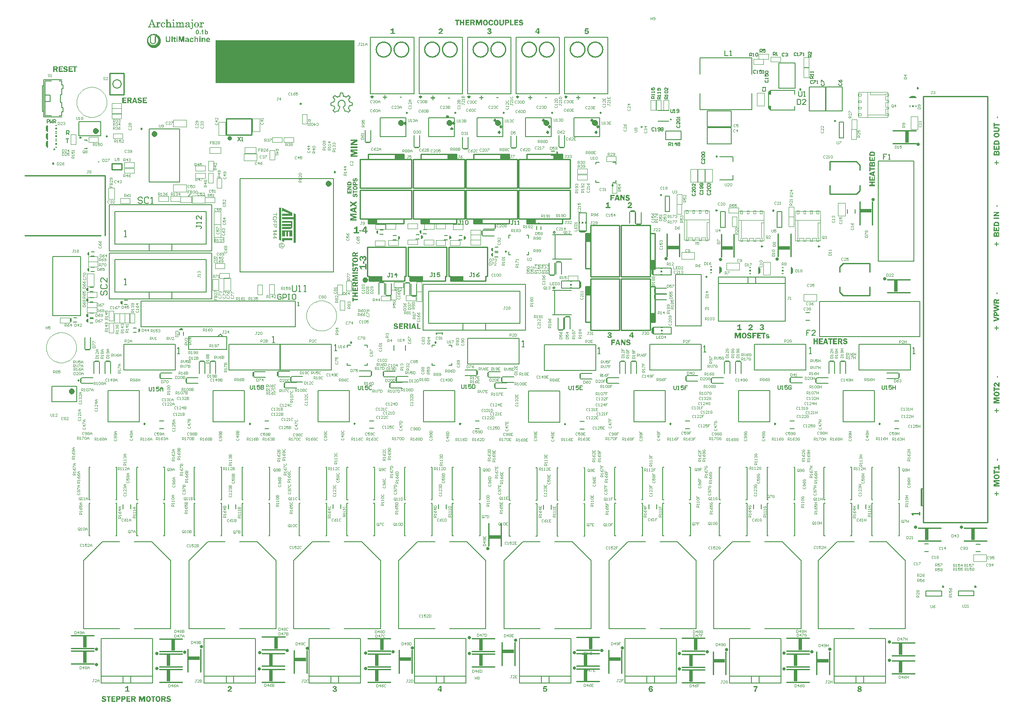
<source format=gto>
G04*
G04 #@! TF.GenerationSoftware,Altium Limited,Altium Designer,19.0.12 (326)*
G04*
G04 Layer_Color=65535*
%FSLAX25Y25*%
%MOIN*%
G70*
G01*
G75*
%ADD10C,0.00394*%
%ADD11C,0.01200*%
%ADD12C,0.01000*%
%ADD13C,0.02362*%
%ADD14C,0.00984*%
%ADD15C,0.00800*%
%ADD16C,0.00100*%
%ADD17C,0.00984*%
%ADD18C,0.00400*%
%ADD19C,0.00500*%
%ADD20C,0.02400*%
%ADD21C,0.01378*%
%ADD22C,0.02500*%
%ADD23C,0.03500*%
%ADD24C,0.00787*%
%ADD25C,0.00200*%
%ADD26C,0.00600*%
%ADD27C,0.00197*%
%ADD28C,0.00039*%
%ADD29C,0.00700*%
%ADD30R,0.01190X0.01200*%
%ADD31R,0.00600X0.01200*%
%ADD32R,0.00590X0.01200*%
%ADD33R,0.01200X0.01190*%
%ADD34R,0.01200X0.00600*%
%ADD35R,0.01200X0.00590*%
%ADD36R,0.08790X0.02953*%
%ADD37R,0.02953X0.08790*%
%ADD38R,1.08133X0.33184*%
G36*
X86757Y528761D02*
X87708Y528367D01*
X88564Y527795D01*
X88929Y527431D01*
X89261Y527099D01*
X89782Y526318D01*
X90141Y525451D01*
X90325Y524530D01*
Y524060D01*
Y523535D01*
X90119Y522504D01*
X89717Y521532D01*
X89133Y520658D01*
X88761Y520286D01*
Y520286D01*
X88621Y520146D01*
X88307Y519832D01*
X87568Y519338D01*
X86746Y518997D01*
X85874Y518824D01*
X84891D01*
X83835Y519034D01*
X82840Y519446D01*
X81945Y520044D01*
X81564Y520425D01*
X81243Y520746D01*
X80738Y521502D01*
X80390Y522342D01*
X80212Y523234D01*
Y523689D01*
X80605Y523296D01*
X80629Y523272D01*
X80666Y523217D01*
X80691Y523155D01*
X80704Y523090D01*
Y523056D01*
X80711Y522917D01*
X80766Y522642D01*
X80873Y522384D01*
X81028Y522152D01*
X81122Y522048D01*
X81478Y521692D01*
X81823Y521379D01*
X82598Y520861D01*
X83459Y520505D01*
X84373Y520323D01*
X84838Y520300D01*
X85234Y520320D01*
X86011Y520474D01*
X86743Y520777D01*
X87401Y521217D01*
X87695Y521484D01*
X87960Y521776D01*
X88399Y522433D01*
X88701Y523163D01*
X88855Y523937D01*
X88875Y524332D01*
X88853Y524770D01*
X88682Y525628D01*
X88347Y526437D01*
X87861Y527165D01*
X87567Y527489D01*
X87567Y527489D01*
X85232Y528962D01*
X85747D01*
X86757Y528761D01*
D02*
G37*
G36*
X402785Y431903D02*
X395925D01*
Y435653D01*
X402785D01*
Y431903D01*
D02*
G37*
G36*
X361550D02*
X354690D01*
Y435653D01*
X361550D01*
Y431903D01*
D02*
G37*
G36*
X320500D02*
X313640D01*
Y435653D01*
X320500D01*
Y431903D01*
D02*
G37*
G36*
X279450D02*
X272590D01*
Y435653D01*
X279450D01*
Y431903D01*
D02*
G37*
G36*
X192869Y390199D02*
Y387837D01*
X184931D01*
Y389412D01*
X190469D01*
X185719Y391774D01*
Y390986D01*
X184931D01*
Y394136D01*
X192869Y390199D01*
D02*
G37*
G36*
X382146Y381653D02*
X375285D01*
Y385403D01*
X382146D01*
Y381653D01*
D02*
G37*
G36*
X340910D02*
X334050D01*
Y385403D01*
X340910D01*
Y381653D01*
D02*
G37*
G36*
X299860D02*
X293000D01*
Y385403D01*
X299860D01*
Y381653D01*
D02*
G37*
G36*
X258810D02*
X251950D01*
Y385403D01*
X258810D01*
Y381653D01*
D02*
G37*
G36*
X192869Y379175D02*
X192469Y378336D01*
X192069Y377936D01*
X191269Y377536D01*
X184931D01*
Y379175D01*
X192069D01*
Y379963D01*
X184931D01*
Y381538D01*
X192069D01*
Y382325D01*
X184931D01*
Y383900D01*
X192869D01*
Y379175D01*
D02*
G37*
G36*
Y371636D02*
X190469D01*
Y375536D01*
X189669D01*
Y371636D01*
X188169D01*
Y375536D01*
X187293D01*
Y371636D01*
X184931D01*
Y376336D01*
X192869D01*
Y371636D01*
D02*
G37*
G36*
X184144Y368536D02*
X182569Y369236D01*
Y394136D01*
X184144D01*
Y368536D01*
D02*
G37*
G36*
X424774Y367362D02*
X421024D01*
Y374222D01*
X424774D01*
Y367362D01*
D02*
G37*
G36*
X192869Y368936D02*
X186506D01*
Y367336D01*
X184931Y368136D01*
Y370436D01*
X192869D01*
Y368936D01*
D02*
G37*
G36*
X195569Y389018D02*
Y366936D01*
X194069D01*
Y385081D01*
X184931D01*
Y386656D01*
X194069D01*
Y389805D01*
X195569Y389018D01*
D02*
G37*
G36*
X474843Y346624D02*
X471093D01*
Y353484D01*
X474843D01*
Y346624D01*
D02*
G37*
G36*
X326055Y337053D02*
X315750D01*
Y340803D01*
X326055D01*
Y337053D01*
D02*
G37*
G36*
X294555D02*
X284250D01*
Y340803D01*
X294555D01*
Y337053D01*
D02*
G37*
G36*
X262855D02*
X252550D01*
Y340803D01*
X262855D01*
Y337053D01*
D02*
G37*
G36*
X424774Y325787D02*
X421024D01*
Y332648D01*
X424774D01*
Y325787D01*
D02*
G37*
G36*
X474843Y305148D02*
X471093D01*
Y312008D01*
X474843D01*
Y305148D01*
D02*
G37*
G36*
X471851Y21792D02*
X471896Y21789D01*
X471951Y21785D01*
X472014Y21778D01*
X472087Y21768D01*
X472163Y21754D01*
X472243Y21733D01*
X472326Y21712D01*
X472413Y21685D01*
X472500Y21650D01*
X472586Y21612D01*
X472673Y21567D01*
X472753Y21511D01*
X472829Y21452D01*
X472833Y21449D01*
X472847Y21438D01*
X472867Y21417D01*
X472892Y21390D01*
X472923Y21358D01*
X472961Y21317D01*
X472999Y21272D01*
X473041Y21220D01*
X473082Y21161D01*
X473124Y21098D01*
X473166Y21029D01*
X473204Y20956D01*
X473242Y20876D01*
X473273Y20793D01*
X473301Y20706D01*
X473322Y20616D01*
X472434Y20380D01*
Y20383D01*
Y20387D01*
X472430Y20397D01*
X472427Y20408D01*
X472420Y20442D01*
X472406Y20488D01*
X472389Y20536D01*
X472364Y20595D01*
X472336Y20654D01*
X472302Y20720D01*
X472264Y20782D01*
X472215Y20841D01*
X472163Y20900D01*
X472100Y20952D01*
X472031Y20994D01*
X471955Y21029D01*
X471913Y21039D01*
X471868Y21050D01*
X471823Y21053D01*
X471774Y21057D01*
X471757D01*
X471740Y21053D01*
X471705Y21046D01*
X471653Y21032D01*
X471597Y21011D01*
X471531Y20980D01*
X471497Y20956D01*
X471462Y20932D01*
X471424Y20904D01*
X471389Y20873D01*
X471354Y20834D01*
X471316Y20793D01*
X471282Y20748D01*
X471247Y20696D01*
X471216Y20640D01*
X471184Y20578D01*
X471153Y20508D01*
X471125Y20432D01*
X471098Y20352D01*
X471077Y20265D01*
X471056Y20168D01*
X471039Y20068D01*
X471025Y19957D01*
X471014Y19839D01*
X471007Y19714D01*
X471004Y19578D01*
X471007Y19585D01*
X471018Y19599D01*
X471039Y19627D01*
X471063Y19658D01*
X471098Y19696D01*
X471139Y19741D01*
X471188Y19786D01*
X471243Y19835D01*
X471309Y19880D01*
X471382Y19929D01*
X471462Y19970D01*
X471552Y20009D01*
X471649Y20040D01*
X471754Y20068D01*
X471868Y20082D01*
X471989Y20088D01*
X472017D01*
X472048Y20085D01*
X472093Y20082D01*
X472146Y20075D01*
X472205Y20068D01*
X472274Y20054D01*
X472347Y20040D01*
X472427Y20016D01*
X472507Y19991D01*
X472590Y19957D01*
X472673Y19918D01*
X472760Y19873D01*
X472840Y19818D01*
X472919Y19755D01*
X472996Y19686D01*
X472999Y19682D01*
X473013Y19669D01*
X473030Y19644D01*
X473058Y19613D01*
X473086Y19575D01*
X473121Y19530D01*
X473155Y19478D01*
X473194Y19415D01*
X473228Y19349D01*
X473263Y19276D01*
X473298Y19200D01*
X473325Y19117D01*
X473353Y19027D01*
X473371Y18933D01*
X473384Y18836D01*
X473388Y18735D01*
Y18728D01*
Y18711D01*
X473384Y18680D01*
X473381Y18638D01*
X473374Y18586D01*
X473364Y18527D01*
X473353Y18458D01*
X473332Y18385D01*
X473312Y18308D01*
X473284Y18225D01*
X473246Y18138D01*
X473204Y18052D01*
X473155Y17961D01*
X473096Y17875D01*
X473030Y17788D01*
X472954Y17701D01*
X472951Y17698D01*
X472933Y17680D01*
X472909Y17659D01*
X472874Y17632D01*
X472833Y17597D01*
X472781Y17559D01*
X472718Y17521D01*
X472649Y17479D01*
X472572Y17437D01*
X472486Y17396D01*
X472392Y17357D01*
X472288Y17323D01*
X472177Y17295D01*
X472062Y17274D01*
X471937Y17257D01*
X471805Y17253D01*
X471774D01*
X471736Y17257D01*
X471688Y17260D01*
X471629Y17264D01*
X471559Y17274D01*
X471483Y17285D01*
X471399Y17299D01*
X471309Y17319D01*
X471219Y17344D01*
X471125Y17371D01*
X471032Y17406D01*
X470938Y17448D01*
X470848Y17496D01*
X470761Y17555D01*
X470681Y17618D01*
X470678Y17621D01*
X470664Y17635D01*
X470643Y17656D01*
X470615Y17684D01*
X470581Y17718D01*
X470542Y17760D01*
X470504Y17809D01*
X470459Y17864D01*
X470414Y17923D01*
X470365Y17989D01*
X470320Y18062D01*
X470275Y18138D01*
X470230Y18218D01*
X470192Y18305D01*
X470157Y18392D01*
X470126Y18485D01*
Y18492D01*
X470119Y18510D01*
X470112Y18534D01*
X470102Y18572D01*
X470091Y18617D01*
X470081Y18669D01*
X470067Y18728D01*
X470053Y18798D01*
X470039Y18867D01*
X470025Y18947D01*
X470015Y19027D01*
X470005Y19110D01*
X469987Y19287D01*
X469980Y19464D01*
Y19467D01*
Y19474D01*
Y19488D01*
Y19509D01*
X469984Y19533D01*
Y19561D01*
Y19596D01*
X469987Y19634D01*
X469991Y19676D01*
X469994Y19721D01*
X470005Y19818D01*
X470018Y19932D01*
X470036Y20054D01*
X470060Y20182D01*
X470091Y20317D01*
X470129Y20456D01*
X470171Y20598D01*
X470223Y20737D01*
X470286Y20876D01*
X470355Y21008D01*
X470435Y21136D01*
Y21140D01*
X470442Y21143D01*
X470456Y21164D01*
X470483Y21199D01*
X470522Y21240D01*
X470570Y21289D01*
X470626Y21345D01*
X470695Y21404D01*
X470775Y21466D01*
X470865Y21529D01*
X470966Y21587D01*
X471077Y21643D01*
X471198Y21692D01*
X471330Y21733D01*
X471472Y21768D01*
X471625Y21789D01*
X471705Y21792D01*
X471788Y21796D01*
X471816D01*
X471851Y21792D01*
D02*
G37*
G36*
X554736Y21011D02*
X554733Y21008D01*
X554722Y20998D01*
X554705Y20977D01*
X554684Y20952D01*
X554656Y20918D01*
X554622Y20876D01*
X554583Y20828D01*
X554542Y20768D01*
X554493Y20703D01*
X554441Y20630D01*
X554389Y20550D01*
X554330Y20460D01*
X554271Y20366D01*
X554209Y20258D01*
X554143Y20147D01*
X554077Y20026D01*
Y20022D01*
X554073Y20019D01*
X554066Y20009D01*
X554063Y19995D01*
X554042Y19960D01*
X554018Y19911D01*
X553990Y19852D01*
X553959Y19783D01*
X553921Y19703D01*
X553882Y19613D01*
X553844Y19516D01*
X553802Y19415D01*
X553764Y19308D01*
X553726Y19193D01*
X553688Y19079D01*
X553657Y18961D01*
X553626Y18843D01*
X553601Y18721D01*
Y18714D01*
X553598Y18693D01*
X553591Y18659D01*
X553584Y18617D01*
X553574Y18562D01*
X553567Y18499D01*
X553556Y18433D01*
X553546Y18357D01*
X553532Y18277D01*
X553521Y18197D01*
X553504Y18027D01*
X553497Y17944D01*
X553490Y17864D01*
X553487Y17784D01*
Y17711D01*
Y17708D01*
Y17691D01*
Y17666D01*
Y17628D01*
X553490Y17583D01*
Y17528D01*
X553494Y17465D01*
X553497Y17389D01*
X552317D01*
Y17396D01*
Y17413D01*
Y17441D01*
X552321Y17476D01*
Y17521D01*
X552324Y17576D01*
X552328Y17635D01*
X552331Y17701D01*
X552338Y17771D01*
X552345Y17847D01*
X552359Y18006D01*
X552383Y18169D01*
X552411Y18333D01*
Y18336D01*
X552415Y18353D01*
X552422Y18378D01*
X552428Y18409D01*
X552439Y18451D01*
X552453Y18499D01*
X552470Y18555D01*
X552487Y18617D01*
X552508Y18687D01*
X552532Y18759D01*
X552560Y18843D01*
X552592Y18926D01*
X552626Y19016D01*
X552661Y19113D01*
X552703Y19210D01*
X552748Y19311D01*
X552751Y19318D01*
X552758Y19335D01*
X552772Y19363D01*
X552789Y19401D01*
X552814Y19450D01*
X552841Y19505D01*
X552869Y19564D01*
X552904Y19630D01*
X552942Y19703D01*
X552980Y19776D01*
X553063Y19929D01*
X553154Y20078D01*
X553202Y20151D01*
X553247Y20220D01*
X553251Y20224D01*
X553258Y20238D01*
X553272Y20255D01*
X553293Y20283D01*
X553317Y20314D01*
X553344Y20349D01*
X553376Y20390D01*
X553414Y20439D01*
X553452Y20488D01*
X553497Y20539D01*
X553591Y20651D01*
X553698Y20768D01*
X553809Y20887D01*
X551575D01*
X551651Y21796D01*
X554736D01*
Y21011D01*
D02*
G37*
G36*
X634109Y21792D02*
X634161D01*
X634220Y21785D01*
X634293Y21778D01*
X634372Y21768D01*
X634456Y21754D01*
X634549Y21737D01*
X634643Y21716D01*
X634737Y21688D01*
X634834Y21657D01*
X634931Y21619D01*
X635021Y21574D01*
X635112Y21525D01*
X635195Y21466D01*
X635198Y21463D01*
X635212Y21452D01*
X635233Y21431D01*
X635261Y21407D01*
X635295Y21376D01*
X635330Y21334D01*
X635368Y21289D01*
X635410Y21237D01*
X635452Y21181D01*
X635490Y21119D01*
X635524Y21050D01*
X635559Y20977D01*
X635587Y20897D01*
X635608Y20814D01*
X635622Y20727D01*
X635625Y20633D01*
Y20630D01*
Y20626D01*
Y20605D01*
X635622Y20571D01*
X635615Y20529D01*
X635604Y20477D01*
X635590Y20415D01*
X635569Y20349D01*
X635542Y20276D01*
X635507Y20200D01*
X635462Y20123D01*
X635410Y20047D01*
X635344Y19970D01*
X635268Y19894D01*
X635177Y19825D01*
X635129Y19790D01*
X635077Y19759D01*
X635018Y19727D01*
X634959Y19700D01*
X634962D01*
X634969Y19696D01*
X634980Y19689D01*
X634994Y19682D01*
X635014Y19676D01*
X635035Y19665D01*
X635087Y19634D01*
X635150Y19599D01*
X635219Y19554D01*
X635292Y19499D01*
X635368Y19436D01*
X635445Y19367D01*
X635518Y19287D01*
X635587Y19197D01*
X635649Y19099D01*
X635701Y18992D01*
X635726Y18933D01*
X635743Y18874D01*
X635757Y18812D01*
X635767Y18749D01*
X635774Y18683D01*
X635778Y18614D01*
Y18607D01*
Y18586D01*
X635774Y18558D01*
X635771Y18517D01*
X635764Y18464D01*
X635753Y18406D01*
X635740Y18339D01*
X635719Y18270D01*
X635695Y18194D01*
X635663Y18114D01*
X635625Y18034D01*
X635580Y17951D01*
X635528Y17868D01*
X635465Y17788D01*
X635393Y17708D01*
X635309Y17635D01*
X635302Y17632D01*
X635288Y17618D01*
X635261Y17600D01*
X635222Y17576D01*
X635174Y17548D01*
X635115Y17514D01*
X635046Y17479D01*
X634966Y17444D01*
X634876Y17410D01*
X634775Y17375D01*
X634664Y17344D01*
X634542Y17312D01*
X634411Y17288D01*
X634272Y17271D01*
X634119Y17257D01*
X633959Y17253D01*
X633904D01*
X633883Y17257D01*
X633828Y17260D01*
X633758Y17264D01*
X633678Y17271D01*
X633592Y17281D01*
X633498Y17299D01*
X633401Y17316D01*
X633300Y17340D01*
X633196Y17368D01*
X633092Y17403D01*
X632991Y17441D01*
X632891Y17489D01*
X632800Y17541D01*
X632714Y17604D01*
X632710Y17607D01*
X632696Y17621D01*
X632676Y17639D01*
X632648Y17666D01*
X632613Y17705D01*
X632578Y17746D01*
X632540Y17795D01*
X632499Y17850D01*
X632457Y17913D01*
X632419Y17982D01*
X632384Y18055D01*
X632349Y18135D01*
X632322Y18222D01*
X632301Y18312D01*
X632287Y18409D01*
X632283Y18510D01*
Y18513D01*
Y18517D01*
Y18527D01*
Y18541D01*
X632290Y18575D01*
X632297Y18624D01*
X632308Y18680D01*
X632325Y18745D01*
X632349Y18815D01*
X632381Y18891D01*
X632422Y18971D01*
X632474Y19054D01*
X632540Y19138D01*
X632617Y19217D01*
X632658Y19256D01*
X632707Y19294D01*
X632755Y19332D01*
X632811Y19367D01*
X632870Y19401D01*
X632932Y19433D01*
X632998Y19464D01*
X633071Y19492D01*
X633064Y19495D01*
X633043Y19509D01*
X633012Y19530D01*
X632971Y19557D01*
X632922Y19592D01*
X632870Y19637D01*
X632811Y19689D01*
X632752Y19748D01*
X632693Y19818D01*
X632634Y19891D01*
X632582Y19974D01*
X632533Y20064D01*
X632492Y20161D01*
X632460Y20265D01*
X632440Y20376D01*
X632436Y20435D01*
X632433Y20494D01*
Y20501D01*
Y20519D01*
X632436Y20547D01*
X632440Y20585D01*
X632447Y20630D01*
X632453Y20685D01*
X632467Y20744D01*
X632485Y20810D01*
X632509Y20883D01*
X632537Y20956D01*
X632572Y21032D01*
X632613Y21109D01*
X632658Y21188D01*
X632717Y21265D01*
X632783Y21341D01*
X632856Y21414D01*
X632860Y21417D01*
X632877Y21431D01*
X632901Y21449D01*
X632936Y21473D01*
X632977Y21504D01*
X633030Y21535D01*
X633092Y21570D01*
X633161Y21605D01*
X633241Y21640D01*
X633331Y21674D01*
X633429Y21709D01*
X633533Y21737D01*
X633647Y21761D01*
X633772Y21778D01*
X633900Y21792D01*
X634039Y21796D01*
X634088D01*
X634109Y21792D01*
D02*
G37*
G36*
X65144Y18131D02*
X66366D01*
Y17323D01*
X62795D01*
Y18131D01*
X64131D01*
Y20647D01*
X64128D01*
X64121Y20640D01*
X64110Y20637D01*
X64096Y20626D01*
X64079Y20616D01*
X64055Y20602D01*
X64003Y20571D01*
X63937Y20529D01*
X63861Y20488D01*
X63774Y20439D01*
X63684Y20387D01*
X63586Y20331D01*
X63486Y20276D01*
X63281Y20168D01*
X63180Y20116D01*
X63083Y20071D01*
X62993Y20029D01*
X62906Y19991D01*
Y20897D01*
X62910D01*
X62920Y20900D01*
X62934Y20907D01*
X62955Y20911D01*
X62983Y20921D01*
X63014Y20932D01*
X63049Y20945D01*
X63090Y20959D01*
X63135Y20973D01*
X63180Y20991D01*
X63285Y21032D01*
X63399Y21081D01*
X63520Y21133D01*
X63645Y21195D01*
X63770Y21261D01*
X63895Y21338D01*
X64013Y21417D01*
X64128Y21504D01*
X64232Y21594D01*
X64277Y21643D01*
X64322Y21692D01*
X64360Y21744D01*
X64395Y21796D01*
X65144D01*
Y18131D01*
D02*
G37*
G36*
X144296Y21792D02*
X144348Y21789D01*
X144414Y21782D01*
X144491Y21775D01*
X144574Y21761D01*
X144664Y21744D01*
X144758Y21723D01*
X144855Y21695D01*
X144956Y21660D01*
X145056Y21622D01*
X145153Y21574D01*
X145247Y21518D01*
X145334Y21456D01*
X145417Y21383D01*
X145421Y21379D01*
X145434Y21365D01*
X145455Y21341D01*
X145483Y21310D01*
X145514Y21272D01*
X145549Y21223D01*
X145587Y21168D01*
X145629Y21109D01*
X145667Y21039D01*
X145705Y20966D01*
X145740Y20883D01*
X145771Y20800D01*
X145799Y20706D01*
X145820Y20612D01*
X145834Y20512D01*
X145837Y20408D01*
Y20401D01*
Y20380D01*
X145834Y20349D01*
X145830Y20307D01*
X145823Y20258D01*
X145813Y20196D01*
X145799Y20130D01*
X145782Y20054D01*
X145761Y19977D01*
X145729Y19891D01*
X145695Y19804D01*
X145653Y19714D01*
X145601Y19623D01*
X145545Y19533D01*
X145476Y19443D01*
X145400Y19356D01*
X145396Y19349D01*
X145379Y19335D01*
X145351Y19308D01*
X145313Y19273D01*
X145261Y19228D01*
X145199Y19172D01*
X145122Y19110D01*
X145035Y19040D01*
X144983Y18999D01*
X144931Y18961D01*
X144876Y18916D01*
X144813Y18870D01*
X144751Y18825D01*
X144682Y18777D01*
X144612Y18725D01*
X144536Y18673D01*
X144456Y18621D01*
X144373Y18565D01*
X144286Y18510D01*
X144196Y18451D01*
X144102Y18388D01*
X144001Y18329D01*
X143897Y18267D01*
X143790Y18201D01*
X145899D01*
X145823Y17323D01*
X142520D01*
Y18176D01*
X142523D01*
X142527Y18183D01*
X142537Y18190D01*
X142551Y18201D01*
X142568Y18211D01*
X142589Y18228D01*
X142617Y18249D01*
X142645Y18270D01*
X142679Y18294D01*
X142721Y18322D01*
X142763Y18353D01*
X142811Y18388D01*
X142863Y18426D01*
X142922Y18468D01*
X142985Y18510D01*
X143051Y18558D01*
X143054Y18562D01*
X143061Y18565D01*
X143075Y18575D01*
X143089Y18586D01*
X143113Y18603D01*
X143137Y18621D01*
X143165Y18641D01*
X143200Y18666D01*
X143273Y18721D01*
X143359Y18784D01*
X143453Y18857D01*
X143554Y18933D01*
X143661Y19016D01*
X143772Y19103D01*
X143988Y19280D01*
X144095Y19370D01*
X144196Y19457D01*
X144286Y19544D01*
X144369Y19623D01*
X144373Y19627D01*
X144387Y19641D01*
X144407Y19665D01*
X144435Y19696D01*
X144466Y19731D01*
X144501Y19776D01*
X144539Y19825D01*
X144577Y19877D01*
X144616Y19936D01*
X144654Y19995D01*
X144688Y20057D01*
X144720Y20123D01*
X144747Y20192D01*
X144768Y20258D01*
X144782Y20324D01*
X144786Y20390D01*
Y20394D01*
Y20401D01*
Y20415D01*
X144782Y20432D01*
Y20456D01*
X144779Y20481D01*
X144765Y20539D01*
X144744Y20605D01*
X144716Y20678D01*
X144675Y20748D01*
X144647Y20782D01*
X144619Y20814D01*
X144616Y20817D01*
X144612Y20821D01*
X144602Y20828D01*
X144588Y20841D01*
X144574Y20852D01*
X144553Y20866D01*
X144501Y20897D01*
X144439Y20928D01*
X144362Y20956D01*
X144275Y20973D01*
X144227Y20977D01*
X144175Y20980D01*
X144147D01*
X144116Y20973D01*
X144074Y20966D01*
X144022Y20956D01*
X143967Y20935D01*
X143904Y20911D01*
X143838Y20876D01*
X143776Y20831D01*
X143710Y20775D01*
X143647Y20706D01*
X143616Y20668D01*
X143588Y20626D01*
X143561Y20578D01*
X143536Y20529D01*
X143512Y20474D01*
X143491Y20415D01*
X143471Y20352D01*
X143453Y20286D01*
X143439Y20213D01*
X143429Y20137D01*
X142520Y20338D01*
Y20342D01*
X142523Y20356D01*
X142530Y20373D01*
X142537Y20401D01*
X142544Y20435D01*
X142558Y20474D01*
X142572Y20519D01*
X142589Y20567D01*
X142610Y20619D01*
X142634Y20675D01*
X142658Y20737D01*
X142690Y20800D01*
X142724Y20866D01*
X142759Y20932D01*
X142801Y20998D01*
X142846Y21067D01*
X142894Y21136D01*
X142950Y21202D01*
X143006Y21268D01*
X143068Y21334D01*
X143137Y21397D01*
X143207Y21459D01*
X143283Y21515D01*
X143366Y21567D01*
X143453Y21619D01*
X143547Y21660D01*
X143644Y21699D01*
X143748Y21733D01*
X143856Y21761D01*
X143970Y21778D01*
X144092Y21792D01*
X144220Y21796D01*
X144272D01*
X144296Y21792D01*
D02*
G37*
G36*
X225929D02*
X225974D01*
X226030Y21785D01*
X226096Y21778D01*
X226172Y21768D01*
X226252Y21757D01*
X226338Y21740D01*
X226429Y21719D01*
X226519Y21692D01*
X226613Y21660D01*
X226710Y21626D01*
X226803Y21580D01*
X226894Y21532D01*
X226980Y21476D01*
X226987Y21473D01*
X227001Y21463D01*
X227022Y21445D01*
X227053Y21417D01*
X227084Y21386D01*
X227123Y21348D01*
X227164Y21303D01*
X227209Y21251D01*
X227251Y21192D01*
X227293Y21126D01*
X227331Y21057D01*
X227366Y20980D01*
X227393Y20897D01*
X227414Y20807D01*
X227432Y20713D01*
X227435Y20612D01*
Y20609D01*
Y20605D01*
Y20595D01*
Y20581D01*
X227432Y20543D01*
X227425Y20494D01*
X227411Y20435D01*
X227397Y20369D01*
X227373Y20297D01*
X227341Y20220D01*
X227300Y20137D01*
X227251Y20054D01*
X227189Y19974D01*
X227116Y19891D01*
X227074Y19852D01*
X227029Y19814D01*
X226980Y19780D01*
X226928Y19745D01*
X226873Y19714D01*
X226810Y19682D01*
X226748Y19655D01*
X226678Y19627D01*
X226682D01*
X226689Y19623D01*
X226699Y19620D01*
X226717Y19616D01*
X226737Y19610D01*
X226762Y19599D01*
X226817Y19578D01*
X226883Y19547D01*
X226960Y19509D01*
X227039Y19464D01*
X227123Y19408D01*
X227206Y19342D01*
X227286Y19270D01*
X227362Y19183D01*
X227428Y19086D01*
X227484Y18978D01*
X227508Y18923D01*
X227529Y18860D01*
X227546Y18794D01*
X227556Y18728D01*
X227563Y18655D01*
X227567Y18582D01*
Y18575D01*
Y18558D01*
X227563Y18527D01*
X227560Y18485D01*
X227553Y18437D01*
X227542Y18378D01*
X227529Y18315D01*
X227511Y18246D01*
X227487Y18169D01*
X227456Y18093D01*
X227418Y18013D01*
X227376Y17933D01*
X227324Y17854D01*
X227261Y17774D01*
X227192Y17698D01*
X227112Y17625D01*
X227109Y17621D01*
X227091Y17607D01*
X227064Y17590D01*
X227029Y17566D01*
X226984Y17538D01*
X226928Y17507D01*
X226862Y17476D01*
X226786Y17441D01*
X226703Y17406D01*
X226609Y17371D01*
X226505Y17340D01*
X226394Y17312D01*
X226273Y17288D01*
X226144Y17271D01*
X226009Y17257D01*
X225863Y17253D01*
X225811D01*
X225790Y17257D01*
X225735Y17260D01*
X225672Y17264D01*
X225596Y17274D01*
X225513Y17285D01*
X225422Y17302D01*
X225329Y17323D01*
X225228Y17347D01*
X225127Y17378D01*
X225027Y17416D01*
X224926Y17462D01*
X224829Y17510D01*
X224735Y17569D01*
X224648Y17639D01*
X224645Y17642D01*
X224628Y17656D01*
X224607Y17677D01*
X224579Y17708D01*
X224545Y17746D01*
X224503Y17791D01*
X224461Y17843D01*
X224416Y17902D01*
X224367Y17968D01*
X224322Y18041D01*
X224277Y18121D01*
X224236Y18204D01*
X224197Y18294D01*
X224163Y18388D01*
X224135Y18489D01*
X224114Y18593D01*
X225051Y18732D01*
Y18728D01*
X225055Y18725D01*
Y18714D01*
X225058Y18704D01*
X225068Y18669D01*
X225082Y18624D01*
X225103Y18572D01*
X225127Y18517D01*
X225162Y18454D01*
X225200Y18392D01*
X225245Y18326D01*
X225301Y18263D01*
X225367Y18208D01*
X225440Y18156D01*
X225523Y18111D01*
X225617Y18076D01*
X225665Y18065D01*
X225721Y18055D01*
X225776Y18052D01*
X225835Y18048D01*
X225867D01*
X225887Y18052D01*
X225912D01*
X225943Y18055D01*
X226012Y18069D01*
X226089Y18086D01*
X226172Y18114D01*
X226252Y18156D01*
X226293Y18180D01*
X226328Y18208D01*
X226331Y18211D01*
X226335Y18215D01*
X226345Y18225D01*
X226359Y18235D01*
X226387Y18274D01*
X226425Y18322D01*
X226460Y18385D01*
X226488Y18458D01*
X226512Y18541D01*
X226515Y18589D01*
X226519Y18638D01*
Y18641D01*
Y18652D01*
Y18666D01*
X226515Y18687D01*
Y18711D01*
X226508Y18735D01*
X226498Y18801D01*
X226477Y18870D01*
X226446Y18940D01*
X226425Y18974D01*
X226404Y19009D01*
X226377Y19040D01*
X226345Y19068D01*
X226342D01*
X226338Y19075D01*
X226325Y19082D01*
X226311Y19089D01*
X226290Y19103D01*
X226266Y19113D01*
X226234Y19127D01*
X226196Y19141D01*
X226154Y19151D01*
X226106Y19165D01*
X226054Y19179D01*
X225991Y19190D01*
X225925Y19197D01*
X225853Y19204D01*
X225769Y19210D01*
X225280D01*
Y19984D01*
X225783D01*
X225807Y19988D01*
X225842D01*
X225877Y19995D01*
X225919Y19998D01*
X225960Y20005D01*
X226050Y20026D01*
X226141Y20054D01*
X226182Y20071D01*
X226220Y20095D01*
X226255Y20120D01*
X226283Y20147D01*
X226286Y20151D01*
X226290Y20154D01*
X226307Y20175D01*
X226328Y20210D01*
X226356Y20252D01*
X226384Y20304D01*
X226404Y20362D01*
X226422Y20428D01*
X226429Y20498D01*
Y20501D01*
Y20508D01*
Y20519D01*
X226425Y20533D01*
X226422Y20574D01*
X226408Y20623D01*
X226391Y20682D01*
X226363Y20744D01*
X226321Y20810D01*
X226297Y20841D01*
X226269Y20873D01*
Y20876D01*
X226262Y20880D01*
X226252Y20887D01*
X226241Y20897D01*
X226224Y20911D01*
X226207Y20925D01*
X226154Y20956D01*
X226092Y20984D01*
X226019Y21011D01*
X225933Y21029D01*
X225884Y21036D01*
X225807D01*
X225783Y21032D01*
X225745Y21029D01*
X225703Y21018D01*
X225655Y21004D01*
X225603Y20987D01*
X225547Y20966D01*
X225492Y20935D01*
X225433Y20897D01*
X225377Y20852D01*
X225322Y20800D01*
X225273Y20734D01*
X225228Y20661D01*
X225190Y20574D01*
X225159Y20474D01*
X224246Y20616D01*
Y20623D01*
X224253Y20640D01*
X224260Y20664D01*
X224270Y20703D01*
X224284Y20744D01*
X224305Y20796D01*
X224329Y20852D01*
X224357Y20914D01*
X224388Y20977D01*
X224427Y21046D01*
X224472Y21115D01*
X224524Y21188D01*
X224579Y21258D01*
X224642Y21327D01*
X224714Y21393D01*
X224791Y21459D01*
X224794Y21463D01*
X224812Y21473D01*
X224836Y21490D01*
X224867Y21511D01*
X224912Y21539D01*
X224961Y21567D01*
X225020Y21594D01*
X225089Y21629D01*
X225162Y21660D01*
X225242Y21688D01*
X225332Y21719D01*
X225426Y21744D01*
X225526Y21764D01*
X225634Y21782D01*
X225745Y21792D01*
X225863Y21796D01*
X225891D01*
X225929Y21792D01*
D02*
G37*
G36*
X308764Y19110D02*
X309381D01*
Y18339D01*
X308764D01*
Y17323D01*
X307733D01*
Y18339D01*
X305807D01*
Y19110D01*
X307584Y21796D01*
X308764D01*
Y19110D01*
D02*
G37*
G36*
X390771Y20893D02*
X388845D01*
X388779Y19911D01*
X388783Y19915D01*
X388797Y19929D01*
X388818Y19946D01*
X388845Y19970D01*
X388880Y19998D01*
X388922Y20033D01*
X388974Y20064D01*
X389029Y20102D01*
X389092Y20137D01*
X389165Y20172D01*
X389241Y20203D01*
X389324Y20231D01*
X389415Y20255D01*
X389508Y20272D01*
X389609Y20286D01*
X389716Y20290D01*
X389744D01*
X389775Y20286D01*
X389817Y20283D01*
X389869Y20279D01*
X389928Y20269D01*
X389994Y20255D01*
X390067Y20241D01*
X390143Y20220D01*
X390227Y20192D01*
X390310Y20161D01*
X390396Y20123D01*
X390483Y20078D01*
X390566Y20026D01*
X390650Y19963D01*
X390730Y19894D01*
X390733Y19891D01*
X390747Y19877D01*
X390768Y19852D01*
X390796Y19825D01*
X390827Y19783D01*
X390862Y19738D01*
X390900Y19682D01*
X390938Y19620D01*
X390976Y19551D01*
X391014Y19474D01*
X391049Y19391D01*
X391080Y19301D01*
X391108Y19204D01*
X391129Y19103D01*
X391143Y18995D01*
X391146Y18881D01*
Y18877D01*
Y18874D01*
Y18864D01*
Y18850D01*
X391143Y18815D01*
X391139Y18766D01*
X391132Y18707D01*
X391122Y18641D01*
X391108Y18565D01*
X391090Y18482D01*
X391066Y18395D01*
X391035Y18305D01*
X391000Y18211D01*
X390955Y18117D01*
X390903Y18024D01*
X390844Y17930D01*
X390775Y17840D01*
X390695Y17757D01*
X390691Y17753D01*
X390674Y17739D01*
X390646Y17715D01*
X390612Y17687D01*
X390566Y17656D01*
X390511Y17618D01*
X390445Y17580D01*
X390369Y17538D01*
X390282Y17496D01*
X390188Y17458D01*
X390084Y17420D01*
X389973Y17389D01*
X389852Y17361D01*
X389723Y17337D01*
X389584Y17323D01*
X389435Y17319D01*
X389401D01*
X389373Y17323D01*
X389342D01*
X389303Y17326D01*
X389258Y17333D01*
X389210Y17340D01*
X389158Y17347D01*
X389099Y17357D01*
X389036Y17371D01*
X388974Y17385D01*
X388835Y17424D01*
X388762Y17448D01*
X388689Y17476D01*
X388616Y17507D01*
X388540Y17541D01*
X388467Y17583D01*
X388391Y17625D01*
X388318Y17673D01*
X388245Y17725D01*
X388176Y17784D01*
X388106Y17847D01*
X388044Y17916D01*
X387981Y17992D01*
X387922Y18072D01*
X387867Y18159D01*
X387815Y18253D01*
X387770Y18350D01*
X387732Y18458D01*
X387697Y18572D01*
X388665Y18718D01*
X388668Y18711D01*
X388672Y18693D01*
X388682Y18666D01*
X388696Y18628D01*
X388717Y18582D01*
X388741Y18534D01*
X388773Y18482D01*
X388811Y18426D01*
X388856Y18371D01*
X388908Y18319D01*
X388970Y18270D01*
X389036Y18225D01*
X389113Y18190D01*
X389199Y18159D01*
X389297Y18142D01*
X389401Y18135D01*
X389432D01*
X389453Y18138D01*
X389480Y18142D01*
X389512Y18145D01*
X389546Y18152D01*
X389584Y18159D01*
X389668Y18183D01*
X389709Y18201D01*
X389755Y18218D01*
X389796Y18242D01*
X389838Y18267D01*
X389876Y18298D01*
X389914Y18333D01*
X389918Y18336D01*
X389921Y18343D01*
X389932Y18353D01*
X389945Y18367D01*
X389959Y18388D01*
X389973Y18412D01*
X389990Y18437D01*
X390011Y18468D01*
X390046Y18537D01*
X390074Y18617D01*
X390098Y18707D01*
X390102Y18756D01*
X390105Y18808D01*
Y18812D01*
Y18822D01*
Y18836D01*
X390102Y18857D01*
X390098Y18881D01*
X390095Y18909D01*
X390081Y18974D01*
X390056Y19051D01*
X390039Y19093D01*
X390022Y19134D01*
X389998Y19176D01*
X389970Y19217D01*
X389938Y19259D01*
X389904Y19297D01*
X389900Y19301D01*
X389893Y19308D01*
X389883Y19315D01*
X389869Y19329D01*
X389848Y19346D01*
X389824Y19363D01*
X389796Y19380D01*
X389768Y19401D01*
X389696Y19436D01*
X389612Y19471D01*
X389564Y19485D01*
X389515Y19492D01*
X389463Y19499D01*
X389411Y19502D01*
X389394D01*
X389373Y19499D01*
X389345Y19495D01*
X389310Y19492D01*
X389269Y19485D01*
X389227Y19474D01*
X389178Y19460D01*
X389130Y19440D01*
X389078Y19419D01*
X389026Y19391D01*
X388970Y19356D01*
X388922Y19318D01*
X388870Y19273D01*
X388825Y19217D01*
X388779Y19159D01*
X387936Y19297D01*
X388110Y21796D01*
X390886D01*
X390771Y20893D01*
D02*
G37*
G36*
X96768Y14003D02*
X96799D01*
X96833Y14000D01*
X96875Y13996D01*
X96920Y13989D01*
X96972Y13982D01*
X97024Y13975D01*
X97083Y13965D01*
X97142Y13951D01*
X97271Y13920D01*
X97406Y13878D01*
X97548Y13823D01*
X97618Y13788D01*
X97691Y13753D01*
X97760Y13715D01*
X97829Y13670D01*
X97899Y13621D01*
X97965Y13569D01*
X98027Y13510D01*
X98090Y13451D01*
X98149Y13382D01*
X98204Y13313D01*
X98253Y13233D01*
X98301Y13153D01*
X98343Y13063D01*
X98381Y12969D01*
X97503Y12677D01*
X97500Y12685D01*
X97493Y12698D01*
X97482Y12726D01*
X97465Y12757D01*
X97444Y12799D01*
X97417Y12841D01*
X97382Y12889D01*
X97340Y12938D01*
X97295Y12986D01*
X97240Y13035D01*
X97177Y13077D01*
X97111Y13118D01*
X97031Y13149D01*
X96948Y13177D01*
X96854Y13191D01*
X96750Y13198D01*
X96723D01*
X96695Y13195D01*
X96657Y13191D01*
X96608Y13188D01*
X96556Y13177D01*
X96500Y13163D01*
X96445Y13149D01*
X96389Y13129D01*
X96334Y13101D01*
X96282Y13070D01*
X96237Y13032D01*
X96195Y12983D01*
X96167Y12931D01*
X96146Y12868D01*
X96143Y12834D01*
X96140Y12799D01*
Y12792D01*
X96143Y12775D01*
X96146Y12743D01*
X96153Y12709D01*
X96167Y12664D01*
X96188Y12622D01*
X96212Y12577D01*
X96250Y12532D01*
X96258Y12528D01*
X96264Y12521D01*
X96275Y12514D01*
X96289Y12504D01*
X96310Y12494D01*
X96330Y12480D01*
X96358Y12466D01*
X96389Y12452D01*
X96428Y12438D01*
X96469Y12421D01*
X96518Y12403D01*
X96573Y12389D01*
X96632Y12372D01*
X96698Y12355D01*
X96771Y12341D01*
X96778D01*
X96788Y12337D01*
X96802Y12334D01*
X96837Y12327D01*
X96882Y12317D01*
X96938Y12306D01*
X97000Y12289D01*
X97070Y12271D01*
X97146Y12254D01*
X97226Y12233D01*
X97309Y12213D01*
X97472Y12164D01*
X97548Y12140D01*
X97625Y12115D01*
X97694Y12091D01*
X97756Y12063D01*
X97760D01*
X97770Y12056D01*
X97788Y12049D01*
X97809Y12036D01*
X97836Y12022D01*
X97868Y12004D01*
X97902Y11980D01*
X97940Y11956D01*
X97979Y11925D01*
X98024Y11893D01*
X98065Y11855D01*
X98111Y11817D01*
X98156Y11772D01*
X98201Y11723D01*
X98242Y11671D01*
X98284Y11616D01*
X98287Y11612D01*
X98294Y11602D01*
X98305Y11585D01*
X98319Y11564D01*
X98333Y11532D01*
X98353Y11498D01*
X98371Y11460D01*
X98391Y11414D01*
X98412Y11366D01*
X98430Y11314D01*
X98450Y11258D01*
X98464Y11196D01*
X98478Y11133D01*
X98489Y11067D01*
X98496Y10998D01*
X98499Y10929D01*
Y10922D01*
Y10901D01*
X98496Y10870D01*
X98492Y10828D01*
X98485Y10776D01*
X98475Y10717D01*
X98461Y10651D01*
X98440Y10575D01*
X98416Y10498D01*
X98388Y10415D01*
X98350Y10328D01*
X98305Y10242D01*
X98253Y10155D01*
X98190Y10068D01*
X98117Y9981D01*
X98038Y9898D01*
X98031Y9895D01*
X98017Y9881D01*
X97989Y9856D01*
X97951Y9832D01*
X97902Y9797D01*
X97847Y9759D01*
X97774Y9721D01*
X97694Y9683D01*
X97604Y9641D01*
X97503Y9603D01*
X97392Y9565D01*
X97271Y9534D01*
X97135Y9506D01*
X96993Y9482D01*
X96837Y9468D01*
X96674Y9464D01*
X96643D01*
X96608Y9468D01*
X96559D01*
X96504Y9475D01*
X96434Y9482D01*
X96358Y9489D01*
X96275Y9503D01*
X96188Y9520D01*
X96094Y9541D01*
X96001Y9565D01*
X95903Y9593D01*
X95806Y9627D01*
X95709Y9669D01*
X95612Y9718D01*
X95522Y9770D01*
X95515Y9773D01*
X95501Y9783D01*
X95477Y9801D01*
X95446Y9829D01*
X95407Y9860D01*
X95362Y9898D01*
X95317Y9947D01*
X95265Y9999D01*
X95213Y10061D01*
X95161Y10131D01*
X95109Y10203D01*
X95057Y10287D01*
X95012Y10377D01*
X94967Y10471D01*
X94928Y10575D01*
X94897Y10686D01*
X95851Y10904D01*
X95855Y10897D01*
X95858Y10877D01*
X95872Y10849D01*
X95890Y10807D01*
X95911Y10762D01*
X95942Y10710D01*
X95976Y10655D01*
X96025Y10595D01*
X96077Y10537D01*
X96140Y10481D01*
X96212Y10429D01*
X96296Y10384D01*
X96389Y10342D01*
X96497Y10315D01*
X96615Y10294D01*
X96681Y10290D01*
X96747Y10287D01*
X96781D01*
X96806Y10290D01*
X96833D01*
X96868Y10294D01*
X96906Y10297D01*
X96944Y10304D01*
X97031Y10321D01*
X97118Y10342D01*
X97201Y10377D01*
X97240Y10398D01*
X97274Y10422D01*
X97278D01*
X97281Y10429D01*
X97302Y10446D01*
X97330Y10477D01*
X97364Y10516D01*
X97396Y10564D01*
X97423Y10620D01*
X97444Y10679D01*
X97448Y10713D01*
X97451Y10748D01*
Y10752D01*
Y10755D01*
Y10766D01*
X97448Y10779D01*
X97444Y10814D01*
X97430Y10859D01*
X97413Y10908D01*
X97385Y10956D01*
X97344Y11005D01*
X97319Y11029D01*
X97291Y11050D01*
X97288D01*
X97285Y11054D01*
X97274Y11061D01*
X97260Y11067D01*
X97240Y11078D01*
X97219Y11088D01*
X97187Y11102D01*
X97156Y11116D01*
X97118Y11130D01*
X97073Y11147D01*
X97021Y11165D01*
X96965Y11182D01*
X96906Y11199D01*
X96837Y11217D01*
X96761Y11234D01*
X96681Y11251D01*
X96677D01*
X96670Y11255D01*
X96660D01*
X96643Y11258D01*
X96625Y11265D01*
X96601Y11269D01*
X96573Y11276D01*
X96545Y11283D01*
X96476Y11300D01*
X96396Y11321D01*
X96310Y11349D01*
X96216Y11376D01*
X96119Y11407D01*
X96018Y11442D01*
X95921Y11484D01*
X95820Y11525D01*
X95727Y11571D01*
X95636Y11619D01*
X95556Y11671D01*
X95484Y11727D01*
X95480Y11730D01*
X95470Y11741D01*
X95452Y11758D01*
X95428Y11782D01*
X95400Y11813D01*
X95369Y11852D01*
X95338Y11897D01*
X95307Y11949D01*
X95272Y12008D01*
X95241Y12074D01*
X95209Y12147D01*
X95182Y12226D01*
X95161Y12313D01*
X95140Y12403D01*
X95130Y12504D01*
X95126Y12608D01*
Y12615D01*
Y12636D01*
X95130Y12664D01*
X95133Y12705D01*
X95140Y12757D01*
X95151Y12816D01*
X95161Y12882D01*
X95178Y12955D01*
X95203Y13032D01*
X95230Y13111D01*
X95265Y13191D01*
X95307Y13274D01*
X95355Y13361D01*
X95411Y13441D01*
X95477Y13524D01*
X95553Y13601D01*
X95556Y13604D01*
X95574Y13618D01*
X95598Y13639D01*
X95633Y13663D01*
X95675Y13694D01*
X95727Y13729D01*
X95789Y13767D01*
X95858Y13805D01*
X95938Y13840D01*
X96025Y13878D01*
X96119Y13913D01*
X96223Y13944D01*
X96334Y13968D01*
X96452Y13989D01*
X96580Y14003D01*
X96712Y14006D01*
X96743D01*
X96768Y14003D01*
D02*
G37*
G36*
X46466Y14003D02*
X46498D01*
X46532Y14000D01*
X46574Y13996D01*
X46619Y13989D01*
X46671Y13982D01*
X46723Y13975D01*
X46782Y13965D01*
X46841Y13951D01*
X46970Y13920D01*
X47105Y13878D01*
X47247Y13823D01*
X47317Y13788D01*
X47390Y13753D01*
X47459Y13715D01*
X47528Y13670D01*
X47598Y13621D01*
X47664Y13569D01*
X47726Y13510D01*
X47789Y13451D01*
X47848Y13382D01*
X47903Y13313D01*
X47952Y13233D01*
X48000Y13153D01*
X48042Y13063D01*
X48080Y12969D01*
X47202Y12677D01*
X47199Y12685D01*
X47192Y12698D01*
X47181Y12726D01*
X47164Y12757D01*
X47143Y12799D01*
X47115Y12841D01*
X47081Y12889D01*
X47039Y12938D01*
X46994Y12986D01*
X46938Y13035D01*
X46876Y13077D01*
X46810Y13118D01*
X46730Y13149D01*
X46647Y13177D01*
X46553Y13191D01*
X46449Y13198D01*
X46421D01*
X46394Y13195D01*
X46355Y13191D01*
X46307Y13188D01*
X46255Y13177D01*
X46199Y13163D01*
X46144Y13149D01*
X46088Y13129D01*
X46033Y13101D01*
X45981Y13070D01*
X45935Y13032D01*
X45894Y12983D01*
X45866Y12931D01*
X45845Y12868D01*
X45842Y12834D01*
X45838Y12799D01*
Y12792D01*
X45842Y12775D01*
X45845Y12743D01*
X45852Y12709D01*
X45866Y12664D01*
X45887Y12622D01*
X45911Y12577D01*
X45949Y12532D01*
X45956Y12528D01*
X45963Y12521D01*
X45974Y12514D01*
X45988Y12504D01*
X46008Y12494D01*
X46029Y12480D01*
X46057Y12466D01*
X46088Y12452D01*
X46126Y12438D01*
X46168Y12421D01*
X46217Y12403D01*
X46272Y12389D01*
X46331Y12372D01*
X46397Y12355D01*
X46470Y12341D01*
X46477D01*
X46487Y12337D01*
X46501Y12334D01*
X46536Y12327D01*
X46581Y12317D01*
X46637Y12306D01*
X46699Y12289D01*
X46768Y12271D01*
X46845Y12254D01*
X46924Y12233D01*
X47008Y12212D01*
X47171Y12164D01*
X47247Y12140D01*
X47324Y12115D01*
X47393Y12091D01*
X47455Y12063D01*
X47459D01*
X47469Y12056D01*
X47487Y12049D01*
X47508Y12036D01*
X47535Y12022D01*
X47566Y12004D01*
X47601Y11980D01*
X47639Y11956D01*
X47677Y11925D01*
X47723Y11893D01*
X47764Y11855D01*
X47809Y11817D01*
X47855Y11772D01*
X47900Y11723D01*
X47941Y11671D01*
X47983Y11616D01*
X47986Y11612D01*
X47993Y11602D01*
X48004Y11585D01*
X48017Y11564D01*
X48031Y11532D01*
X48052Y11498D01*
X48070Y11460D01*
X48090Y11414D01*
X48111Y11366D01*
X48129Y11314D01*
X48149Y11258D01*
X48163Y11196D01*
X48177Y11133D01*
X48188Y11067D01*
X48195Y10998D01*
X48198Y10929D01*
Y10922D01*
Y10901D01*
X48195Y10870D01*
X48191Y10828D01*
X48184Y10776D01*
X48174Y10717D01*
X48160Y10651D01*
X48139Y10575D01*
X48115Y10498D01*
X48087Y10415D01*
X48049Y10328D01*
X48004Y10242D01*
X47952Y10155D01*
X47889Y10068D01*
X47816Y9981D01*
X47736Y9898D01*
X47730Y9895D01*
X47716Y9881D01*
X47688Y9856D01*
X47650Y9832D01*
X47601Y9797D01*
X47546Y9759D01*
X47473Y9721D01*
X47393Y9683D01*
X47303Y9641D01*
X47202Y9603D01*
X47091Y9565D01*
X46970Y9534D01*
X46834Y9506D01*
X46692Y9482D01*
X46536Y9468D01*
X46373Y9464D01*
X46341D01*
X46307Y9468D01*
X46258D01*
X46203Y9475D01*
X46133Y9482D01*
X46057Y9489D01*
X45974Y9503D01*
X45887Y9520D01*
X45793Y9541D01*
X45700Y9565D01*
X45602Y9593D01*
X45505Y9627D01*
X45408Y9669D01*
X45311Y9718D01*
X45221Y9770D01*
X45214Y9773D01*
X45200Y9783D01*
X45176Y9801D01*
X45144Y9829D01*
X45106Y9860D01*
X45061Y9898D01*
X45016Y9947D01*
X44964Y9999D01*
X44912Y10061D01*
X44860Y10131D01*
X44808Y10203D01*
X44756Y10287D01*
X44711Y10377D01*
X44666Y10471D01*
X44627Y10575D01*
X44596Y10686D01*
X45550Y10904D01*
X45554Y10897D01*
X45557Y10877D01*
X45571Y10849D01*
X45588Y10807D01*
X45609Y10762D01*
X45641Y10710D01*
X45675Y10655D01*
X45724Y10595D01*
X45776Y10537D01*
X45838Y10481D01*
X45911Y10429D01*
X45994Y10384D01*
X46088Y10342D01*
X46196Y10314D01*
X46314Y10294D01*
X46380Y10290D01*
X46446Y10287D01*
X46480D01*
X46505Y10290D01*
X46532D01*
X46567Y10294D01*
X46605Y10297D01*
X46643Y10304D01*
X46730Y10321D01*
X46817Y10342D01*
X46900Y10377D01*
X46938Y10398D01*
X46973Y10422D01*
X46977D01*
X46980Y10429D01*
X47001Y10446D01*
X47029Y10477D01*
X47063Y10516D01*
X47095Y10564D01*
X47122Y10620D01*
X47143Y10679D01*
X47147Y10713D01*
X47150Y10748D01*
Y10752D01*
Y10755D01*
Y10766D01*
X47147Y10779D01*
X47143Y10814D01*
X47129Y10859D01*
X47112Y10908D01*
X47084Y10956D01*
X47043Y11005D01*
X47018Y11029D01*
X46990Y11050D01*
X46987D01*
X46984Y11054D01*
X46973Y11061D01*
X46959Y11067D01*
X46938Y11078D01*
X46918Y11088D01*
X46886Y11102D01*
X46855Y11116D01*
X46817Y11130D01*
X46772Y11147D01*
X46720Y11165D01*
X46664Y11182D01*
X46605Y11199D01*
X46536Y11217D01*
X46459Y11234D01*
X46380Y11251D01*
X46376D01*
X46369Y11255D01*
X46359D01*
X46341Y11258D01*
X46324Y11265D01*
X46300Y11269D01*
X46272Y11276D01*
X46244Y11283D01*
X46175Y11300D01*
X46095Y11321D01*
X46008Y11349D01*
X45915Y11376D01*
X45818Y11407D01*
X45717Y11442D01*
X45620Y11484D01*
X45519Y11525D01*
X45426Y11571D01*
X45335Y11619D01*
X45255Y11671D01*
X45182Y11727D01*
X45179Y11730D01*
X45169Y11741D01*
X45151Y11758D01*
X45127Y11782D01*
X45099Y11813D01*
X45068Y11852D01*
X45037Y11897D01*
X45006Y11949D01*
X44971Y12008D01*
X44940Y12074D01*
X44908Y12147D01*
X44881Y12226D01*
X44860Y12313D01*
X44839Y12403D01*
X44829Y12504D01*
X44825Y12608D01*
Y12615D01*
Y12636D01*
X44829Y12664D01*
X44832Y12705D01*
X44839Y12757D01*
X44849Y12816D01*
X44860Y12882D01*
X44877Y12955D01*
X44901Y13032D01*
X44929Y13111D01*
X44964Y13191D01*
X45006Y13274D01*
X45054Y13361D01*
X45110Y13441D01*
X45176Y13524D01*
X45252Y13600D01*
X45255Y13604D01*
X45273Y13618D01*
X45297Y13639D01*
X45332Y13663D01*
X45373Y13694D01*
X45426Y13729D01*
X45488Y13767D01*
X45557Y13805D01*
X45637Y13840D01*
X45724Y13878D01*
X45818Y13913D01*
X45922Y13944D01*
X46033Y13968D01*
X46151Y13989D01*
X46279Y14003D01*
X46411Y14006D01*
X46442D01*
X46466Y14003D01*
D02*
G37*
G36*
X78422Y9534D02*
X77381D01*
Y13125D01*
X76274Y9534D01*
X75566D01*
X74483Y13125D01*
Y9534D01*
X73619D01*
Y13941D01*
X75222D01*
X75996Y11300D01*
X76805Y13941D01*
X78422D01*
Y9534D01*
D02*
G37*
G36*
X93013Y13937D02*
X93058D01*
X93110Y13934D01*
X93169Y13930D01*
X93232Y13927D01*
X93301Y13920D01*
X93370Y13909D01*
X93513Y13889D01*
X93655Y13857D01*
X93721Y13837D01*
X93783Y13816D01*
X93787D01*
X93797Y13809D01*
X93815Y13802D01*
X93839Y13791D01*
X93867Y13778D01*
X93898Y13760D01*
X93933Y13736D01*
X93974Y13712D01*
X94016Y13684D01*
X94058Y13649D01*
X94103Y13611D01*
X94148Y13569D01*
X94193Y13524D01*
X94238Y13472D01*
X94280Y13417D01*
X94321Y13358D01*
X94325Y13354D01*
X94332Y13344D01*
X94342Y13323D01*
X94356Y13299D01*
X94370Y13267D01*
X94391Y13229D01*
X94408Y13188D01*
X94429Y13139D01*
X94450Y13087D01*
X94467Y13032D01*
X94488Y12969D01*
X94502Y12907D01*
X94516Y12837D01*
X94526Y12768D01*
X94533Y12695D01*
X94536Y12618D01*
Y12615D01*
Y12608D01*
Y12598D01*
Y12584D01*
X94533Y12566D01*
Y12542D01*
X94526Y12490D01*
X94512Y12424D01*
X94495Y12348D01*
X94474Y12268D01*
X94443Y12178D01*
X94401Y12084D01*
X94349Y11991D01*
X94290Y11897D01*
X94214Y11803D01*
X94172Y11755D01*
X94127Y11713D01*
X94078Y11668D01*
X94026Y11626D01*
X93967Y11585D01*
X93908Y11546D01*
X93842Y11512D01*
X93773Y11477D01*
X94585Y9534D01*
X93447D01*
X92767Y11279D01*
X92031D01*
Y9534D01*
X90990D01*
Y13941D01*
X92975D01*
X93013Y13937D01*
D02*
G37*
G36*
X86319Y13070D02*
X85230D01*
Y9534D01*
X84185D01*
Y13070D01*
X83089D01*
Y13941D01*
X86319D01*
Y13070D01*
D02*
G37*
G36*
X69646Y13937D02*
X69691D01*
X69743Y13934D01*
X69802Y13930D01*
X69865Y13927D01*
X69934Y13920D01*
X70003Y13909D01*
X70146Y13889D01*
X70288Y13857D01*
X70354Y13837D01*
X70416Y13816D01*
X70420D01*
X70430Y13809D01*
X70448Y13802D01*
X70472Y13791D01*
X70500Y13778D01*
X70531Y13760D01*
X70566Y13736D01*
X70607Y13712D01*
X70649Y13684D01*
X70691Y13649D01*
X70736Y13611D01*
X70781Y13569D01*
X70826Y13524D01*
X70871Y13472D01*
X70913Y13417D01*
X70954Y13358D01*
X70958Y13354D01*
X70965Y13344D01*
X70975Y13323D01*
X70989Y13299D01*
X71003Y13267D01*
X71024Y13229D01*
X71041Y13188D01*
X71062Y13139D01*
X71083Y13087D01*
X71100Y13032D01*
X71121Y12969D01*
X71135Y12907D01*
X71149Y12837D01*
X71159Y12768D01*
X71166Y12695D01*
X71169Y12618D01*
Y12615D01*
Y12608D01*
Y12598D01*
Y12584D01*
X71166Y12566D01*
Y12542D01*
X71159Y12490D01*
X71145Y12424D01*
X71128Y12348D01*
X71107Y12268D01*
X71076Y12178D01*
X71034Y12084D01*
X70982Y11991D01*
X70923Y11897D01*
X70847Y11803D01*
X70805Y11755D01*
X70760Y11713D01*
X70711Y11668D01*
X70659Y11626D01*
X70600Y11585D01*
X70541Y11546D01*
X70475Y11512D01*
X70406Y11477D01*
X71218Y9534D01*
X70080D01*
X69400Y11279D01*
X68664D01*
Y9534D01*
X67623D01*
Y13941D01*
X69608D01*
X69646Y13937D01*
D02*
G37*
G36*
X67005Y13101D02*
X64903D01*
Y12195D01*
X66558D01*
Y11366D01*
X64903D01*
Y10405D01*
X67005D01*
Y9534D01*
X63855D01*
Y13941D01*
X67005D01*
Y13101D01*
D02*
G37*
G36*
X61696Y13937D02*
X61741D01*
X61800Y13934D01*
X61859Y13930D01*
X61929Y13927D01*
X61998Y13920D01*
X62071Y13909D01*
X62217Y13889D01*
X62290Y13875D01*
X62359Y13857D01*
X62425Y13837D01*
X62487Y13816D01*
X62491D01*
X62501Y13809D01*
X62519Y13802D01*
X62539Y13791D01*
X62567Y13778D01*
X62599Y13760D01*
X62633Y13739D01*
X62671Y13712D01*
X62713Y13684D01*
X62758Y13653D01*
X62803Y13614D01*
X62852Y13573D01*
X62897Y13528D01*
X62945Y13479D01*
X62994Y13427D01*
X63039Y13368D01*
X63043Y13365D01*
X63050Y13354D01*
X63060Y13337D01*
X63077Y13313D01*
X63095Y13281D01*
X63116Y13243D01*
X63140Y13198D01*
X63161Y13149D01*
X63185Y13097D01*
X63206Y13035D01*
X63226Y12972D01*
X63244Y12903D01*
X63261Y12830D01*
X63272Y12750D01*
X63279Y12671D01*
X63282Y12584D01*
Y12580D01*
Y12570D01*
Y12553D01*
X63279Y12528D01*
Y12497D01*
X63275Y12466D01*
X63272Y12424D01*
X63265Y12383D01*
X63258Y12334D01*
X63251Y12285D01*
X63226Y12178D01*
X63195Y12063D01*
X63150Y11945D01*
Y11942D01*
X63143Y11931D01*
X63136Y11914D01*
X63126Y11893D01*
X63112Y11869D01*
X63098Y11838D01*
X63056Y11768D01*
X63004Y11692D01*
X62942Y11609D01*
X62869Y11532D01*
X62786Y11460D01*
X62782Y11456D01*
X62775Y11453D01*
X62762Y11442D01*
X62744Y11432D01*
X62723Y11418D01*
X62699Y11401D01*
X62640Y11362D01*
X62571Y11324D01*
X62494Y11286D01*
X62411Y11251D01*
X62328Y11224D01*
X62324D01*
X62317Y11220D01*
X62304D01*
X62286Y11217D01*
X62262Y11210D01*
X62234Y11206D01*
X62199Y11203D01*
X62161Y11196D01*
X62113Y11192D01*
X62064Y11185D01*
X62005Y11182D01*
X61946Y11179D01*
X61877Y11175D01*
X61804Y11171D01*
X61724Y11168D01*
X60912D01*
Y9534D01*
X59864D01*
Y13941D01*
X61655D01*
X61696Y13937D01*
D02*
G37*
G36*
X57706D02*
X57751D01*
X57810Y13934D01*
X57869Y13930D01*
X57938Y13927D01*
X58008Y13920D01*
X58081Y13909D01*
X58226Y13889D01*
X58299Y13875D01*
X58369Y13857D01*
X58434Y13837D01*
X58497Y13816D01*
X58500D01*
X58511Y13809D01*
X58528Y13802D01*
X58549Y13791D01*
X58577Y13778D01*
X58608Y13760D01*
X58643Y13739D01*
X58681Y13712D01*
X58723Y13684D01*
X58768Y13653D01*
X58813Y13614D01*
X58861Y13573D01*
X58906Y13528D01*
X58955Y13479D01*
X59004Y13427D01*
X59049Y13368D01*
X59052Y13365D01*
X59059Y13354D01*
X59070Y13337D01*
X59087Y13313D01*
X59104Y13281D01*
X59125Y13243D01*
X59149Y13198D01*
X59170Y13149D01*
X59194Y13097D01*
X59215Y13035D01*
X59236Y12972D01*
X59253Y12903D01*
X59271Y12830D01*
X59281Y12750D01*
X59288Y12671D01*
X59292Y12584D01*
Y12580D01*
Y12570D01*
Y12553D01*
X59288Y12528D01*
Y12497D01*
X59285Y12466D01*
X59281Y12424D01*
X59274Y12383D01*
X59267Y12334D01*
X59260Y12285D01*
X59236Y12178D01*
X59205Y12063D01*
X59160Y11945D01*
Y11942D01*
X59153Y11931D01*
X59146Y11914D01*
X59135Y11893D01*
X59122Y11869D01*
X59108Y11838D01*
X59066Y11768D01*
X59014Y11692D01*
X58951Y11609D01*
X58879Y11532D01*
X58795Y11460D01*
X58792Y11456D01*
X58785Y11453D01*
X58771Y11442D01*
X58754Y11432D01*
X58733Y11418D01*
X58709Y11401D01*
X58650Y11362D01*
X58580Y11324D01*
X58504Y11286D01*
X58421Y11251D01*
X58337Y11224D01*
X58334D01*
X58327Y11220D01*
X58313D01*
X58296Y11217D01*
X58271Y11210D01*
X58244Y11206D01*
X58209Y11203D01*
X58171Y11196D01*
X58122Y11192D01*
X58074Y11185D01*
X58015Y11182D01*
X57956Y11179D01*
X57886Y11175D01*
X57813Y11171D01*
X57734Y11168D01*
X56922D01*
Y9534D01*
X55874D01*
Y13941D01*
X57664D01*
X57706Y13937D01*
D02*
G37*
G36*
X55256Y13101D02*
X53153D01*
Y12195D01*
X54808D01*
Y11366D01*
X53153D01*
Y10405D01*
X55256D01*
Y9534D01*
X52105D01*
Y13941D01*
X55256D01*
Y13101D01*
D02*
G37*
G36*
X51661Y13070D02*
X50572D01*
Y9534D01*
X49527D01*
Y13070D01*
X48430D01*
Y13941D01*
X51661D01*
Y13070D01*
D02*
G37*
G36*
X88516Y14003D02*
X88540D01*
X88571Y14000D01*
X88606Y13996D01*
X88683Y13986D01*
X88769Y13972D01*
X88870Y13948D01*
X88974Y13920D01*
X89085Y13885D01*
X89200Y13837D01*
X89314Y13781D01*
X89429Y13715D01*
X89543Y13635D01*
X89599Y13590D01*
X89651Y13545D01*
X89703Y13493D01*
X89751Y13438D01*
X89800Y13378D01*
X89845Y13316D01*
Y13313D01*
X89852Y13309D01*
X89855Y13299D01*
X89866Y13285D01*
X89876Y13267D01*
X89890Y13247D01*
X89904Y13222D01*
X89918Y13195D01*
X89956Y13129D01*
X89994Y13052D01*
X90036Y12962D01*
X90081Y12861D01*
X90126Y12747D01*
X90168Y12626D01*
X90206Y12497D01*
X90244Y12358D01*
X90272Y12213D01*
X90296Y12060D01*
X90313Y11900D01*
X90317Y11737D01*
Y11734D01*
Y11727D01*
Y11713D01*
Y11695D01*
X90313Y11671D01*
Y11643D01*
Y11612D01*
X90310Y11577D01*
X90306Y11539D01*
X90303Y11494D01*
X90293Y11401D01*
X90275Y11293D01*
X90258Y11175D01*
X90230Y11050D01*
X90199Y10922D01*
X90161Y10786D01*
X90112Y10651D01*
X90057Y10516D01*
X89991Y10380D01*
X89918Y10249D01*
X89831Y10120D01*
Y10117D01*
X89824Y10113D01*
X89810Y10092D01*
X89779Y10061D01*
X89741Y10019D01*
X89692Y9967D01*
X89630Y9912D01*
X89557Y9853D01*
X89474Y9794D01*
X89380Y9731D01*
X89276Y9673D01*
X89158Y9617D01*
X89033Y9568D01*
X88894Y9523D01*
X88745Y9492D01*
X88589Y9471D01*
X88506Y9468D01*
X88419Y9464D01*
X88381D01*
X88360Y9468D01*
X88332D01*
X88304Y9471D01*
X88273Y9475D01*
X88197Y9485D01*
X88110Y9499D01*
X88016Y9520D01*
X87912Y9548D01*
X87805Y9582D01*
X87690Y9627D01*
X87576Y9679D01*
X87461Y9745D01*
X87350Y9822D01*
X87239Y9912D01*
X87187Y9961D01*
X87138Y10013D01*
X87086Y10072D01*
X87041Y10131D01*
Y10134D01*
X87034Y10137D01*
X87031Y10148D01*
X87020Y10162D01*
X87010Y10179D01*
X86996Y10200D01*
X86982Y10224D01*
X86965Y10249D01*
X86930Y10315D01*
X86888Y10391D01*
X86843Y10481D01*
X86798Y10585D01*
X86753Y10696D01*
X86708Y10821D01*
X86670Y10953D01*
X86632Y11095D01*
X86601Y11248D01*
X86576Y11407D01*
X86562Y11574D01*
X86555Y11748D01*
Y11751D01*
Y11758D01*
Y11772D01*
Y11789D01*
X86559Y11813D01*
Y11841D01*
X86562Y11873D01*
Y11907D01*
X86566Y11949D01*
X86569Y11991D01*
X86583Y12088D01*
X86597Y12195D01*
X86618Y12310D01*
X86642Y12435D01*
X86677Y12563D01*
X86715Y12698D01*
X86764Y12834D01*
X86819Y12969D01*
X86885Y13104D01*
X86961Y13233D01*
X87048Y13358D01*
Y13361D01*
X87055Y13365D01*
X87072Y13385D01*
X87100Y13417D01*
X87138Y13458D01*
X87190Y13507D01*
X87253Y13562D01*
X87326Y13621D01*
X87409Y13684D01*
X87503Y13743D01*
X87607Y13802D01*
X87725Y13857D01*
X87850Y13906D01*
X87985Y13948D01*
X88131Y13979D01*
X88287Y14000D01*
X88370Y14003D01*
X88453Y14006D01*
X88495D01*
X88516Y14003D01*
D02*
G37*
G36*
X81055D02*
X81080D01*
X81111Y14000D01*
X81146Y13996D01*
X81222Y13986D01*
X81309Y13972D01*
X81409Y13948D01*
X81514Y13920D01*
X81625Y13885D01*
X81739Y13837D01*
X81853Y13781D01*
X81968Y13715D01*
X82082Y13635D01*
X82138Y13590D01*
X82190Y13545D01*
X82242Y13493D01*
X82291Y13438D01*
X82339Y13378D01*
X82384Y13316D01*
Y13313D01*
X82391Y13309D01*
X82395Y13299D01*
X82405Y13285D01*
X82416Y13267D01*
X82429Y13247D01*
X82443Y13222D01*
X82457Y13195D01*
X82495Y13129D01*
X82534Y13052D01*
X82575Y12962D01*
X82620Y12861D01*
X82665Y12747D01*
X82707Y12626D01*
X82745Y12497D01*
X82784Y12358D01*
X82811Y12213D01*
X82836Y12060D01*
X82853Y11900D01*
X82856Y11737D01*
Y11734D01*
Y11727D01*
Y11713D01*
Y11695D01*
X82853Y11671D01*
Y11643D01*
Y11612D01*
X82849Y11577D01*
X82846Y11539D01*
X82842Y11494D01*
X82832Y11401D01*
X82815Y11293D01*
X82797Y11175D01*
X82770Y11050D01*
X82738Y10922D01*
X82700Y10786D01*
X82652Y10651D01*
X82596Y10516D01*
X82530Y10380D01*
X82457Y10249D01*
X82371Y10120D01*
Y10117D01*
X82364Y10113D01*
X82350Y10092D01*
X82319Y10061D01*
X82280Y10019D01*
X82232Y9967D01*
X82169Y9912D01*
X82096Y9853D01*
X82013Y9794D01*
X81919Y9731D01*
X81815Y9673D01*
X81697Y9617D01*
X81572Y9568D01*
X81434Y9523D01*
X81284Y9492D01*
X81128Y9471D01*
X81045Y9468D01*
X80958Y9464D01*
X80920D01*
X80899Y9468D01*
X80871D01*
X80844Y9471D01*
X80813Y9475D01*
X80736Y9485D01*
X80649Y9499D01*
X80556Y9520D01*
X80452Y9548D01*
X80344Y9582D01*
X80230Y9627D01*
X80115Y9679D01*
X80001Y9745D01*
X79890Y9822D01*
X79778Y9912D01*
X79726Y9961D01*
X79678Y10013D01*
X79626Y10072D01*
X79581Y10131D01*
Y10134D01*
X79574Y10137D01*
X79570Y10148D01*
X79560Y10162D01*
X79549Y10179D01*
X79536Y10200D01*
X79522Y10224D01*
X79504Y10249D01*
X79470Y10315D01*
X79428Y10391D01*
X79383Y10481D01*
X79338Y10585D01*
X79293Y10696D01*
X79247Y10821D01*
X79209Y10953D01*
X79171Y11095D01*
X79140Y11248D01*
X79116Y11407D01*
X79102Y11574D01*
X79095Y11748D01*
Y11751D01*
Y11758D01*
Y11772D01*
Y11789D01*
X79098Y11813D01*
Y11841D01*
X79102Y11873D01*
Y11907D01*
X79105Y11949D01*
X79109Y11991D01*
X79123Y12088D01*
X79137Y12195D01*
X79157Y12310D01*
X79182Y12435D01*
X79216Y12563D01*
X79255Y12698D01*
X79303Y12834D01*
X79359Y12969D01*
X79425Y13104D01*
X79501Y13233D01*
X79588Y13358D01*
Y13361D01*
X79594Y13365D01*
X79612Y13385D01*
X79640Y13417D01*
X79678Y13458D01*
X79730Y13507D01*
X79792Y13562D01*
X79865Y13621D01*
X79949Y13684D01*
X80042Y13743D01*
X80146Y13802D01*
X80264Y13857D01*
X80389Y13906D01*
X80524Y13948D01*
X80670Y13979D01*
X80826Y14000D01*
X80910Y14003D01*
X80993Y14006D01*
X81035D01*
X81055Y14003D01*
D02*
G37*
G36*
X423153Y532835D02*
X421227D01*
X421161Y531853D01*
X421165Y531857D01*
X421179Y531871D01*
X421200Y531888D01*
X421227Y531912D01*
X421262Y531940D01*
X421304Y531975D01*
X421356Y532006D01*
X421411Y532044D01*
X421474Y532079D01*
X421547Y532114D01*
X421623Y532145D01*
X421706Y532173D01*
X421796Y532197D01*
X421890Y532214D01*
X421991Y532228D01*
X422098Y532232D01*
X422126D01*
X422157Y532228D01*
X422199Y532225D01*
X422251Y532221D01*
X422310Y532211D01*
X422376Y532197D01*
X422449Y532183D01*
X422525Y532162D01*
X422608Y532134D01*
X422692Y532103D01*
X422778Y532065D01*
X422865Y532020D01*
X422948Y531968D01*
X423032Y531906D01*
X423111Y531836D01*
X423115Y531833D01*
X423129Y531819D01*
X423150Y531794D01*
X423177Y531767D01*
X423209Y531725D01*
X423243Y531680D01*
X423281Y531624D01*
X423320Y531562D01*
X423358Y531493D01*
X423396Y531416D01*
X423431Y531333D01*
X423462Y531243D01*
X423490Y531145D01*
X423511Y531045D01*
X423524Y530937D01*
X423528Y530823D01*
Y530819D01*
Y530816D01*
Y530805D01*
Y530792D01*
X423524Y530757D01*
X423521Y530708D01*
X423514Y530649D01*
X423504Y530583D01*
X423490Y530507D01*
X423472Y530424D01*
X423448Y530337D01*
X423417Y530247D01*
X423382Y530153D01*
X423337Y530059D01*
X423285Y529966D01*
X423226Y529872D01*
X423157Y529782D01*
X423077Y529699D01*
X423073Y529695D01*
X423056Y529681D01*
X423028Y529657D01*
X422994Y529629D01*
X422948Y529598D01*
X422893Y529560D01*
X422827Y529522D01*
X422751Y529480D01*
X422664Y529438D01*
X422570Y529400D01*
X422466Y529362D01*
X422355Y529331D01*
X422234Y529303D01*
X422105Y529279D01*
X421966Y529265D01*
X421817Y529261D01*
X421782D01*
X421755Y529265D01*
X421724D01*
X421685Y529268D01*
X421640Y529275D01*
X421592Y529282D01*
X421540Y529289D01*
X421481Y529299D01*
X421418Y529313D01*
X421356Y529327D01*
X421217Y529365D01*
X421144Y529390D01*
X421071Y529418D01*
X420998Y529449D01*
X420922Y529483D01*
X420849Y529525D01*
X420773Y529567D01*
X420700Y529615D01*
X420627Y529667D01*
X420558Y529726D01*
X420488Y529789D01*
X420426Y529858D01*
X420363Y529935D01*
X420304Y530014D01*
X420249Y530101D01*
X420197Y530195D01*
X420152Y530292D01*
X420113Y530400D01*
X420079Y530514D01*
X421047Y530660D01*
X421050Y530653D01*
X421054Y530635D01*
X421064Y530608D01*
X421078Y530570D01*
X421099Y530524D01*
X421123Y530476D01*
X421154Y530424D01*
X421193Y530368D01*
X421238Y530313D01*
X421290Y530261D01*
X421352Y530212D01*
X421418Y530167D01*
X421494Y530132D01*
X421581Y530101D01*
X421678Y530084D01*
X421782Y530077D01*
X421814D01*
X421835Y530080D01*
X421862Y530084D01*
X421894Y530087D01*
X421928Y530094D01*
X421966Y530101D01*
X422050Y530125D01*
X422091Y530143D01*
X422136Y530160D01*
X422178Y530184D01*
X422220Y530209D01*
X422258Y530240D01*
X422296Y530274D01*
X422299Y530278D01*
X422303Y530285D01*
X422313Y530295D01*
X422327Y530309D01*
X422341Y530330D01*
X422355Y530354D01*
X422372Y530379D01*
X422393Y530410D01*
X422428Y530479D01*
X422456Y530559D01*
X422480Y530649D01*
X422483Y530698D01*
X422487Y530750D01*
Y530753D01*
Y530764D01*
Y530778D01*
X422483Y530798D01*
X422480Y530823D01*
X422476Y530851D01*
X422463Y530917D01*
X422438Y530993D01*
X422421Y531035D01*
X422404Y531076D01*
X422379Y531118D01*
X422352Y531159D01*
X422320Y531201D01*
X422286Y531239D01*
X422282Y531243D01*
X422275Y531250D01*
X422265Y531257D01*
X422251Y531270D01*
X422230Y531288D01*
X422206Y531305D01*
X422178Y531322D01*
X422150Y531343D01*
X422078Y531378D01*
X421994Y531413D01*
X421946Y531427D01*
X421897Y531433D01*
X421845Y531440D01*
X421793Y531444D01*
X421776D01*
X421755Y531440D01*
X421727Y531437D01*
X421692Y531433D01*
X421651Y531427D01*
X421609Y531416D01*
X421560Y531402D01*
X421512Y531382D01*
X421460Y531361D01*
X421408Y531333D01*
X421352Y531298D01*
X421304Y531260D01*
X421252Y531215D01*
X421207Y531159D01*
X421161Y531100D01*
X420318Y531239D01*
X420492Y533738D01*
X423268D01*
X423153Y532835D01*
D02*
G37*
G36*
X384748Y531118D02*
X385365D01*
Y530347D01*
X384748D01*
Y529331D01*
X383717D01*
Y530347D01*
X381791D01*
Y531118D01*
X383568Y533804D01*
X384748D01*
Y531118D01*
D02*
G37*
G36*
X346205Y533800D02*
X346250D01*
X346305Y533793D01*
X346371Y533786D01*
X346447Y533776D01*
X346527Y533765D01*
X346614Y533748D01*
X346704Y533727D01*
X346795Y533699D01*
X346888Y533668D01*
X346985Y533634D01*
X347079Y533588D01*
X347169Y533540D01*
X347256Y533484D01*
X347263Y533481D01*
X347277Y533470D01*
X347298Y533453D01*
X347329Y533425D01*
X347360Y533394D01*
X347398Y533356D01*
X347440Y533311D01*
X347485Y533259D01*
X347527Y533200D01*
X347568Y533134D01*
X347606Y533064D01*
X347641Y532988D01*
X347669Y532905D01*
X347690Y532815D01*
X347707Y532721D01*
X347711Y532620D01*
Y532617D01*
Y532613D01*
Y532603D01*
Y532589D01*
X347707Y532551D01*
X347700Y532502D01*
X347686Y532443D01*
X347672Y532377D01*
X347648Y532304D01*
X347617Y532228D01*
X347575Y532145D01*
X347527Y532062D01*
X347464Y531982D01*
X347391Y531898D01*
X347350Y531860D01*
X347305Y531822D01*
X347256Y531787D01*
X347204Y531753D01*
X347148Y531721D01*
X347086Y531690D01*
X347024Y531663D01*
X346954Y531635D01*
X346958D01*
X346965Y531631D01*
X346975Y531628D01*
X346992Y531624D01*
X347013Y531617D01*
X347037Y531607D01*
X347093Y531586D01*
X347159Y531555D01*
X347235Y531517D01*
X347315Y531472D01*
X347398Y531416D01*
X347481Y531350D01*
X347561Y531277D01*
X347638Y531191D01*
X347704Y531094D01*
X347759Y530986D01*
X347783Y530930D01*
X347804Y530868D01*
X347822Y530802D01*
X347832Y530736D01*
X347839Y530663D01*
X347842Y530590D01*
Y530583D01*
Y530566D01*
X347839Y530535D01*
X347835Y530493D01*
X347829Y530445D01*
X347818Y530386D01*
X347804Y530323D01*
X347787Y530254D01*
X347763Y530177D01*
X347731Y530101D01*
X347693Y530021D01*
X347652Y529941D01*
X347600Y529862D01*
X347537Y529782D01*
X347468Y529705D01*
X347388Y529633D01*
X347384Y529629D01*
X347367Y529615D01*
X347339Y529598D01*
X347305Y529574D01*
X347259Y529546D01*
X347204Y529515D01*
X347138Y529483D01*
X347062Y529449D01*
X346978Y529414D01*
X346885Y529379D01*
X346781Y529348D01*
X346670Y529320D01*
X346548Y529296D01*
X346420Y529279D01*
X346284Y529265D01*
X346139Y529261D01*
X346087D01*
X346066Y529265D01*
X346010Y529268D01*
X345948Y529272D01*
X345871Y529282D01*
X345788Y529292D01*
X345698Y529310D01*
X345604Y529331D01*
X345504Y529355D01*
X345403Y529386D01*
X345302Y529424D01*
X345202Y529469D01*
X345105Y529518D01*
X345011Y529577D01*
X344924Y529646D01*
X344921Y529650D01*
X344903Y529664D01*
X344882Y529685D01*
X344855Y529716D01*
X344820Y529754D01*
X344778Y529799D01*
X344737Y529851D01*
X344692Y529910D01*
X344643Y529976D01*
X344598Y530049D01*
X344553Y530129D01*
X344511Y530212D01*
X344473Y530302D01*
X344438Y530396D01*
X344411Y530497D01*
X344390Y530601D01*
X345327Y530739D01*
Y530736D01*
X345330Y530733D01*
Y530722D01*
X345334Y530712D01*
X345344Y530677D01*
X345358Y530632D01*
X345379Y530580D01*
X345403Y530524D01*
X345438Y530462D01*
X345476Y530400D01*
X345521Y530334D01*
X345577Y530271D01*
X345642Y530216D01*
X345715Y530163D01*
X345799Y530118D01*
X345892Y530084D01*
X345941Y530073D01*
X345996Y530063D01*
X346052Y530059D01*
X346111Y530056D01*
X346142D01*
X346163Y530059D01*
X346187D01*
X346218Y530063D01*
X346288Y530077D01*
X346364Y530094D01*
X346447Y530122D01*
X346527Y530163D01*
X346569Y530188D01*
X346604Y530216D01*
X346607Y530219D01*
X346611Y530223D01*
X346621Y530233D01*
X346635Y530243D01*
X346663Y530281D01*
X346701Y530330D01*
X346736Y530393D01*
X346763Y530465D01*
X346788Y530549D01*
X346791Y530597D01*
X346795Y530646D01*
Y530649D01*
Y530660D01*
Y530674D01*
X346791Y530694D01*
Y530719D01*
X346784Y530743D01*
X346774Y530809D01*
X346753Y530878D01*
X346722Y530948D01*
X346701Y530982D01*
X346680Y531017D01*
X346652Y531048D01*
X346621Y531076D01*
X346618D01*
X346614Y531083D01*
X346600Y531090D01*
X346586Y531097D01*
X346566Y531111D01*
X346541Y531121D01*
X346510Y531135D01*
X346472Y531149D01*
X346430Y531159D01*
X346381Y531173D01*
X346329Y531187D01*
X346267Y531198D01*
X346201Y531205D01*
X346128Y531211D01*
X346045Y531218D01*
X345556D01*
Y531992D01*
X346059D01*
X346083Y531996D01*
X346118D01*
X346152Y532003D01*
X346194Y532006D01*
X346236Y532013D01*
X346326Y532034D01*
X346416Y532062D01*
X346458Y532079D01*
X346496Y532103D01*
X346531Y532128D01*
X346558Y532155D01*
X346562Y532159D01*
X346566Y532162D01*
X346583Y532183D01*
X346604Y532218D01*
X346631Y532259D01*
X346659Y532311D01*
X346680Y532370D01*
X346697Y532436D01*
X346704Y532506D01*
Y532509D01*
Y532516D01*
Y532527D01*
X346701Y532541D01*
X346697Y532582D01*
X346683Y532631D01*
X346666Y532690D01*
X346638Y532752D01*
X346597Y532818D01*
X346572Y532849D01*
X346545Y532880D01*
Y532884D01*
X346538Y532888D01*
X346527Y532894D01*
X346517Y532905D01*
X346499Y532919D01*
X346482Y532933D01*
X346430Y532964D01*
X346368Y532992D01*
X346295Y533019D01*
X346208Y533037D01*
X346160Y533044D01*
X346083D01*
X346059Y533040D01*
X346021Y533037D01*
X345979Y533026D01*
X345930Y533012D01*
X345878Y532995D01*
X345823Y532974D01*
X345767Y532943D01*
X345708Y532905D01*
X345653Y532860D01*
X345597Y532808D01*
X345549Y532742D01*
X345504Y532669D01*
X345465Y532582D01*
X345434Y532481D01*
X344522Y532624D01*
Y532631D01*
X344529Y532648D01*
X344535Y532672D01*
X344546Y532711D01*
X344560Y532752D01*
X344581Y532804D01*
X344605Y532860D01*
X344633Y532922D01*
X344664Y532985D01*
X344702Y533054D01*
X344747Y533123D01*
X344799Y533196D01*
X344855Y533266D01*
X344917Y533335D01*
X344990Y533401D01*
X345066Y533467D01*
X345070Y533470D01*
X345087Y533481D01*
X345111Y533498D01*
X345143Y533519D01*
X345188Y533547D01*
X345236Y533574D01*
X345295Y533602D01*
X345365Y533637D01*
X345438Y533668D01*
X345517Y533696D01*
X345608Y533727D01*
X345701Y533751D01*
X345802Y533772D01*
X345910Y533790D01*
X346021Y533800D01*
X346139Y533804D01*
X346166D01*
X346205Y533800D01*
D02*
G37*
G36*
X308371D02*
X308423Y533797D01*
X308489Y533790D01*
X308565Y533783D01*
X308649Y533769D01*
X308739Y533751D01*
X308833Y533731D01*
X308930Y533703D01*
X309030Y533668D01*
X309131Y533630D01*
X309228Y533581D01*
X309322Y533526D01*
X309409Y533463D01*
X309492Y533391D01*
X309495Y533387D01*
X309509Y533373D01*
X309530Y533349D01*
X309558Y533318D01*
X309589Y533280D01*
X309624Y533231D01*
X309662Y533176D01*
X309704Y533116D01*
X309742Y533047D01*
X309780Y532974D01*
X309815Y532891D01*
X309846Y532808D01*
X309874Y532714D01*
X309894Y532620D01*
X309908Y532520D01*
X309912Y532415D01*
Y532409D01*
Y532388D01*
X309908Y532357D01*
X309905Y532315D01*
X309898Y532266D01*
X309888Y532204D01*
X309874Y532138D01*
X309856Y532062D01*
X309836Y531985D01*
X309804Y531898D01*
X309770Y531812D01*
X309728Y531721D01*
X309676Y531631D01*
X309620Y531541D01*
X309551Y531451D01*
X309475Y531364D01*
X309471Y531357D01*
X309454Y531343D01*
X309426Y531316D01*
X309388Y531281D01*
X309336Y531236D01*
X309273Y531180D01*
X309197Y531118D01*
X309110Y531048D01*
X309058Y531007D01*
X309006Y530969D01*
X308951Y530923D01*
X308888Y530878D01*
X308826Y530833D01*
X308756Y530785D01*
X308687Y530733D01*
X308611Y530681D01*
X308531Y530628D01*
X308448Y530573D01*
X308361Y530517D01*
X308271Y530458D01*
X308177Y530396D01*
X308076Y530337D01*
X307972Y530274D01*
X307864Y530209D01*
X309974D01*
X309898Y529331D01*
X306594D01*
Y530184D01*
X306598D01*
X306601Y530191D01*
X306612Y530198D01*
X306626Y530209D01*
X306643Y530219D01*
X306664Y530236D01*
X306692Y530257D01*
X306719Y530278D01*
X306754Y530302D01*
X306796Y530330D01*
X306837Y530361D01*
X306886Y530396D01*
X306938Y530434D01*
X306997Y530476D01*
X307060Y530517D01*
X307125Y530566D01*
X307129Y530570D01*
X307136Y530573D01*
X307150Y530583D01*
X307164Y530594D01*
X307188Y530611D01*
X307212Y530628D01*
X307240Y530649D01*
X307275Y530674D01*
X307347Y530729D01*
X307434Y530792D01*
X307528Y530864D01*
X307628Y530941D01*
X307736Y531024D01*
X307847Y531111D01*
X308062Y531288D01*
X308170Y531378D01*
X308271Y531465D01*
X308361Y531552D01*
X308444Y531631D01*
X308448Y531635D01*
X308461Y531649D01*
X308482Y531673D01*
X308510Y531704D01*
X308541Y531739D01*
X308576Y531784D01*
X308614Y531833D01*
X308652Y531885D01*
X308690Y531944D01*
X308729Y532003D01*
X308763Y532065D01*
X308794Y532131D01*
X308822Y532200D01*
X308843Y532266D01*
X308857Y532332D01*
X308860Y532398D01*
Y532402D01*
Y532409D01*
Y532422D01*
X308857Y532440D01*
Y532464D01*
X308854Y532488D01*
X308840Y532547D01*
X308819Y532613D01*
X308791Y532686D01*
X308749Y532756D01*
X308722Y532790D01*
X308694Y532822D01*
X308690Y532825D01*
X308687Y532829D01*
X308677Y532835D01*
X308663Y532849D01*
X308649Y532860D01*
X308628Y532874D01*
X308576Y532905D01*
X308513Y532936D01*
X308437Y532964D01*
X308350Y532981D01*
X308302Y532985D01*
X308250Y532988D01*
X308222D01*
X308191Y532981D01*
X308149Y532974D01*
X308097Y532964D01*
X308042Y532943D01*
X307979Y532919D01*
X307913Y532884D01*
X307851Y532839D01*
X307785Y532783D01*
X307722Y532714D01*
X307691Y532676D01*
X307663Y532634D01*
X307635Y532586D01*
X307611Y532537D01*
X307587Y532481D01*
X307566Y532422D01*
X307545Y532360D01*
X307528Y532294D01*
X307514Y532221D01*
X307504Y532145D01*
X306594Y532346D01*
Y532350D01*
X306598Y532364D01*
X306605Y532381D01*
X306612Y532409D01*
X306619Y532443D01*
X306633Y532481D01*
X306646Y532527D01*
X306664Y532575D01*
X306685Y532627D01*
X306709Y532683D01*
X306733Y532745D01*
X306765Y532808D01*
X306799Y532874D01*
X306834Y532939D01*
X306876Y533005D01*
X306921Y533075D01*
X306969Y533144D01*
X307025Y533210D01*
X307080Y533276D01*
X307143Y533342D01*
X307212Y533404D01*
X307282Y533467D01*
X307358Y533523D01*
X307441Y533574D01*
X307528Y533627D01*
X307622Y533668D01*
X307719Y533706D01*
X307823Y533741D01*
X307930Y533769D01*
X308045Y533786D01*
X308166Y533800D01*
X308295Y533804D01*
X308347D01*
X308371Y533800D01*
D02*
G37*
G36*
X271640Y530139D02*
X272862D01*
Y529331D01*
X269291D01*
Y530139D01*
X270627D01*
Y532655D01*
X270624D01*
X270617Y532648D01*
X270606Y532645D01*
X270593Y532634D01*
X270575Y532624D01*
X270551Y532610D01*
X270499Y532579D01*
X270433Y532537D01*
X270357Y532495D01*
X270270Y532447D01*
X270180Y532395D01*
X270082Y532339D01*
X269982Y532284D01*
X269777Y532176D01*
X269676Y532124D01*
X269579Y532079D01*
X269489Y532037D01*
X269402Y531999D01*
Y532905D01*
X269406D01*
X269416Y532908D01*
X269430Y532915D01*
X269451Y532919D01*
X269479Y532929D01*
X269510Y532939D01*
X269545Y532953D01*
X269586Y532967D01*
X269631Y532981D01*
X269676Y532999D01*
X269781Y533040D01*
X269895Y533089D01*
X270017Y533141D01*
X270142Y533203D01*
X270266Y533269D01*
X270391Y533346D01*
X270509Y533425D01*
X270624Y533512D01*
X270728Y533602D01*
X270773Y533651D01*
X270818Y533699D01*
X270856Y533751D01*
X270891Y533804D01*
X271640D01*
Y530139D01*
D02*
G37*
G36*
X622956Y292420D02*
X622987D01*
X623022Y292417D01*
X623064Y292413D01*
X623109Y292406D01*
X623161Y292399D01*
X623213Y292392D01*
X623272Y292382D01*
X623331Y292368D01*
X623459Y292337D01*
X623595Y292295D01*
X623737Y292240D01*
X623806Y292205D01*
X623879Y292170D01*
X623948Y292132D01*
X624018Y292087D01*
X624087Y292038D01*
X624153Y291986D01*
X624216Y291927D01*
X624278Y291868D01*
X624337Y291799D01*
X624393Y291730D01*
X624441Y291650D01*
X624490Y291570D01*
X624532Y291480D01*
X624570Y291386D01*
X623692Y291095D01*
X623688Y291102D01*
X623681Y291115D01*
X623671Y291143D01*
X623654Y291174D01*
X623633Y291216D01*
X623605Y291258D01*
X623570Y291306D01*
X623529Y291355D01*
X623484Y291403D01*
X623428Y291452D01*
X623366Y291494D01*
X623300Y291535D01*
X623220Y291566D01*
X623137Y291594D01*
X623043Y291608D01*
X622939Y291615D01*
X622911D01*
X622883Y291612D01*
X622845Y291608D01*
X622796Y291605D01*
X622744Y291594D01*
X622689Y291580D01*
X622633Y291566D01*
X622578Y291546D01*
X622522Y291518D01*
X622470Y291487D01*
X622425Y291448D01*
X622384Y291400D01*
X622356Y291348D01*
X622335Y291285D01*
X622331Y291251D01*
X622328Y291216D01*
Y291209D01*
X622331Y291192D01*
X622335Y291160D01*
X622342Y291126D01*
X622356Y291081D01*
X622377Y291039D01*
X622401Y290994D01*
X622439Y290949D01*
X622446Y290945D01*
X622453Y290938D01*
X622463Y290932D01*
X622477Y290921D01*
X622498Y290911D01*
X622519Y290897D01*
X622547Y290883D01*
X622578Y290869D01*
X622616Y290855D01*
X622658Y290838D01*
X622706Y290820D01*
X622762Y290807D01*
X622821Y290789D01*
X622887Y290772D01*
X622960Y290758D01*
X622966D01*
X622977Y290755D01*
X622991Y290751D01*
X623026Y290744D01*
X623071Y290734D01*
X623126Y290723D01*
X623189Y290706D01*
X623258Y290689D01*
X623334Y290671D01*
X623414Y290650D01*
X623497Y290630D01*
X623661Y290581D01*
X623737Y290557D01*
X623813Y290532D01*
X623883Y290508D01*
X623945Y290480D01*
X623948D01*
X623959Y290473D01*
X623976Y290466D01*
X623997Y290453D01*
X624025Y290439D01*
X624056Y290421D01*
X624091Y290397D01*
X624129Y290373D01*
X624167Y290342D01*
X624212Y290310D01*
X624254Y290272D01*
X624299Y290234D01*
X624344Y290189D01*
X624389Y290140D01*
X624431Y290088D01*
X624473Y290033D01*
X624476Y290029D01*
X624483Y290019D01*
X624493Y290002D01*
X624507Y289981D01*
X624521Y289949D01*
X624542Y289915D01*
X624559Y289877D01*
X624580Y289831D01*
X624601Y289783D01*
X624618Y289731D01*
X624639Y289675D01*
X624653Y289613D01*
X624667Y289550D01*
X624677Y289485D01*
X624684Y289415D01*
X624688Y289346D01*
Y289339D01*
Y289318D01*
X624684Y289287D01*
X624681Y289245D01*
X624674Y289193D01*
X624663Y289134D01*
X624649Y289068D01*
X624629Y288992D01*
X624604Y288915D01*
X624577Y288832D01*
X624538Y288745D01*
X624493Y288659D01*
X624441Y288572D01*
X624379Y288485D01*
X624306Y288398D01*
X624226Y288315D01*
X624219Y288312D01*
X624205Y288298D01*
X624178Y288274D01*
X624139Y288249D01*
X624091Y288214D01*
X624035Y288176D01*
X623962Y288138D01*
X623883Y288100D01*
X623792Y288058D01*
X623692Y288020D01*
X623581Y287982D01*
X623459Y287951D01*
X623324Y287923D01*
X623182Y287899D01*
X623026Y287885D01*
X622862Y287881D01*
X622831D01*
X622796Y287885D01*
X622748D01*
X622692Y287892D01*
X622623Y287899D01*
X622547Y287906D01*
X622463Y287919D01*
X622377Y287937D01*
X622283Y287958D01*
X622189Y287982D01*
X622092Y288010D01*
X621995Y288044D01*
X621898Y288086D01*
X621801Y288135D01*
X621710Y288187D01*
X621703Y288190D01*
X621690Y288201D01*
X621665Y288218D01*
X621634Y288246D01*
X621596Y288277D01*
X621551Y288315D01*
X621506Y288364D01*
X621454Y288416D01*
X621402Y288478D01*
X621349Y288548D01*
X621297Y288620D01*
X621245Y288704D01*
X621200Y288794D01*
X621155Y288888D01*
X621117Y288992D01*
X621086Y289103D01*
X622040Y289321D01*
X622044Y289315D01*
X622047Y289294D01*
X622061Y289266D01*
X622078Y289224D01*
X622099Y289179D01*
X622130Y289127D01*
X622165Y289072D01*
X622214Y289013D01*
X622266Y288954D01*
X622328Y288898D01*
X622401Y288846D01*
X622484Y288801D01*
X622578Y288759D01*
X622685Y288732D01*
X622803Y288711D01*
X622869Y288707D01*
X622935Y288704D01*
X622970D01*
X622994Y288707D01*
X623022D01*
X623057Y288711D01*
X623095Y288714D01*
X623133Y288721D01*
X623220Y288738D01*
X623307Y288759D01*
X623390Y288794D01*
X623428Y288815D01*
X623463Y288839D01*
X623466D01*
X623470Y288846D01*
X623490Y288863D01*
X623518Y288895D01*
X623553Y288933D01*
X623584Y288981D01*
X623612Y289037D01*
X623633Y289096D01*
X623636Y289130D01*
X623640Y289165D01*
Y289169D01*
Y289172D01*
Y289183D01*
X623636Y289196D01*
X623633Y289231D01*
X623619Y289276D01*
X623601Y289325D01*
X623574Y289373D01*
X623532Y289422D01*
X623508Y289446D01*
X623480Y289467D01*
X623477D01*
X623473Y289471D01*
X623463Y289478D01*
X623449Y289485D01*
X623428Y289495D01*
X623407Y289505D01*
X623376Y289519D01*
X623345Y289533D01*
X623307Y289547D01*
X623261Y289564D01*
X623209Y289582D01*
X623154Y289599D01*
X623095Y289616D01*
X623026Y289634D01*
X622949Y289651D01*
X622869Y289668D01*
X622866D01*
X622859Y289672D01*
X622849D01*
X622831Y289675D01*
X622814Y289682D01*
X622789Y289686D01*
X622762Y289693D01*
X622734Y289700D01*
X622665Y289717D01*
X622585Y289738D01*
X622498Y289766D01*
X622404Y289793D01*
X622307Y289825D01*
X622207Y289859D01*
X622109Y289901D01*
X622009Y289943D01*
X621915Y289988D01*
X621825Y290036D01*
X621745Y290088D01*
X621672Y290144D01*
X621669Y290147D01*
X621658Y290158D01*
X621641Y290175D01*
X621617Y290199D01*
X621589Y290230D01*
X621558Y290269D01*
X621526Y290314D01*
X621495Y290366D01*
X621460Y290425D01*
X621429Y290491D01*
X621398Y290564D01*
X621370Y290644D01*
X621349Y290730D01*
X621329Y290820D01*
X621318Y290921D01*
X621315Y291025D01*
Y291032D01*
Y291053D01*
X621318Y291081D01*
X621322Y291122D01*
X621329Y291174D01*
X621339Y291233D01*
X621349Y291299D01*
X621367Y291372D01*
X621391Y291448D01*
X621419Y291528D01*
X621454Y291608D01*
X621495Y291691D01*
X621544Y291778D01*
X621599Y291858D01*
X621665Y291941D01*
X621742Y292018D01*
X621745Y292021D01*
X621762Y292035D01*
X621787Y292056D01*
X621821Y292080D01*
X621863Y292111D01*
X621915Y292146D01*
X621978Y292184D01*
X622047Y292222D01*
X622127Y292257D01*
X622214Y292295D01*
X622307Y292330D01*
X622411Y292361D01*
X622522Y292385D01*
X622640Y292406D01*
X622769Y292420D01*
X622901Y292424D01*
X622932D01*
X622956Y292420D01*
D02*
G37*
G36*
X601508Y287951D02*
X600495D01*
Y289769D01*
X599117D01*
Y287951D01*
X598104D01*
Y292358D01*
X599117D01*
Y290640D01*
X600495D01*
Y292358D01*
X601508D01*
Y287951D01*
D02*
G37*
G36*
X619202Y292354D02*
X619247D01*
X619299Y292351D01*
X619358Y292347D01*
X619420Y292344D01*
X619490Y292337D01*
X619559Y292326D01*
X619701Y292306D01*
X619843Y292274D01*
X619909Y292253D01*
X619972Y292233D01*
X619975D01*
X619986Y292226D01*
X620003Y292219D01*
X620027Y292208D01*
X620055Y292195D01*
X620086Y292177D01*
X620121Y292153D01*
X620163Y292129D01*
X620204Y292101D01*
X620246Y292066D01*
X620291Y292028D01*
X620336Y291986D01*
X620381Y291941D01*
X620427Y291889D01*
X620468Y291834D01*
X620510Y291775D01*
X620513Y291771D01*
X620520Y291761D01*
X620531Y291740D01*
X620544Y291716D01*
X620558Y291685D01*
X620579Y291646D01*
X620597Y291605D01*
X620617Y291556D01*
X620638Y291504D01*
X620655Y291448D01*
X620676Y291386D01*
X620690Y291324D01*
X620704Y291254D01*
X620715Y291185D01*
X620721Y291112D01*
X620725Y291036D01*
Y291032D01*
Y291025D01*
Y291015D01*
Y291001D01*
X620721Y290984D01*
Y290959D01*
X620715Y290907D01*
X620701Y290841D01*
X620683Y290765D01*
X620662Y290685D01*
X620631Y290595D01*
X620590Y290501D01*
X620538Y290407D01*
X620478Y290314D01*
X620402Y290220D01*
X620361Y290172D01*
X620315Y290130D01*
X620267Y290085D01*
X620215Y290043D01*
X620156Y290002D01*
X620097Y289963D01*
X620031Y289929D01*
X619962Y289894D01*
X620774Y287951D01*
X619635D01*
X618955Y289696D01*
X618220D01*
Y287951D01*
X617178D01*
Y292358D01*
X619163D01*
X619202Y292354D01*
D02*
G37*
G36*
X616561Y291518D02*
X614458D01*
Y290612D01*
X616113D01*
Y289783D01*
X614458D01*
Y288822D01*
X616561D01*
Y287951D01*
X613410D01*
Y292358D01*
X616561D01*
Y291518D01*
D02*
G37*
G36*
X612966Y291487D02*
X611876D01*
Y287951D01*
X610832D01*
Y291487D01*
X609735D01*
Y292358D01*
X612966D01*
Y291487D01*
D02*
G37*
G36*
X609704Y287951D02*
X608594D01*
X608320Y288860D01*
X606897D01*
X606619Y287951D01*
X605717D01*
X607126Y292358D01*
X608327D01*
X609704Y287951D01*
D02*
G37*
G36*
X605540Y291518D02*
X603437D01*
Y290612D01*
X605092D01*
Y289783D01*
X603437D01*
Y288822D01*
X605540D01*
Y287951D01*
X602389D01*
Y292358D01*
X605540D01*
Y291518D01*
D02*
G37*
G36*
X370755Y540493D02*
X370786D01*
X370821Y540489D01*
X370863Y540486D01*
X370908Y540479D01*
X370960Y540472D01*
X371012Y540465D01*
X371071Y540455D01*
X371130Y540441D01*
X371258Y540410D01*
X371394Y540368D01*
X371536Y540313D01*
X371605Y540278D01*
X371678Y540243D01*
X371748Y540205D01*
X371817Y540160D01*
X371886Y540111D01*
X371952Y540059D01*
X372015Y540000D01*
X372077Y539941D01*
X372136Y539872D01*
X372192Y539803D01*
X372240Y539723D01*
X372289Y539643D01*
X372331Y539553D01*
X372369Y539459D01*
X371491Y539167D01*
X371487Y539174D01*
X371480Y539188D01*
X371470Y539216D01*
X371453Y539247D01*
X371432Y539289D01*
X371404Y539330D01*
X371369Y539379D01*
X371328Y539428D01*
X371283Y539476D01*
X371227Y539525D01*
X371165Y539567D01*
X371099Y539608D01*
X371019Y539639D01*
X370936Y539667D01*
X370842Y539681D01*
X370738Y539688D01*
X370710D01*
X370682Y539684D01*
X370644Y539681D01*
X370596Y539677D01*
X370544Y539667D01*
X370488Y539653D01*
X370432Y539639D01*
X370377Y539618D01*
X370321Y539591D01*
X370269Y539560D01*
X370224Y539521D01*
X370183Y539473D01*
X370155Y539421D01*
X370134Y539358D01*
X370131Y539324D01*
X370127Y539289D01*
Y539282D01*
X370131Y539265D01*
X370134Y539233D01*
X370141Y539199D01*
X370155Y539154D01*
X370176Y539112D01*
X370200Y539067D01*
X370238Y539022D01*
X370245Y539018D01*
X370252Y539011D01*
X370263Y539004D01*
X370276Y538994D01*
X370297Y538983D01*
X370318Y538970D01*
X370346Y538956D01*
X370377Y538942D01*
X370415Y538928D01*
X370457Y538911D01*
X370505Y538893D01*
X370561Y538879D01*
X370620Y538862D01*
X370686Y538845D01*
X370759Y538831D01*
X370766D01*
X370776Y538827D01*
X370790Y538824D01*
X370825Y538817D01*
X370870Y538807D01*
X370925Y538796D01*
X370988Y538779D01*
X371057Y538762D01*
X371133Y538744D01*
X371213Y538723D01*
X371297Y538702D01*
X371460Y538654D01*
X371536Y538630D01*
X371612Y538605D01*
X371682Y538581D01*
X371744Y538553D01*
X371748D01*
X371758Y538546D01*
X371775Y538539D01*
X371796Y538525D01*
X371824Y538512D01*
X371855Y538494D01*
X371890Y538470D01*
X371928Y538446D01*
X371966Y538414D01*
X372011Y538383D01*
X372053Y538345D01*
X372098Y538307D01*
X372143Y538262D01*
X372188Y538213D01*
X372230Y538161D01*
X372272Y538106D01*
X372275Y538102D01*
X372282Y538092D01*
X372292Y538074D01*
X372306Y538054D01*
X372320Y538022D01*
X372341Y537988D01*
X372358Y537950D01*
X372379Y537904D01*
X372400Y537856D01*
X372417Y537804D01*
X372438Y537748D01*
X372452Y537686D01*
X372466Y537623D01*
X372476Y537557D01*
X372483Y537488D01*
X372487Y537419D01*
Y537412D01*
Y537391D01*
X372483Y537360D01*
X372480Y537318D01*
X372473Y537266D01*
X372463Y537207D01*
X372449Y537141D01*
X372428Y537065D01*
X372404Y536988D01*
X372376Y536905D01*
X372338Y536818D01*
X372292Y536731D01*
X372240Y536645D01*
X372178Y536558D01*
X372105Y536471D01*
X372025Y536388D01*
X372018Y536384D01*
X372004Y536371D01*
X371977Y536346D01*
X371938Y536322D01*
X371890Y536287D01*
X371834Y536249D01*
X371761Y536211D01*
X371682Y536173D01*
X371591Y536131D01*
X371491Y536093D01*
X371380Y536055D01*
X371258Y536024D01*
X371123Y535996D01*
X370981Y535972D01*
X370825Y535958D01*
X370661Y535954D01*
X370630D01*
X370596Y535958D01*
X370547D01*
X370492Y535965D01*
X370422Y535972D01*
X370346Y535979D01*
X370263Y535992D01*
X370176Y536010D01*
X370082Y536031D01*
X369988Y536055D01*
X369891Y536083D01*
X369794Y536117D01*
X369697Y536159D01*
X369600Y536207D01*
X369510Y536260D01*
X369503Y536263D01*
X369489Y536273D01*
X369464Y536291D01*
X369433Y536319D01*
X369395Y536350D01*
X369350Y536388D01*
X369305Y536437D01*
X369253Y536489D01*
X369201Y536551D01*
X369149Y536621D01*
X369097Y536693D01*
X369044Y536777D01*
X368999Y536867D01*
X368954Y536961D01*
X368916Y537065D01*
X368885Y537176D01*
X369839Y537394D01*
X369843Y537387D01*
X369846Y537366D01*
X369860Y537339D01*
X369877Y537297D01*
X369898Y537252D01*
X369929Y537200D01*
X369964Y537144D01*
X370013Y537085D01*
X370065Y537027D01*
X370127Y536971D01*
X370200Y536919D01*
X370283Y536874D01*
X370377Y536832D01*
X370485Y536804D01*
X370603Y536784D01*
X370669Y536780D01*
X370734Y536777D01*
X370769D01*
X370793Y536780D01*
X370821D01*
X370856Y536784D01*
X370894Y536787D01*
X370932Y536794D01*
X371019Y536811D01*
X371106Y536832D01*
X371189Y536867D01*
X371227Y536888D01*
X371262Y536912D01*
X371265D01*
X371269Y536919D01*
X371290Y536936D01*
X371317Y536968D01*
X371352Y537006D01*
X371383Y537054D01*
X371411Y537110D01*
X371432Y537169D01*
X371435Y537203D01*
X371439Y537238D01*
Y537242D01*
Y537245D01*
Y537255D01*
X371435Y537269D01*
X371432Y537304D01*
X371418Y537349D01*
X371401Y537398D01*
X371373Y537446D01*
X371331Y537495D01*
X371307Y537519D01*
X371279Y537540D01*
X371276D01*
X371272Y537543D01*
X371262Y537550D01*
X371248Y537557D01*
X371227Y537568D01*
X371206Y537578D01*
X371175Y537592D01*
X371144Y537606D01*
X371106Y537620D01*
X371061Y537637D01*
X371008Y537654D01*
X370953Y537672D01*
X370894Y537689D01*
X370825Y537707D01*
X370748Y537724D01*
X370669Y537741D01*
X370665D01*
X370658Y537745D01*
X370648D01*
X370630Y537748D01*
X370613Y537755D01*
X370589Y537759D01*
X370561Y537766D01*
X370533Y537773D01*
X370464Y537790D01*
X370384Y537811D01*
X370297Y537838D01*
X370203Y537866D01*
X370106Y537897D01*
X370006Y537932D01*
X369909Y537974D01*
X369808Y538015D01*
X369714Y538061D01*
X369624Y538109D01*
X369544Y538161D01*
X369471Y538217D01*
X369468Y538220D01*
X369458Y538231D01*
X369440Y538248D01*
X369416Y538272D01*
X369388Y538303D01*
X369357Y538342D01*
X369326Y538387D01*
X369294Y538439D01*
X369260Y538498D01*
X369228Y538564D01*
X369197Y538636D01*
X369169Y538716D01*
X369149Y538803D01*
X369128Y538893D01*
X369117Y538994D01*
X369114Y539098D01*
Y539105D01*
Y539126D01*
X369117Y539154D01*
X369121Y539195D01*
X369128Y539247D01*
X369138Y539306D01*
X369149Y539372D01*
X369166Y539445D01*
X369190Y539521D01*
X369218Y539601D01*
X369253Y539681D01*
X369294Y539764D01*
X369343Y539851D01*
X369398Y539931D01*
X369464Y540014D01*
X369541Y540091D01*
X369544Y540094D01*
X369562Y540108D01*
X369586Y540129D01*
X369620Y540153D01*
X369662Y540184D01*
X369714Y540219D01*
X369777Y540257D01*
X369846Y540295D01*
X369926Y540330D01*
X370013Y540368D01*
X370106Y540403D01*
X370210Y540434D01*
X370321Y540458D01*
X370440Y540479D01*
X370568Y540493D01*
X370700Y540496D01*
X370731D01*
X370755Y540493D01*
D02*
G37*
G36*
X347402Y540493D02*
X347437Y540489D01*
X347482Y540486D01*
X347531Y540479D01*
X347586Y540469D01*
X347645Y540458D01*
X347708Y540444D01*
X347777Y540427D01*
X347846Y540406D01*
X347919Y540382D01*
X347995Y540354D01*
X348075Y540319D01*
X348152Y540281D01*
X348232Y540240D01*
X348311Y540191D01*
X348391Y540139D01*
X348467Y540080D01*
X348544Y540014D01*
X348620Y539941D01*
X348690Y539861D01*
X348759Y539775D01*
X348825Y539681D01*
X348884Y539580D01*
X348939Y539469D01*
X348988Y539351D01*
X349033Y539223D01*
X349071Y539088D01*
X349099Y538942D01*
X349123Y538786D01*
X348041Y538720D01*
Y538723D01*
Y538730D01*
Y538744D01*
X348037Y538761D01*
Y538782D01*
X348034Y538807D01*
X348027Y538866D01*
X348013Y538935D01*
X347995Y539015D01*
X347971Y539098D01*
X347940Y539188D01*
X347902Y539275D01*
X347853Y539358D01*
X347794Y539438D01*
X347721Y539507D01*
X347642Y539567D01*
X347597Y539591D01*
X347544Y539612D01*
X347492Y539629D01*
X347437Y539643D01*
X347374Y539650D01*
X347312Y539653D01*
X347291D01*
X347277Y539650D01*
X347260Y539646D01*
X347239Y539643D01*
X347187Y539632D01*
X347125Y539608D01*
X347059Y539577D01*
X347020Y539556D01*
X346986Y539532D01*
X346948Y539504D01*
X346909Y539473D01*
X346871Y539438D01*
X346833Y539396D01*
X346798Y539351D01*
X346760Y539303D01*
X346726Y539247D01*
X346694Y539188D01*
X346663Y539119D01*
X346632Y539046D01*
X346604Y538970D01*
X346580Y538883D01*
X346559Y538789D01*
X346542Y538692D01*
X346528Y538585D01*
X346517Y538470D01*
X346510Y538348D01*
X346507Y538217D01*
Y538213D01*
Y538206D01*
Y538196D01*
Y538182D01*
Y538161D01*
Y538137D01*
X346510Y538081D01*
X346514Y538015D01*
X346517Y537939D01*
X346524Y537856D01*
X346535Y537766D01*
X346559Y537578D01*
X346580Y537485D01*
X346601Y537394D01*
X346625Y537304D01*
X346653Y537224D01*
X346687Y537155D01*
X346726Y537092D01*
X346729Y537089D01*
X346736Y537079D01*
X346750Y537065D01*
X346767Y537047D01*
X346788Y537023D01*
X346816Y536999D01*
X346847Y536971D01*
X346885Y536947D01*
X346927Y536919D01*
X346972Y536891D01*
X347020Y536867D01*
X347076Y536842D01*
X347135Y536825D01*
X347197Y536811D01*
X347263Y536801D01*
X347336Y536797D01*
X347343D01*
X347364Y536801D01*
X347395Y536804D01*
X347440Y536811D01*
X347489Y536822D01*
X347548Y536842D01*
X347610Y536867D01*
X347676Y536902D01*
X347742Y536947D01*
X347812Y537002D01*
X347874Y537068D01*
X347909Y537106D01*
X347937Y537148D01*
X347968Y537193D01*
X347995Y537245D01*
X348023Y537297D01*
X348048Y537356D01*
X348068Y537419D01*
X348089Y537485D01*
X348107Y537554D01*
X348120Y537630D01*
X349123Y537568D01*
Y537564D01*
Y537557D01*
X349120Y537547D01*
Y537533D01*
X349116Y537516D01*
X349113Y537491D01*
X349099Y537439D01*
X349085Y537373D01*
X349068Y537297D01*
X349043Y537210D01*
X349012Y537120D01*
X348977Y537027D01*
X348936Y536926D01*
X348887Y536825D01*
X348835Y536725D01*
X348769Y536627D01*
X348700Y536534D01*
X348620Y536447D01*
X348533Y536364D01*
X348526Y536360D01*
X348513Y536346D01*
X348485Y536326D01*
X348447Y536301D01*
X348398Y536270D01*
X348339Y536235D01*
X348273Y536197D01*
X348197Y536159D01*
X348113Y536121D01*
X348023Y536083D01*
X347923Y536048D01*
X347818Y536017D01*
X347704Y535992D01*
X347586Y535972D01*
X347461Y535958D01*
X347329Y535954D01*
X347291D01*
X347270Y535958D01*
X347246D01*
X347215Y535961D01*
X347183Y535965D01*
X347111Y535972D01*
X347024Y535986D01*
X346927Y536006D01*
X346823Y536031D01*
X346712Y536062D01*
X346597Y536100D01*
X346479Y536149D01*
X346361Y536207D01*
X346243Y536277D01*
X346125Y536357D01*
X346014Y536450D01*
X345959Y536499D01*
X345907Y536554D01*
Y536558D01*
X345900Y536561D01*
X345893Y536572D01*
X345882Y536582D01*
X345858Y536617D01*
X345823Y536666D01*
X345782Y536728D01*
X345733Y536801D01*
X345685Y536891D01*
X345636Y536988D01*
X345584Y537103D01*
X345535Y537228D01*
X345487Y537363D01*
X345448Y537512D01*
X345414Y537675D01*
X345386Y537845D01*
X345369Y538029D01*
X345362Y538224D01*
Y538227D01*
Y538234D01*
Y538248D01*
Y538269D01*
X345365Y538293D01*
Y538321D01*
X345369Y538352D01*
Y538390D01*
X345372Y538432D01*
X345379Y538473D01*
X345390Y538574D01*
X345407Y538682D01*
X345428Y538803D01*
X345456Y538928D01*
X345490Y539063D01*
X345532Y539199D01*
X345584Y539334D01*
X345646Y539473D01*
X345716Y539605D01*
X345795Y539737D01*
X345889Y539858D01*
Y539861D01*
X345896Y539865D01*
X345914Y539886D01*
X345945Y539917D01*
X345986Y539959D01*
X346038Y540007D01*
X346104Y540059D01*
X346181Y540118D01*
X346267Y540177D01*
X346365Y540236D01*
X346472Y540295D01*
X346594Y540347D01*
X346722Y540396D01*
X346861Y540438D01*
X347007Y540469D01*
X347166Y540489D01*
X347249Y540496D01*
X347371D01*
X347402Y540493D01*
D02*
G37*
G36*
X326665Y536024D02*
X325652D01*
Y537842D01*
X324275D01*
Y536024D01*
X323261D01*
Y540430D01*
X324275D01*
Y538713D01*
X325652D01*
Y540430D01*
X326665D01*
Y536024D01*
D02*
G37*
G36*
X340462D02*
X339421D01*
Y539615D01*
X338314Y536024D01*
X337606D01*
X336524Y539615D01*
Y536024D01*
X335660D01*
Y540430D01*
X337263D01*
X338037Y537790D01*
X338845Y540430D01*
X340462D01*
Y536024D01*
D02*
G37*
G36*
X357417Y537682D02*
Y537679D01*
Y537675D01*
Y537665D01*
Y537654D01*
Y537620D01*
X357413Y537575D01*
Y537519D01*
X357410Y537457D01*
X357403Y537384D01*
X357399Y537311D01*
X357389Y537231D01*
X357378Y537151D01*
X357351Y536985D01*
X357333Y536905D01*
X357316Y536829D01*
X357292Y536759D01*
X357264Y536693D01*
Y536690D01*
X357257Y536680D01*
X357246Y536662D01*
X357233Y536641D01*
X357215Y536614D01*
X357194Y536579D01*
X357167Y536544D01*
X357136Y536506D01*
X357101Y536464D01*
X357059Y536423D01*
X357014Y536378D01*
X356962Y536333D01*
X356907Y536287D01*
X356844Y536246D01*
X356775Y536204D01*
X356702Y536162D01*
X356698Y536159D01*
X356684Y536152D01*
X356660Y536142D01*
X356629Y536131D01*
X356587Y536114D01*
X356539Y536096D01*
X356483Y536079D01*
X356421Y536058D01*
X356348Y536037D01*
X356268Y536020D01*
X356181Y536003D01*
X356091Y535986D01*
X355990Y535975D01*
X355886Y535965D01*
X355775Y535958D01*
X355657Y535954D01*
X355595D01*
X355553Y535958D01*
X355498Y535961D01*
X355435Y535965D01*
X355366Y535968D01*
X355293Y535979D01*
X355213Y535986D01*
X355130Y535999D01*
X354963Y536031D01*
X354876Y536051D01*
X354797Y536079D01*
X354717Y536107D01*
X354644Y536138D01*
X354641Y536142D01*
X354627Y536149D01*
X354609Y536159D01*
X354582Y536173D01*
X354550Y536194D01*
X354516Y536214D01*
X354478Y536242D01*
X354432Y536277D01*
X354387Y536312D01*
X354342Y536350D01*
X354297Y536395D01*
X354248Y536444D01*
X354203Y536496D01*
X354158Y536551D01*
X354120Y536610D01*
X354082Y536672D01*
X354078Y536676D01*
X354075Y536690D01*
X354064Y536711D01*
X354054Y536738D01*
X354040Y536773D01*
X354023Y536818D01*
X354006Y536870D01*
X353992Y536929D01*
X353974Y536995D01*
X353957Y537072D01*
X353940Y537155D01*
X353926Y537245D01*
X353915Y537342D01*
X353905Y537450D01*
X353901Y537561D01*
X353898Y537682D01*
Y540430D01*
X355019D01*
Y537682D01*
Y537679D01*
Y537668D01*
Y537648D01*
Y537623D01*
X355022Y537596D01*
Y537561D01*
Y537523D01*
X355026Y537485D01*
X355033Y537398D01*
X355043Y537311D01*
X355057Y537231D01*
X355067Y537193D01*
X355078Y537158D01*
Y537155D01*
X355081Y537151D01*
X355088Y537131D01*
X355105Y537099D01*
X355130Y537065D01*
X355161Y537019D01*
X355203Y536978D01*
X355251Y536933D01*
X355314Y536895D01*
X355317D01*
X355321Y536891D01*
X355331Y536884D01*
X355345Y536881D01*
X355362Y536874D01*
X355383Y536863D01*
X355435Y536846D01*
X355501Y536829D01*
X355577Y536811D01*
X355661Y536801D01*
X355754Y536797D01*
X355803D01*
X355827Y536801D01*
X355855D01*
X355924Y536808D01*
X355997Y536822D01*
X356077Y536836D01*
X356153Y536860D01*
X356226Y536891D01*
X356230D01*
X356233Y536895D01*
X356258Y536908D01*
X356289Y536929D01*
X356327Y536961D01*
X356365Y536995D01*
X356407Y537040D01*
X356441Y537092D01*
X356469Y537148D01*
Y537151D01*
X356473Y537155D01*
X356476Y537165D01*
X356480Y537179D01*
X356483Y537196D01*
X356490Y537217D01*
X356493Y537245D01*
X356501Y537276D01*
X356507Y537311D01*
X356511Y537349D01*
X356518Y537391D01*
X356521Y537439D01*
X356525Y537495D01*
X356528Y537550D01*
X356532Y537616D01*
Y537682D01*
Y540430D01*
X357417D01*
Y537682D01*
D02*
G37*
G36*
X368705Y539591D02*
X366602D01*
Y538685D01*
X368257D01*
Y537856D01*
X366602D01*
Y536895D01*
X368705D01*
Y536024D01*
X365554D01*
Y540430D01*
X368705D01*
Y539591D01*
D02*
G37*
G36*
X363270Y536895D02*
X365026D01*
Y536024D01*
X362226D01*
Y540430D01*
X363270D01*
Y536895D01*
D02*
G37*
G36*
X360068Y540427D02*
X360113D01*
X360172Y540424D01*
X360231Y540420D01*
X360300Y540417D01*
X360369Y540410D01*
X360442Y540399D01*
X360588Y540379D01*
X360661Y540365D01*
X360730Y540347D01*
X360796Y540326D01*
X360859Y540306D01*
X360862D01*
X360873Y540299D01*
X360890Y540292D01*
X360911Y540281D01*
X360939Y540267D01*
X360970Y540250D01*
X361004Y540229D01*
X361043Y540202D01*
X361084Y540174D01*
X361129Y540142D01*
X361175Y540104D01*
X361223Y540063D01*
X361268Y540018D01*
X361317Y539969D01*
X361365Y539917D01*
X361410Y539858D01*
X361414Y539854D01*
X361421Y539844D01*
X361431Y539827D01*
X361449Y539803D01*
X361466Y539771D01*
X361487Y539733D01*
X361511Y539688D01*
X361532Y539639D01*
X361556Y539587D01*
X361577Y539525D01*
X361598Y539462D01*
X361615Y539393D01*
X361633Y539320D01*
X361643Y539240D01*
X361650Y539160D01*
X361653Y539074D01*
Y539070D01*
Y539060D01*
Y539043D01*
X361650Y539018D01*
Y538987D01*
X361647Y538956D01*
X361643Y538914D01*
X361636Y538872D01*
X361629Y538824D01*
X361622Y538775D01*
X361598Y538668D01*
X361567Y538553D01*
X361522Y538435D01*
Y538432D01*
X361515Y538421D01*
X361508Y538404D01*
X361497Y538383D01*
X361483Y538359D01*
X361470Y538328D01*
X361428Y538258D01*
X361376Y538182D01*
X361313Y538099D01*
X361241Y538022D01*
X361157Y537950D01*
X361154Y537946D01*
X361147Y537943D01*
X361133Y537932D01*
X361116Y537922D01*
X361095Y537908D01*
X361070Y537890D01*
X361012Y537852D01*
X360942Y537814D01*
X360866Y537776D01*
X360783Y537741D01*
X360699Y537713D01*
X360696D01*
X360689Y537710D01*
X360675D01*
X360658Y537707D01*
X360633Y537700D01*
X360606Y537696D01*
X360571Y537693D01*
X360533Y537686D01*
X360484Y537682D01*
X360435Y537675D01*
X360377Y537672D01*
X360317Y537668D01*
X360248Y537665D01*
X360175Y537662D01*
X360095Y537658D01*
X359283D01*
Y536024D01*
X358236D01*
Y540430D01*
X360026D01*
X360068Y540427D01*
D02*
G37*
G36*
X333338Y540427D02*
X333383D01*
X333435Y540424D01*
X333494Y540420D01*
X333557Y540417D01*
X333626Y540410D01*
X333696Y540399D01*
X333838Y540379D01*
X333980Y540347D01*
X334046Y540326D01*
X334109Y540306D01*
X334112D01*
X334122Y540299D01*
X334140Y540292D01*
X334164Y540281D01*
X334192Y540267D01*
X334223Y540250D01*
X334258Y540226D01*
X334299Y540202D01*
X334341Y540174D01*
X334383Y540139D01*
X334428Y540101D01*
X334473Y540059D01*
X334518Y540014D01*
X334563Y539962D01*
X334605Y539907D01*
X334646Y539848D01*
X334650Y539844D01*
X334657Y539834D01*
X334667Y539813D01*
X334681Y539789D01*
X334695Y539757D01*
X334716Y539719D01*
X334733Y539677D01*
X334754Y539629D01*
X334775Y539577D01*
X334792Y539521D01*
X334813Y539459D01*
X334827Y539396D01*
X334841Y539327D01*
X334851Y539258D01*
X334858Y539185D01*
X334861Y539108D01*
Y539105D01*
Y539098D01*
Y539088D01*
Y539074D01*
X334858Y539056D01*
Y539032D01*
X334851Y538980D01*
X334837Y538914D01*
X334820Y538838D01*
X334799Y538758D01*
X334768Y538668D01*
X334726Y538574D01*
X334674Y538480D01*
X334615Y538387D01*
X334539Y538293D01*
X334497Y538244D01*
X334452Y538203D01*
X334403Y538158D01*
X334351Y538116D01*
X334293Y538074D01*
X334233Y538036D01*
X334168Y538001D01*
X334098Y537967D01*
X334910Y536024D01*
X333772D01*
X333092Y537769D01*
X332356D01*
Y536024D01*
X331315D01*
Y540430D01*
X333300D01*
X333338Y540427D01*
D02*
G37*
G36*
X330698Y539591D02*
X328595D01*
Y538685D01*
X330250D01*
Y537856D01*
X328595D01*
Y536895D01*
X330698D01*
Y536024D01*
X327547D01*
Y540430D01*
X330698D01*
Y539591D01*
D02*
G37*
G36*
X322817Y539560D02*
X321728D01*
Y536024D01*
X320683D01*
Y539560D01*
X319587D01*
Y540430D01*
X322817D01*
Y539560D01*
D02*
G37*
G36*
X351469Y540493D02*
X351493D01*
X351524Y540489D01*
X351559Y540486D01*
X351636Y540476D01*
X351722Y540462D01*
X351823Y540438D01*
X351927Y540410D01*
X352038Y540375D01*
X352153Y540326D01*
X352267Y540271D01*
X352382Y540205D01*
X352496Y540125D01*
X352552Y540080D01*
X352604Y540035D01*
X352656Y539983D01*
X352704Y539927D01*
X352753Y539868D01*
X352798Y539806D01*
Y539803D01*
X352805Y539799D01*
X352808Y539789D01*
X352819Y539775D01*
X352829Y539757D01*
X352843Y539737D01*
X352857Y539712D01*
X352871Y539684D01*
X352909Y539618D01*
X352947Y539542D01*
X352989Y539452D01*
X353034Y539351D01*
X353079Y539237D01*
X353121Y539115D01*
X353159Y538987D01*
X353197Y538848D01*
X353225Y538702D01*
X353249Y538550D01*
X353266Y538390D01*
X353270Y538227D01*
Y538224D01*
Y538217D01*
Y538203D01*
Y538185D01*
X353266Y538161D01*
Y538133D01*
Y538102D01*
X353263Y538067D01*
X353259Y538029D01*
X353256Y537984D01*
X353246Y537890D01*
X353228Y537783D01*
X353211Y537665D01*
X353183Y537540D01*
X353152Y537412D01*
X353114Y537276D01*
X353065Y537141D01*
X353010Y537006D01*
X352944Y536870D01*
X352871Y536738D01*
X352784Y536610D01*
Y536607D01*
X352777Y536603D01*
X352763Y536582D01*
X352732Y536551D01*
X352694Y536509D01*
X352645Y536457D01*
X352583Y536402D01*
X352510Y536343D01*
X352427Y536284D01*
X352333Y536221D01*
X352229Y536162D01*
X352111Y536107D01*
X351986Y536058D01*
X351847Y536013D01*
X351698Y535982D01*
X351542Y535961D01*
X351459Y535958D01*
X351372Y535954D01*
X351334D01*
X351313Y535958D01*
X351285D01*
X351257Y535961D01*
X351226Y535965D01*
X351150Y535975D01*
X351063Y535989D01*
X350969Y536010D01*
X350865Y536037D01*
X350758Y536072D01*
X350643Y536117D01*
X350529Y536169D01*
X350414Y536235D01*
X350303Y536312D01*
X350192Y536402D01*
X350140Y536450D01*
X350091Y536503D01*
X350039Y536561D01*
X349994Y536621D01*
Y536624D01*
X349987Y536627D01*
X349984Y536638D01*
X349973Y536652D01*
X349963Y536669D01*
X349949Y536690D01*
X349935Y536714D01*
X349918Y536738D01*
X349883Y536804D01*
X349841Y536881D01*
X349796Y536971D01*
X349751Y537075D01*
X349706Y537186D01*
X349661Y537311D01*
X349623Y537443D01*
X349585Y537585D01*
X349553Y537738D01*
X349529Y537897D01*
X349515Y538064D01*
X349508Y538237D01*
Y538241D01*
Y538248D01*
Y538262D01*
Y538279D01*
X349512Y538303D01*
Y538331D01*
X349515Y538362D01*
Y538397D01*
X349519Y538439D01*
X349522Y538480D01*
X349536Y538578D01*
X349550Y538685D01*
X349571Y538800D01*
X349595Y538925D01*
X349630Y539053D01*
X349668Y539188D01*
X349717Y539324D01*
X349772Y539459D01*
X349838Y539594D01*
X349914Y539723D01*
X350001Y539848D01*
Y539851D01*
X350008Y539854D01*
X350026Y539875D01*
X350053Y539907D01*
X350091Y539948D01*
X350143Y539997D01*
X350206Y540052D01*
X350279Y540111D01*
X350362Y540174D01*
X350456Y540233D01*
X350560Y540292D01*
X350678Y540347D01*
X350803Y540396D01*
X350938Y540438D01*
X351084Y540469D01*
X351240Y540489D01*
X351323Y540493D01*
X351407Y540496D01*
X351448D01*
X351469Y540493D01*
D02*
G37*
G36*
X343096Y540493D02*
X343120D01*
X343151Y540489D01*
X343186Y540486D01*
X343262Y540476D01*
X343349Y540462D01*
X343450Y540438D01*
X343554Y540410D01*
X343665Y540375D01*
X343779Y540326D01*
X343894Y540271D01*
X344008Y540205D01*
X344123Y540125D01*
X344179Y540080D01*
X344231Y540035D01*
X344283Y539983D01*
X344331Y539927D01*
X344380Y539868D01*
X344425Y539806D01*
Y539803D01*
X344432Y539799D01*
X344435Y539789D01*
X344446Y539775D01*
X344456Y539757D01*
X344470Y539737D01*
X344484Y539712D01*
X344498Y539684D01*
X344536Y539618D01*
X344574Y539542D01*
X344616Y539452D01*
X344661Y539351D01*
X344706Y539237D01*
X344748Y539115D01*
X344786Y538987D01*
X344824Y538848D01*
X344852Y538702D01*
X344876Y538550D01*
X344893Y538390D01*
X344897Y538227D01*
Y538224D01*
Y538217D01*
Y538203D01*
Y538185D01*
X344893Y538161D01*
Y538133D01*
Y538102D01*
X344890Y538067D01*
X344886Y538029D01*
X344883Y537984D01*
X344872Y537890D01*
X344855Y537783D01*
X344838Y537665D01*
X344810Y537540D01*
X344779Y537412D01*
X344741Y537276D01*
X344692Y537141D01*
X344637Y537006D01*
X344571Y536870D01*
X344498Y536738D01*
X344411Y536610D01*
Y536607D01*
X344404Y536603D01*
X344390Y536582D01*
X344359Y536551D01*
X344321Y536509D01*
X344272Y536457D01*
X344210Y536402D01*
X344137Y536343D01*
X344054Y536284D01*
X343960Y536221D01*
X343856Y536162D01*
X343738Y536107D01*
X343613Y536058D01*
X343474Y536013D01*
X343325Y535982D01*
X343169Y535961D01*
X343085Y535958D01*
X342999Y535954D01*
X342961D01*
X342940Y535958D01*
X342912D01*
X342884Y535961D01*
X342853Y535965D01*
X342777Y535975D01*
X342690Y535989D01*
X342596Y536010D01*
X342492Y536037D01*
X342385Y536072D01*
X342270Y536117D01*
X342156Y536169D01*
X342041Y536235D01*
X341930Y536312D01*
X341819Y536402D01*
X341767Y536450D01*
X341718Y536503D01*
X341666Y536561D01*
X341621Y536621D01*
Y536624D01*
X341614Y536627D01*
X341611Y536638D01*
X341600Y536652D01*
X341590Y536669D01*
X341576Y536690D01*
X341562Y536714D01*
X341545Y536738D01*
X341510Y536804D01*
X341468Y536881D01*
X341423Y536971D01*
X341378Y537075D01*
X341333Y537186D01*
X341288Y537311D01*
X341250Y537443D01*
X341212Y537585D01*
X341180Y537738D01*
X341156Y537897D01*
X341142Y538064D01*
X341135Y538237D01*
Y538241D01*
Y538248D01*
Y538262D01*
Y538279D01*
X341139Y538303D01*
Y538331D01*
X341142Y538362D01*
Y538397D01*
X341146Y538439D01*
X341149Y538480D01*
X341163Y538578D01*
X341177Y538685D01*
X341198Y538800D01*
X341222Y538925D01*
X341257Y539053D01*
X341295Y539188D01*
X341343Y539324D01*
X341399Y539459D01*
X341465Y539594D01*
X341541Y539723D01*
X341628Y539848D01*
Y539851D01*
X341635Y539854D01*
X341652Y539875D01*
X341680Y539907D01*
X341718Y539948D01*
X341770Y539997D01*
X341833Y540052D01*
X341906Y540111D01*
X341989Y540174D01*
X342083Y540233D01*
X342187Y540292D01*
X342305Y540347D01*
X342430Y540396D01*
X342565Y540438D01*
X342711Y540469D01*
X342867Y540489D01*
X342950Y540493D01*
X343033Y540496D01*
X343075D01*
X343096Y540493D01*
D02*
G37*
G36*
X415697Y480147D02*
X416977D01*
Y479439D01*
X415697D01*
Y478114D01*
X414992D01*
Y479439D01*
X413712D01*
Y480147D01*
X414992D01*
Y481476D01*
X415697D01*
Y480147D01*
D02*
G37*
G36*
X428516Y479284D02*
X426972D01*
Y479985D01*
X428516D01*
Y479284D01*
D02*
G37*
G36*
X378179Y480225D02*
X379459D01*
Y479517D01*
X378179D01*
Y478192D01*
X377474D01*
Y479517D01*
X376194D01*
Y480225D01*
X377474D01*
Y481554D01*
X378179D01*
Y480225D01*
D02*
G37*
G36*
X390998Y479362D02*
X389454D01*
Y480063D01*
X390998D01*
Y479362D01*
D02*
G37*
G36*
X340349Y480225D02*
X341629D01*
Y479517D01*
X340349D01*
Y478192D01*
X339644D01*
Y479517D01*
X338364D01*
Y480225D01*
X339644D01*
Y481554D01*
X340349D01*
Y480225D01*
D02*
G37*
G36*
X353168Y479362D02*
X351624D01*
Y480063D01*
X353168D01*
Y479362D01*
D02*
G37*
G36*
X302675Y479991D02*
X303955D01*
Y479283D01*
X302675D01*
Y477957D01*
X301970D01*
Y479283D01*
X300690D01*
Y479991D01*
X301970D01*
Y481320D01*
X302675D01*
Y479991D01*
D02*
G37*
G36*
X315494Y479128D02*
X313950D01*
Y479829D01*
X315494D01*
Y479128D01*
D02*
G37*
G36*
X277976Y479752D02*
X276432D01*
Y480453D01*
X277976D01*
Y479752D01*
D02*
G37*
G36*
X265157Y480615D02*
X266437D01*
Y479907D01*
X265157D01*
Y478581D01*
X264452D01*
Y479907D01*
X263172D01*
Y480615D01*
X264452D01*
Y481944D01*
X265157D01*
Y480615D01*
D02*
G37*
G36*
X741468Y463636D02*
X740767D01*
Y465180D01*
X741468D01*
Y463636D01*
D02*
G37*
G36*
X739258Y459163D02*
X742794D01*
Y458118D01*
X739258D01*
Y457022D01*
X738387D01*
Y460253D01*
X739258D01*
Y459163D01*
D02*
G37*
G36*
X741243Y456640D02*
X741298D01*
X741361Y456637D01*
X741434Y456630D01*
X741507Y456626D01*
X741586Y456616D01*
X741666Y456606D01*
X741833Y456578D01*
X741913Y456561D01*
X741989Y456543D01*
X742058Y456519D01*
X742124Y456491D01*
X742128D01*
X742138Y456484D01*
X742156Y456474D01*
X742176Y456460D01*
X742204Y456442D01*
X742239Y456422D01*
X742274Y456394D01*
X742312Y456363D01*
X742353Y456328D01*
X742395Y456286D01*
X742440Y456241D01*
X742485Y456189D01*
X742530Y456134D01*
X742572Y456071D01*
X742614Y456002D01*
X742655Y455929D01*
X742659Y455926D01*
X742666Y455912D01*
X742676Y455887D01*
X742686Y455856D01*
X742704Y455814D01*
X742721Y455766D01*
X742738Y455710D01*
X742759Y455648D01*
X742780Y455575D01*
X742797Y455495D01*
X742815Y455408D01*
X742832Y455318D01*
X742842Y455218D01*
X742853Y455114D01*
X742860Y455002D01*
X742863Y454884D01*
Y454822D01*
X742860Y454780D01*
X742856Y454725D01*
X742853Y454662D01*
X742849Y454593D01*
X742839Y454520D01*
X742832Y454440D01*
X742818Y454357D01*
X742787Y454190D01*
X742766Y454104D01*
X742738Y454024D01*
X742711Y453944D01*
X742679Y453871D01*
X742676Y453868D01*
X742669Y453854D01*
X742659Y453836D01*
X742645Y453809D01*
X742624Y453778D01*
X742603Y453743D01*
X742575Y453705D01*
X742541Y453660D01*
X742506Y453615D01*
X742468Y453569D01*
X742423Y453524D01*
X742374Y453476D01*
X742322Y453431D01*
X742267Y453385D01*
X742207Y453347D01*
X742145Y453309D01*
X742142Y453306D01*
X742128Y453302D01*
X742107Y453292D01*
X742079Y453281D01*
X742044Y453267D01*
X741999Y453250D01*
X741947Y453233D01*
X741888Y453219D01*
X741822Y453201D01*
X741746Y453184D01*
X741663Y453167D01*
X741573Y453153D01*
X741475Y453142D01*
X741368Y453132D01*
X741257Y453129D01*
X741135Y453125D01*
X738387D01*
Y454246D01*
X741135D01*
X741139D01*
X741149D01*
X741170D01*
X741194D01*
X741222Y454249D01*
X741257D01*
X741295D01*
X741333Y454253D01*
X741420Y454260D01*
X741507Y454270D01*
X741586Y454284D01*
X741625Y454295D01*
X741659Y454305D01*
X741663D01*
X741666Y454309D01*
X741687Y454315D01*
X741718Y454333D01*
X741753Y454357D01*
X741798Y454388D01*
X741840Y454430D01*
X741885Y454479D01*
X741923Y454541D01*
Y454544D01*
X741926Y454548D01*
X741933Y454558D01*
X741937Y454572D01*
X741944Y454590D01*
X741954Y454610D01*
X741972Y454662D01*
X741989Y454728D01*
X742006Y454805D01*
X742017Y454888D01*
X742020Y454982D01*
Y455030D01*
X742017Y455055D01*
Y455082D01*
X742010Y455152D01*
X741996Y455225D01*
X741982Y455304D01*
X741958Y455381D01*
X741926Y455454D01*
Y455457D01*
X741923Y455461D01*
X741909Y455485D01*
X741888Y455516D01*
X741857Y455554D01*
X741822Y455592D01*
X741777Y455634D01*
X741725Y455669D01*
X741670Y455696D01*
X741666D01*
X741663Y455700D01*
X741652Y455703D01*
X741639Y455707D01*
X741621Y455710D01*
X741600Y455717D01*
X741573Y455721D01*
X741541Y455728D01*
X741507Y455735D01*
X741468Y455738D01*
X741427Y455745D01*
X741378Y455749D01*
X741323Y455752D01*
X741267Y455756D01*
X741201Y455759D01*
X741135D01*
X738387D01*
Y456644D01*
X741135D01*
X741139D01*
X741142D01*
X741153D01*
X741163D01*
X741198D01*
X741243Y456640D01*
D02*
G37*
G36*
X740656Y452494D02*
X740684D01*
X740715D01*
X740750Y452490D01*
X740788Y452487D01*
X740833Y452483D01*
X740927Y452473D01*
X741035Y452456D01*
X741153Y452438D01*
X741278Y452410D01*
X741406Y452379D01*
X741541Y452341D01*
X741677Y452292D01*
X741812Y452237D01*
X741947Y452171D01*
X742079Y452098D01*
X742207Y452011D01*
X742211D01*
X742214Y452004D01*
X742235Y451991D01*
X742267Y451959D01*
X742308Y451921D01*
X742360Y451872D01*
X742416Y451810D01*
X742475Y451737D01*
X742534Y451654D01*
X742596Y451560D01*
X742655Y451456D01*
X742711Y451338D01*
X742759Y451213D01*
X742804Y451074D01*
X742836Y450925D01*
X742856Y450769D01*
X742860Y450686D01*
X742863Y450599D01*
Y450561D01*
X742860Y450540D01*
Y450512D01*
X742856Y450485D01*
X742853Y450453D01*
X742842Y450377D01*
X742829Y450290D01*
X742808Y450197D01*
X742780Y450092D01*
X742745Y449985D01*
X742700Y449870D01*
X742648Y449756D01*
X742582Y449641D01*
X742506Y449530D01*
X742416Y449419D01*
X742367Y449367D01*
X742315Y449319D01*
X742256Y449267D01*
X742197Y449221D01*
X742194D01*
X742190Y449215D01*
X742180Y449211D01*
X742166Y449201D01*
X742148Y449190D01*
X742128Y449176D01*
X742103Y449162D01*
X742079Y449145D01*
X742013Y449110D01*
X741937Y449069D01*
X741847Y449024D01*
X741743Y448979D01*
X741632Y448933D01*
X741507Y448888D01*
X741375Y448850D01*
X741232Y448812D01*
X741080Y448781D01*
X740920Y448757D01*
X740754Y448743D01*
X740580Y448736D01*
X740577D01*
X740570D01*
X740556D01*
X740539D01*
X740514Y448739D01*
X740486D01*
X740455Y448743D01*
X740420D01*
X740379Y448746D01*
X740337Y448749D01*
X740240Y448763D01*
X740133Y448777D01*
X740018Y448798D01*
X739893Y448822D01*
X739765Y448857D01*
X739629Y448895D01*
X739494Y448944D01*
X739359Y448999D01*
X739223Y449065D01*
X739095Y449142D01*
X738970Y449228D01*
X738967D01*
X738963Y449235D01*
X738942Y449253D01*
X738911Y449280D01*
X738869Y449319D01*
X738821Y449371D01*
X738765Y449433D01*
X738706Y449506D01*
X738644Y449589D01*
X738585Y449683D01*
X738526Y449787D01*
X738470Y449905D01*
X738422Y450030D01*
X738380Y450165D01*
X738349Y450311D01*
X738328Y450467D01*
X738325Y450551D01*
X738321Y450634D01*
Y450675D01*
X738325Y450696D01*
Y450721D01*
X738328Y450752D01*
X738332Y450786D01*
X738342Y450863D01*
X738356Y450949D01*
X738380Y451050D01*
X738408Y451154D01*
X738443Y451265D01*
X738491Y451380D01*
X738547Y451494D01*
X738613Y451609D01*
X738692Y451723D01*
X738737Y451779D01*
X738783Y451831D01*
X738835Y451883D01*
X738890Y451931D01*
X738949Y451980D01*
X739012Y452025D01*
X739015D01*
X739019Y452032D01*
X739029Y452036D01*
X739043Y452046D01*
X739060Y452056D01*
X739081Y452070D01*
X739105Y452084D01*
X739133Y452098D01*
X739199Y452136D01*
X739275Y452174D01*
X739366Y452216D01*
X739466Y452261D01*
X739581Y452306D01*
X739702Y452348D01*
X739831Y452386D01*
X739969Y452424D01*
X740115Y452452D01*
X740268Y452476D01*
X740427Y452494D01*
X740590Y452497D01*
X740594D01*
X740601D01*
X740615D01*
X740632D01*
X740656Y452494D01*
D02*
G37*
G36*
X740646Y446616D02*
X740670D01*
X740702Y446612D01*
X740736D01*
X740778Y446605D01*
X740820Y446602D01*
X740913Y446591D01*
X741017Y446574D01*
X741132Y446550D01*
X741253Y446518D01*
X741382Y446484D01*
X741513Y446439D01*
X741649Y446383D01*
X741781Y446320D01*
X741913Y446244D01*
X742041Y446157D01*
X742162Y446060D01*
X742169Y446053D01*
X742190Y446036D01*
X742221Y446001D01*
X742260Y445956D01*
X742308Y445901D01*
X742364Y445831D01*
X742419Y445751D01*
X742478Y445658D01*
X742537Y445554D01*
X742593Y445439D01*
X742648Y445311D01*
X742697Y445175D01*
X742735Y445026D01*
X742766Y444867D01*
X742787Y444700D01*
X742791Y444610D01*
X742794Y444520D01*
Y443007D01*
X738387D01*
Y444429D01*
X738390Y444485D01*
X738394Y444554D01*
X738398Y444631D01*
X738404Y444717D01*
X738415Y444811D01*
X738429Y444908D01*
X738443Y445009D01*
X738460Y445113D01*
X738484Y445214D01*
X738509Y445311D01*
X738540Y445408D01*
X738574Y445495D01*
X738616Y445575D01*
X738620Y445578D01*
X738626Y445592D01*
X738640Y445613D01*
X738658Y445644D01*
X738686Y445679D01*
X738713Y445720D01*
X738751Y445765D01*
X738793Y445817D01*
X738838Y445869D01*
X738894Y445928D01*
X738953Y445987D01*
X739019Y446050D01*
X739088Y446112D01*
X739164Y446175D01*
X739248Y446237D01*
X739338Y446296D01*
X739345Y446300D01*
X739359Y446310D01*
X739386Y446327D01*
X739425Y446348D01*
X739473Y446373D01*
X739532Y446397D01*
X739598Y446428D01*
X739678Y446459D01*
X739761Y446487D01*
X739855Y446518D01*
X739959Y446543D01*
X740066Y446570D01*
X740184Y446588D01*
X740309Y446605D01*
X740441Y446616D01*
X740580Y446619D01*
X740584D01*
X740590D01*
X740604D01*
X740622D01*
X740646Y446616D01*
D02*
G37*
G36*
X742794Y439238D02*
X738387D01*
Y442389D01*
X739227D01*
Y440286D01*
X740133D01*
Y441941D01*
X740962D01*
Y440286D01*
X741923D01*
Y442389D01*
X742794D01*
Y439238D01*
D02*
G37*
G36*
X741628Y438576D02*
X741663Y438572D01*
X741704Y438568D01*
X741756Y438558D01*
X741812Y438548D01*
X741871Y438534D01*
X741937Y438513D01*
X742006Y438489D01*
X742079Y438457D01*
X742148Y438419D01*
X742225Y438378D01*
X742294Y438329D01*
X742367Y438270D01*
X742437Y438204D01*
X742440Y438201D01*
X742450Y438187D01*
X742468Y438163D01*
X742492Y438131D01*
X742520Y438093D01*
X742551Y438041D01*
X742582Y437982D01*
X742614Y437913D01*
X742648Y437833D01*
X742679Y437743D01*
X742711Y437642D01*
X742738Y437531D01*
X742759Y437413D01*
X742780Y437281D01*
X742791Y437139D01*
X742794Y436986D01*
Y434932D01*
X738387D01*
Y437038D01*
X738390Y437076D01*
Y437122D01*
X738394Y437177D01*
X738398Y437233D01*
X738404Y437298D01*
X738422Y437430D01*
X738446Y437569D01*
X738460Y437635D01*
X738481Y437701D01*
X738502Y437760D01*
X738526Y437816D01*
Y437819D01*
X738533Y437829D01*
X738540Y437843D01*
X738550Y437861D01*
X738564Y437885D01*
X738581Y437913D01*
X738623Y437979D01*
X738679Y438048D01*
X738744Y438124D01*
X738824Y438201D01*
X738911Y438274D01*
X738914Y438277D01*
X738921Y438280D01*
X738935Y438291D01*
X738956Y438301D01*
X738980Y438315D01*
X739008Y438333D01*
X739043Y438350D01*
X739081Y438367D01*
X739123Y438381D01*
X739171Y438399D01*
X739220Y438416D01*
X739275Y438430D01*
X739334Y438440D01*
X739393Y438451D01*
X739459Y438454D01*
X739525Y438457D01*
X739529D01*
X739532D01*
X739543D01*
X739557D01*
X739595Y438454D01*
X739643Y438444D01*
X739702Y438433D01*
X739768Y438416D01*
X739841Y438392D01*
X739921Y438357D01*
X740001Y438315D01*
X740084Y438263D01*
X740164Y438201D01*
X740205Y438163D01*
X740243Y438121D01*
X740282Y438079D01*
X740320Y438031D01*
X740355Y437979D01*
X740389Y437927D01*
X740420Y437868D01*
X740448Y437802D01*
X740476Y437736D01*
X740500Y437663D01*
Y437670D01*
X740504Y437684D01*
X740511Y437708D01*
X740521Y437739D01*
X740535Y437777D01*
X740549Y437819D01*
X740570Y437868D01*
X740590Y437920D01*
X740618Y437975D01*
X740646Y438031D01*
X740681Y438090D01*
X740719Y438145D01*
X740761Y438201D01*
X740806Y438256D01*
X740858Y438305D01*
X740913Y438350D01*
X740917Y438353D01*
X740927Y438360D01*
X740944Y438371D01*
X740965Y438385D01*
X740997Y438402D01*
X741028Y438423D01*
X741066Y438444D01*
X741111Y438464D01*
X741160Y438485D01*
X741212Y438506D01*
X741264Y438527D01*
X741323Y438544D01*
X741385Y438558D01*
X741448Y438568D01*
X741513Y438576D01*
X741579Y438579D01*
X741586D01*
X741600D01*
X741628Y438576D01*
D02*
G37*
G36*
X740924Y429602D02*
X742249D01*
Y428898D01*
X740924D01*
Y427617D01*
X740216D01*
Y428898D01*
X738887D01*
Y429602D01*
X740216D01*
Y430883D01*
X740924D01*
Y429602D01*
D02*
G37*
G36*
X741402Y394732D02*
X740702D01*
Y396276D01*
X741402D01*
Y394732D01*
D02*
G37*
G36*
X742728Y390030D02*
X739754Y388302D01*
X739758D01*
X739772D01*
X739792D01*
X739813Y388305D01*
X739862D01*
X739883Y388309D01*
X739900D01*
X739903D01*
X739917Y388312D01*
X739942D01*
X739966Y388316D01*
X739997Y388319D01*
X740028D01*
X740060Y388323D01*
X740091D01*
X742728D01*
Y387518D01*
X738321D01*
Y388628D01*
X740920Y390134D01*
X740917D01*
X740913D01*
X740903Y390131D01*
X740889D01*
X740854Y390127D01*
X740813Y390124D01*
X740764Y390120D01*
X740715Y390117D01*
X740670Y390113D01*
X740629D01*
X738321D01*
Y390911D01*
X742728D01*
Y390030D01*
D02*
G37*
G36*
Y385602D02*
X738321D01*
Y386633D01*
X742728D01*
Y385602D01*
D02*
G37*
G36*
X740580Y383274D02*
X740604D01*
X740636Y383270D01*
X740670D01*
X740712Y383263D01*
X740754Y383260D01*
X740847Y383250D01*
X740951Y383232D01*
X741066Y383208D01*
X741187Y383177D01*
X741316Y383142D01*
X741448Y383097D01*
X741583Y383041D01*
X741715Y382979D01*
X741847Y382903D01*
X741975Y382816D01*
X742097Y382719D01*
X742103Y382712D01*
X742124Y382694D01*
X742156Y382660D01*
X742194Y382615D01*
X742242Y382559D01*
X742298Y382490D01*
X742353Y382410D01*
X742412Y382316D01*
X742471Y382212D01*
X742527Y382098D01*
X742582Y381969D01*
X742631Y381834D01*
X742669Y381685D01*
X742700Y381525D01*
X742721Y381358D01*
X742725Y381268D01*
X742728Y381178D01*
Y379665D01*
X738321D01*
Y381088D01*
X738325Y381143D01*
X738328Y381213D01*
X738332Y381289D01*
X738339Y381376D01*
X738349Y381469D01*
X738363Y381567D01*
X738377Y381667D01*
X738394Y381771D01*
X738418Y381872D01*
X738443Y381969D01*
X738474Y382066D01*
X738509Y382153D01*
X738550Y382233D01*
X738554Y382236D01*
X738561Y382250D01*
X738574Y382271D01*
X738592Y382302D01*
X738620Y382337D01*
X738647Y382379D01*
X738686Y382424D01*
X738727Y382476D01*
X738772Y382528D01*
X738828Y382587D01*
X738887Y382646D01*
X738953Y382708D01*
X739022Y382771D01*
X739098Y382833D01*
X739182Y382896D01*
X739272Y382955D01*
X739279Y382958D01*
X739293Y382968D01*
X739321Y382986D01*
X739359Y383007D01*
X739407Y383031D01*
X739466Y383055D01*
X739532Y383086D01*
X739612Y383118D01*
X739695Y383145D01*
X739789Y383177D01*
X739893Y383201D01*
X740001Y383229D01*
X740119Y383246D01*
X740243Y383263D01*
X740375Y383274D01*
X740514Y383277D01*
X740518D01*
X740525D01*
X740539D01*
X740556D01*
X740580Y383274D01*
D02*
G37*
G36*
X742728Y375897D02*
X738321D01*
Y379047D01*
X739161D01*
Y376945D01*
X740066D01*
Y378600D01*
X740896D01*
Y376945D01*
X741857D01*
Y379047D01*
X742728D01*
Y375897D01*
D02*
G37*
G36*
X741562Y375234D02*
X741597Y375230D01*
X741639Y375227D01*
X741690Y375217D01*
X741746Y375206D01*
X741805Y375192D01*
X741871Y375171D01*
X741940Y375147D01*
X742013Y375116D01*
X742083Y375078D01*
X742159Y375036D01*
X742228Y374988D01*
X742301Y374928D01*
X742371Y374863D01*
X742374Y374859D01*
X742384Y374845D01*
X742402Y374821D01*
X742426Y374790D01*
X742454Y374751D01*
X742485Y374699D01*
X742516Y374640D01*
X742548Y374571D01*
X742582Y374491D01*
X742614Y374401D01*
X742645Y374300D01*
X742672Y374189D01*
X742693Y374071D01*
X742714Y373940D01*
X742725Y373797D01*
X742728Y373645D01*
Y371590D01*
X738321D01*
Y373697D01*
X738325Y373735D01*
Y373780D01*
X738328Y373835D01*
X738332Y373891D01*
X738339Y373957D01*
X738356Y374089D01*
X738380Y374228D01*
X738394Y374293D01*
X738415Y374359D01*
X738436Y374418D01*
X738460Y374474D01*
Y374477D01*
X738467Y374488D01*
X738474Y374502D01*
X738484Y374519D01*
X738498Y374543D01*
X738515Y374571D01*
X738557Y374637D01*
X738613Y374706D01*
X738679Y374783D01*
X738758Y374859D01*
X738845Y374932D01*
X738849Y374935D01*
X738856Y374939D01*
X738869Y374949D01*
X738890Y374960D01*
X738914Y374974D01*
X738942Y374991D01*
X738977Y375008D01*
X739015Y375026D01*
X739057Y375040D01*
X739105Y375057D01*
X739154Y375074D01*
X739210Y375088D01*
X739268Y375098D01*
X739327Y375109D01*
X739393Y375112D01*
X739459Y375116D01*
X739463D01*
X739466D01*
X739477D01*
X739491D01*
X739529Y375112D01*
X739577Y375102D01*
X739636Y375092D01*
X739702Y375074D01*
X739775Y375050D01*
X739855Y375015D01*
X739935Y374974D01*
X740018Y374922D01*
X740098Y374859D01*
X740139Y374821D01*
X740178Y374779D01*
X740216Y374738D01*
X740254Y374689D01*
X740289Y374637D01*
X740323Y374585D01*
X740355Y374526D01*
X740382Y374460D01*
X740410Y374394D01*
X740434Y374321D01*
Y374328D01*
X740438Y374342D01*
X740445Y374366D01*
X740455Y374398D01*
X740469Y374436D01*
X740483Y374477D01*
X740504Y374526D01*
X740525Y374578D01*
X740552Y374634D01*
X740580Y374689D01*
X740615Y374748D01*
X740653Y374804D01*
X740695Y374859D01*
X740740Y374915D01*
X740792Y374963D01*
X740847Y375008D01*
X740851Y375012D01*
X740861Y375019D01*
X740878Y375029D01*
X740899Y375043D01*
X740931Y375060D01*
X740962Y375081D01*
X741000Y375102D01*
X741045Y375123D01*
X741094Y375144D01*
X741146Y375165D01*
X741198Y375185D01*
X741257Y375203D01*
X741319Y375217D01*
X741382Y375227D01*
X741448Y375234D01*
X741513Y375237D01*
X741521D01*
X741534D01*
X741562Y375234D01*
D02*
G37*
G36*
X740858Y366260D02*
X742183D01*
Y365556D01*
X740858D01*
Y364276D01*
X740150D01*
Y365556D01*
X738821D01*
Y366260D01*
X740150D01*
Y367541D01*
X740858D01*
Y366260D01*
D02*
G37*
G36*
X741402Y326749D02*
X740702D01*
Y328293D01*
X741402D01*
Y326749D01*
D02*
G37*
G36*
X742728Y321922D02*
X740983Y321242D01*
Y320506D01*
X742728D01*
Y319465D01*
X738321D01*
Y321450D01*
X738325Y321488D01*
Y321533D01*
X738328Y321585D01*
X738332Y321644D01*
X738335Y321707D01*
X738342Y321776D01*
X738352Y321846D01*
X738373Y321988D01*
X738404Y322130D01*
X738425Y322196D01*
X738446Y322259D01*
Y322262D01*
X738453Y322273D01*
X738460Y322290D01*
X738470Y322314D01*
X738484Y322342D01*
X738502Y322373D01*
X738526Y322408D01*
X738550Y322449D01*
X738578Y322491D01*
X738613Y322533D01*
X738651Y322578D01*
X738692Y322623D01*
X738737Y322668D01*
X738790Y322713D01*
X738845Y322755D01*
X738904Y322797D01*
X738908Y322800D01*
X738918Y322807D01*
X738939Y322817D01*
X738963Y322831D01*
X738994Y322845D01*
X739033Y322866D01*
X739074Y322883D01*
X739123Y322904D01*
X739175Y322925D01*
X739230Y322942D01*
X739293Y322963D01*
X739355Y322977D01*
X739425Y322991D01*
X739494Y323001D01*
X739567Y323008D01*
X739643Y323012D01*
X739647D01*
X739654D01*
X739664D01*
X739678D01*
X739695Y323008D01*
X739719D01*
X739772Y323001D01*
X739838Y322987D01*
X739914Y322970D01*
X739994Y322949D01*
X740084Y322918D01*
X740178Y322876D01*
X740271Y322824D01*
X740365Y322765D01*
X740459Y322689D01*
X740507Y322647D01*
X740549Y322602D01*
X740594Y322554D01*
X740636Y322502D01*
X740677Y322443D01*
X740715Y322384D01*
X740750Y322318D01*
X740785Y322248D01*
X742728Y323060D01*
Y321922D01*
D02*
G37*
G36*
Y317873D02*
Y316863D01*
X739813Y316134D01*
X742728Y315437D01*
Y314427D01*
X738321Y313299D01*
Y314351D01*
X741014Y314958D01*
X741017D01*
X741024Y314961D01*
X741038Y314965D01*
X741055Y314968D01*
X741080Y314975D01*
X741111Y314982D01*
X741153Y314992D01*
X741156D01*
X741160Y314996D01*
X741174Y315000D01*
X741187Y315003D01*
X741205Y315006D01*
X741229Y315013D01*
X741257Y315020D01*
X741291Y315027D01*
X738321Y315745D01*
Y316700D01*
X741291Y317442D01*
X741288D01*
X741274Y317446D01*
X741253Y317453D01*
X741225Y317460D01*
X741184Y317470D01*
X741139Y317480D01*
X741080Y317494D01*
X741014Y317508D01*
X738321Y318133D01*
Y318983D01*
X742728Y317873D01*
D02*
G37*
G36*
X739733Y313119D02*
X739765D01*
X739796Y313115D01*
X739838Y313112D01*
X739879Y313105D01*
X739928Y313098D01*
X739976Y313091D01*
X740084Y313067D01*
X740198Y313035D01*
X740316Y312990D01*
X740320D01*
X740330Y312983D01*
X740348Y312977D01*
X740368Y312966D01*
X740393Y312952D01*
X740424Y312938D01*
X740493Y312897D01*
X740570Y312845D01*
X740653Y312782D01*
X740729Y312709D01*
X740802Y312626D01*
X740806Y312622D01*
X740809Y312616D01*
X740820Y312602D01*
X740830Y312584D01*
X740844Y312563D01*
X740861Y312539D01*
X740899Y312480D01*
X740938Y312411D01*
X740976Y312334D01*
X741010Y312251D01*
X741038Y312168D01*
Y312164D01*
X741042Y312158D01*
Y312144D01*
X741045Y312126D01*
X741052Y312102D01*
X741055Y312074D01*
X741059Y312040D01*
X741066Y312001D01*
X741069Y311953D01*
X741076Y311904D01*
X741080Y311845D01*
X741083Y311786D01*
X741087Y311717D01*
X741090Y311644D01*
X741094Y311564D01*
Y310752D01*
X742728D01*
Y309704D01*
X738321D01*
Y311495D01*
X738325Y311536D01*
Y311581D01*
X738328Y311641D01*
X738332Y311700D01*
X738335Y311769D01*
X738342Y311838D01*
X738352Y311911D01*
X738373Y312057D01*
X738387Y312130D01*
X738404Y312199D01*
X738425Y312265D01*
X738446Y312328D01*
Y312331D01*
X738453Y312341D01*
X738460Y312359D01*
X738470Y312380D01*
X738484Y312407D01*
X738502Y312439D01*
X738522Y312473D01*
X738550Y312511D01*
X738578Y312553D01*
X738609Y312598D01*
X738647Y312643D01*
X738689Y312692D01*
X738734Y312737D01*
X738783Y312786D01*
X738835Y312834D01*
X738894Y312879D01*
X738897Y312883D01*
X738908Y312890D01*
X738925Y312900D01*
X738949Y312917D01*
X738980Y312935D01*
X739019Y312956D01*
X739064Y312980D01*
X739112Y313001D01*
X739164Y313025D01*
X739227Y313046D01*
X739289Y313067D01*
X739359Y313084D01*
X739431Y313101D01*
X739511Y313112D01*
X739591Y313119D01*
X739678Y313122D01*
X739681D01*
X739692D01*
X739709D01*
X739733Y313119D01*
D02*
G37*
G36*
X742728Y307973D02*
Y306866D01*
X738321Y305544D01*
Y306640D01*
X741475Y307522D01*
X738321Y308441D01*
Y309305D01*
X742728Y307973D01*
D02*
G37*
G36*
X740858Y300700D02*
X742183D01*
Y299995D01*
X740858D01*
Y298715D01*
X740150D01*
Y299995D01*
X738821D01*
Y300700D01*
X740150D01*
Y301980D01*
X740858D01*
Y300700D01*
D02*
G37*
G36*
X741468Y261739D02*
X740767D01*
Y263283D01*
X741468D01*
Y261739D01*
D02*
G37*
G36*
X742794Y257995D02*
Y254692D01*
X741940D01*
Y254695D01*
X741933Y254699D01*
X741926Y254709D01*
X741916Y254723D01*
X741906Y254740D01*
X741888Y254761D01*
X741867Y254789D01*
X741847Y254817D01*
X741822Y254851D01*
X741795Y254893D01*
X741763Y254935D01*
X741729Y254983D01*
X741690Y255035D01*
X741649Y255094D01*
X741607Y255157D01*
X741559Y255223D01*
X741555Y255226D01*
X741552Y255233D01*
X741541Y255247D01*
X741531Y255261D01*
X741513Y255285D01*
X741496Y255309D01*
X741475Y255337D01*
X741451Y255372D01*
X741396Y255445D01*
X741333Y255532D01*
X741260Y255625D01*
X741184Y255726D01*
X741101Y255833D01*
X741014Y255944D01*
X740837Y256159D01*
X740747Y256267D01*
X740660Y256368D01*
X740573Y256458D01*
X740493Y256541D01*
X740490Y256545D01*
X740476Y256559D01*
X740452Y256579D01*
X740420Y256607D01*
X740386Y256638D01*
X740341Y256673D01*
X740292Y256711D01*
X740240Y256749D01*
X740181Y256788D01*
X740122Y256826D01*
X740060Y256860D01*
X739994Y256892D01*
X739924Y256920D01*
X739858Y256940D01*
X739792Y256954D01*
X739726Y256958D01*
X739723D01*
X739716D01*
X739702D01*
X739685Y256954D01*
X739661D01*
X739636Y256951D01*
X739577Y256937D01*
X739511Y256916D01*
X739438Y256888D01*
X739369Y256847D01*
X739334Y256819D01*
X739303Y256791D01*
X739300Y256788D01*
X739296Y256784D01*
X739289Y256774D01*
X739275Y256760D01*
X739265Y256746D01*
X739251Y256725D01*
X739220Y256673D01*
X739189Y256611D01*
X739161Y256534D01*
X739144Y256448D01*
X739140Y256399D01*
X739137Y256347D01*
Y256319D01*
X739144Y256288D01*
X739150Y256246D01*
X739161Y256194D01*
X739182Y256139D01*
X739206Y256076D01*
X739241Y256010D01*
X739286Y255948D01*
X739341Y255882D01*
X739411Y255820D01*
X739449Y255788D01*
X739491Y255761D01*
X739539Y255733D01*
X739588Y255708D01*
X739643Y255684D01*
X739702Y255663D01*
X739765Y255643D01*
X739831Y255625D01*
X739903Y255611D01*
X739980Y255601D01*
X739779Y254692D01*
X739775D01*
X739761Y254695D01*
X739744Y254702D01*
X739716Y254709D01*
X739681Y254716D01*
X739643Y254730D01*
X739598Y254744D01*
X739549Y254761D01*
X739498Y254782D01*
X739442Y254806D01*
X739380Y254831D01*
X739317Y254862D01*
X739251Y254896D01*
X739185Y254931D01*
X739119Y254973D01*
X739050Y255018D01*
X738980Y255066D01*
X738914Y255122D01*
X738849Y255177D01*
X738783Y255240D01*
X738720Y255309D01*
X738658Y255379D01*
X738602Y255455D01*
X738550Y255538D01*
X738498Y255625D01*
X738456Y255719D01*
X738418Y255816D01*
X738384Y255920D01*
X738356Y256028D01*
X738339Y256142D01*
X738325Y256264D01*
X738321Y256392D01*
Y256444D01*
X738325Y256468D01*
X738328Y256520D01*
X738335Y256586D01*
X738342Y256663D01*
X738356Y256746D01*
X738373Y256836D01*
X738394Y256930D01*
X738422Y257027D01*
X738456Y257128D01*
X738495Y257228D01*
X738543Y257326D01*
X738599Y257419D01*
X738661Y257506D01*
X738734Y257589D01*
X738737Y257593D01*
X738751Y257607D01*
X738776Y257627D01*
X738807Y257655D01*
X738845Y257686D01*
X738894Y257721D01*
X738949Y257759D01*
X739008Y257801D01*
X739078Y257839D01*
X739150Y257877D01*
X739234Y257912D01*
X739317Y257943D01*
X739411Y257971D01*
X739504Y257992D01*
X739605Y258006D01*
X739709Y258009D01*
X739716D01*
X739737D01*
X739768Y258006D01*
X739810Y258002D01*
X739858Y257995D01*
X739921Y257985D01*
X739987Y257971D01*
X740063Y257954D01*
X740139Y257933D01*
X740226Y257902D01*
X740313Y257867D01*
X740403Y257825D01*
X740493Y257773D01*
X740584Y257718D01*
X740674Y257648D01*
X740761Y257572D01*
X740767Y257568D01*
X740781Y257551D01*
X740809Y257523D01*
X740844Y257485D01*
X740889Y257433D01*
X740944Y257371D01*
X741007Y257294D01*
X741076Y257207D01*
X741118Y257155D01*
X741156Y257103D01*
X741201Y257048D01*
X741246Y256985D01*
X741291Y256923D01*
X741340Y256854D01*
X741392Y256784D01*
X741444Y256708D01*
X741496Y256628D01*
X741552Y256545D01*
X741607Y256458D01*
X741666Y256368D01*
X741729Y256274D01*
X741788Y256173D01*
X741850Y256069D01*
X741916Y255962D01*
Y258071D01*
X742794Y257995D01*
D02*
G37*
G36*
X739258Y253391D02*
X742794D01*
Y252346D01*
X739258D01*
Y251250D01*
X738387D01*
Y254480D01*
X739258D01*
Y253391D01*
D02*
G37*
G36*
X740656Y251013D02*
X740684D01*
X740715D01*
X740750Y251010D01*
X740788Y251007D01*
X740833Y251003D01*
X740927Y250993D01*
X741035Y250975D01*
X741153Y250958D01*
X741278Y250930D01*
X741406Y250899D01*
X741541Y250861D01*
X741677Y250812D01*
X741812Y250757D01*
X741947Y250691D01*
X742079Y250618D01*
X742207Y250531D01*
X742211D01*
X742214Y250524D01*
X742235Y250510D01*
X742267Y250479D01*
X742308Y250441D01*
X742360Y250392D01*
X742416Y250330D01*
X742475Y250257D01*
X742534Y250174D01*
X742596Y250080D01*
X742655Y249976D01*
X742711Y249858D01*
X742759Y249733D01*
X742804Y249594D01*
X742836Y249445D01*
X742856Y249289D01*
X742860Y249206D01*
X742863Y249119D01*
Y249081D01*
X742860Y249060D01*
Y249032D01*
X742856Y249004D01*
X742853Y248973D01*
X742842Y248897D01*
X742829Y248810D01*
X742808Y248716D01*
X742780Y248612D01*
X742745Y248505D01*
X742700Y248390D01*
X742648Y248276D01*
X742582Y248161D01*
X742506Y248050D01*
X742416Y247939D01*
X742367Y247887D01*
X742315Y247838D01*
X742256Y247786D01*
X742197Y247741D01*
X742194D01*
X742190Y247734D01*
X742180Y247731D01*
X742166Y247721D01*
X742148Y247710D01*
X742128Y247696D01*
X742103Y247682D01*
X742079Y247665D01*
X742013Y247630D01*
X741937Y247589D01*
X741847Y247544D01*
X741743Y247498D01*
X741632Y247453D01*
X741507Y247408D01*
X741375Y247370D01*
X741232Y247332D01*
X741080Y247301D01*
X740920Y247276D01*
X740754Y247262D01*
X740580Y247255D01*
X740577D01*
X740570D01*
X740556D01*
X740539D01*
X740514Y247259D01*
X740486D01*
X740455Y247262D01*
X740420D01*
X740379Y247266D01*
X740337Y247269D01*
X740240Y247283D01*
X740133Y247297D01*
X740018Y247318D01*
X739893Y247342D01*
X739765Y247377D01*
X739629Y247415D01*
X739494Y247464D01*
X739359Y247519D01*
X739223Y247585D01*
X739095Y247661D01*
X738970Y247748D01*
X738967D01*
X738963Y247755D01*
X738942Y247773D01*
X738911Y247800D01*
X738869Y247838D01*
X738821Y247890D01*
X738765Y247953D01*
X738706Y248026D01*
X738644Y248109D01*
X738585Y248203D01*
X738526Y248307D01*
X738470Y248425D01*
X738422Y248550D01*
X738380Y248685D01*
X738349Y248831D01*
X738328Y248987D01*
X738325Y249070D01*
X738321Y249154D01*
Y249195D01*
X738325Y249216D01*
Y249240D01*
X738328Y249272D01*
X738332Y249306D01*
X738342Y249383D01*
X738356Y249469D01*
X738380Y249570D01*
X738408Y249674D01*
X738443Y249785D01*
X738491Y249900D01*
X738547Y250014D01*
X738613Y250129D01*
X738692Y250243D01*
X738737Y250299D01*
X738783Y250351D01*
X738835Y250403D01*
X738890Y250451D01*
X738949Y250500D01*
X739012Y250545D01*
X739015D01*
X739019Y250552D01*
X739029Y250555D01*
X739043Y250566D01*
X739060Y250576D01*
X739081Y250590D01*
X739105Y250604D01*
X739133Y250618D01*
X739199Y250656D01*
X739275Y250694D01*
X739366Y250736D01*
X739466Y250781D01*
X739581Y250826D01*
X739702Y250868D01*
X739831Y250906D01*
X739969Y250944D01*
X740115Y250972D01*
X740268Y250996D01*
X740427Y251013D01*
X740590Y251017D01*
X740594D01*
X740601D01*
X740615D01*
X740632D01*
X740656Y251013D01*
D02*
G37*
G36*
X742794Y245541D02*
X739202D01*
X742794Y244434D01*
Y243726D01*
X739202Y242644D01*
X742794D01*
Y241780D01*
X738387D01*
Y243383D01*
X741028Y244157D01*
X738387Y244965D01*
Y246582D01*
X742794D01*
Y245541D01*
D02*
G37*
G36*
X740924Y236450D02*
X742249D01*
Y235746D01*
X740924D01*
Y234465D01*
X740216D01*
Y235746D01*
X738887D01*
Y236450D01*
X740216D01*
Y237730D01*
X740924D01*
Y236450D01*
D02*
G37*
G36*
X741468Y197233D02*
X740767D01*
Y198777D01*
X741468D01*
Y197233D01*
D02*
G37*
G36*
X742794Y190269D02*
X741986D01*
Y191605D01*
X739470D01*
Y191602D01*
X739477Y191595D01*
X739480Y191584D01*
X739491Y191570D01*
X739501Y191553D01*
X739515Y191529D01*
X739546Y191477D01*
X739588Y191411D01*
X739629Y191334D01*
X739678Y191247D01*
X739730Y191157D01*
X739785Y191060D01*
X739841Y190960D01*
X739949Y190755D01*
X740001Y190654D01*
X740046Y190557D01*
X740087Y190467D01*
X740126Y190380D01*
X739220D01*
Y190384D01*
X739216Y190394D01*
X739210Y190408D01*
X739206Y190429D01*
X739196Y190456D01*
X739185Y190488D01*
X739171Y190522D01*
X739157Y190564D01*
X739144Y190609D01*
X739126Y190654D01*
X739084Y190758D01*
X739036Y190873D01*
X738984Y190994D01*
X738921Y191119D01*
X738856Y191244D01*
X738779Y191369D01*
X738699Y191487D01*
X738613Y191602D01*
X738522Y191706D01*
X738474Y191751D01*
X738425Y191796D01*
X738373Y191834D01*
X738321Y191869D01*
Y192618D01*
X741986D01*
Y193840D01*
X742794D01*
Y190269D01*
D02*
G37*
G36*
X739258Y188884D02*
X742794D01*
Y187840D01*
X739258D01*
Y186743D01*
X738387D01*
Y189974D01*
X739258D01*
Y188884D01*
D02*
G37*
G36*
X740656Y186507D02*
X740684D01*
X740715D01*
X740750Y186504D01*
X740788Y186501D01*
X740833Y186497D01*
X740927Y186487D01*
X741035Y186469D01*
X741153Y186452D01*
X741278Y186424D01*
X741406Y186393D01*
X741541Y186355D01*
X741677Y186306D01*
X741812Y186251D01*
X741947Y186185D01*
X742079Y186112D01*
X742207Y186025D01*
X742211D01*
X742214Y186018D01*
X742235Y186004D01*
X742267Y185973D01*
X742308Y185935D01*
X742360Y185886D01*
X742416Y185824D01*
X742475Y185751D01*
X742534Y185668D01*
X742596Y185574D01*
X742655Y185470D01*
X742711Y185352D01*
X742759Y185227D01*
X742804Y185088D01*
X742836Y184939D01*
X742856Y184783D01*
X742860Y184700D01*
X742863Y184613D01*
Y184575D01*
X742860Y184554D01*
Y184526D01*
X742856Y184498D01*
X742853Y184467D01*
X742842Y184391D01*
X742829Y184304D01*
X742808Y184210D01*
X742780Y184106D01*
X742745Y183999D01*
X742700Y183884D01*
X742648Y183770D01*
X742582Y183655D01*
X742506Y183544D01*
X742416Y183433D01*
X742367Y183381D01*
X742315Y183333D01*
X742256Y183280D01*
X742197Y183235D01*
X742194D01*
X742190Y183228D01*
X742180Y183225D01*
X742166Y183214D01*
X742148Y183204D01*
X742128Y183190D01*
X742103Y183176D01*
X742079Y183159D01*
X742013Y183124D01*
X741937Y183083D01*
X741847Y183037D01*
X741743Y182992D01*
X741632Y182947D01*
X741507Y182902D01*
X741375Y182864D01*
X741232Y182826D01*
X741080Y182795D01*
X740920Y182770D01*
X740754Y182756D01*
X740580Y182749D01*
X740577D01*
X740570D01*
X740556D01*
X740539D01*
X740514Y182753D01*
X740486D01*
X740455Y182756D01*
X740420D01*
X740379Y182760D01*
X740337Y182763D01*
X740240Y182777D01*
X740133Y182791D01*
X740018Y182812D01*
X739893Y182836D01*
X739765Y182871D01*
X739629Y182909D01*
X739494Y182958D01*
X739359Y183013D01*
X739223Y183079D01*
X739095Y183156D01*
X738970Y183242D01*
X738967D01*
X738963Y183249D01*
X738942Y183266D01*
X738911Y183294D01*
X738869Y183333D01*
X738821Y183385D01*
X738765Y183447D01*
X738706Y183520D01*
X738644Y183603D01*
X738585Y183697D01*
X738526Y183801D01*
X738470Y183919D01*
X738422Y184044D01*
X738380Y184179D01*
X738349Y184325D01*
X738328Y184481D01*
X738325Y184564D01*
X738321Y184648D01*
Y184689D01*
X738325Y184710D01*
Y184734D01*
X738328Y184766D01*
X738332Y184800D01*
X738342Y184877D01*
X738356Y184963D01*
X738380Y185064D01*
X738408Y185168D01*
X738443Y185279D01*
X738491Y185394D01*
X738547Y185508D01*
X738613Y185623D01*
X738692Y185737D01*
X738737Y185793D01*
X738783Y185845D01*
X738835Y185897D01*
X738890Y185945D01*
X738949Y185994D01*
X739012Y186039D01*
X739015D01*
X739019Y186046D01*
X739029Y186049D01*
X739043Y186060D01*
X739060Y186070D01*
X739081Y186084D01*
X739105Y186098D01*
X739133Y186112D01*
X739199Y186150D01*
X739275Y186188D01*
X739366Y186230D01*
X739466Y186275D01*
X739581Y186320D01*
X739702Y186362D01*
X739831Y186400D01*
X739969Y186438D01*
X740115Y186466D01*
X740268Y186490D01*
X740427Y186507D01*
X740590Y186511D01*
X740594D01*
X740601D01*
X740615D01*
X740632D01*
X740656Y186507D01*
D02*
G37*
G36*
X742794Y181035D02*
X739202D01*
X742794Y179928D01*
Y179220D01*
X739202Y178138D01*
X742794D01*
Y177274D01*
X738387D01*
Y178877D01*
X741028Y179651D01*
X738387Y180459D01*
Y182076D01*
X742794D01*
Y181035D01*
D02*
G37*
G36*
X740924Y171944D02*
X742249D01*
Y171239D01*
X740924D01*
Y169959D01*
X740216D01*
Y171239D01*
X738887D01*
Y171944D01*
X740216D01*
Y173224D01*
X740924D01*
Y171944D01*
D02*
G37*
G36*
X548295Y296866D02*
X548327D01*
X548361Y296863D01*
X548403Y296859D01*
X548448Y296852D01*
X548500Y296845D01*
X548552Y296838D01*
X548611Y296828D01*
X548670Y296814D01*
X548799Y296783D01*
X548934Y296741D01*
X549076Y296686D01*
X549146Y296651D01*
X549218Y296616D01*
X549288Y296578D01*
X549357Y296533D01*
X549427Y296484D01*
X549493Y296432D01*
X549555Y296373D01*
X549617Y296314D01*
X549677Y296245D01*
X549732Y296176D01*
X549781Y296096D01*
X549829Y296016D01*
X549871Y295926D01*
X549909Y295832D01*
X549031Y295541D01*
X549028Y295548D01*
X549021Y295561D01*
X549010Y295589D01*
X548993Y295620D01*
X548972Y295662D01*
X548944Y295704D01*
X548910Y295752D01*
X548868Y295801D01*
X548823Y295849D01*
X548767Y295898D01*
X548705Y295940D01*
X548639Y295981D01*
X548559Y296012D01*
X548476Y296040D01*
X548382Y296054D01*
X548278Y296061D01*
X548250D01*
X548222Y296058D01*
X548184Y296054D01*
X548136Y296051D01*
X548084Y296040D01*
X548028Y296026D01*
X547973Y296012D01*
X547917Y295992D01*
X547862Y295964D01*
X547810Y295933D01*
X547764Y295895D01*
X547723Y295846D01*
X547695Y295794D01*
X547674Y295731D01*
X547671Y295697D01*
X547667Y295662D01*
Y295655D01*
X547671Y295638D01*
X547674Y295606D01*
X547681Y295572D01*
X547695Y295527D01*
X547716Y295485D01*
X547740Y295440D01*
X547778Y295395D01*
X547785Y295391D01*
X547792Y295384D01*
X547803Y295377D01*
X547817Y295367D01*
X547837Y295357D01*
X547858Y295343D01*
X547886Y295329D01*
X547917Y295315D01*
X547955Y295301D01*
X547997Y295284D01*
X548046Y295266D01*
X548101Y295253D01*
X548160Y295235D01*
X548226Y295218D01*
X548299Y295204D01*
X548306D01*
X548316Y295200D01*
X548330Y295197D01*
X548365Y295190D01*
X548410Y295180D01*
X548465Y295169D01*
X548528Y295152D01*
X548597Y295135D01*
X548674Y295117D01*
X548753Y295096D01*
X548837Y295076D01*
X549000Y295027D01*
X549076Y295003D01*
X549153Y294978D01*
X549222Y294954D01*
X549284Y294926D01*
X549288D01*
X549298Y294919D01*
X549316Y294913D01*
X549336Y294899D01*
X549364Y294885D01*
X549395Y294867D01*
X549430Y294843D01*
X549468Y294819D01*
X549506Y294788D01*
X549551Y294756D01*
X549593Y294718D01*
X549638Y294680D01*
X549683Y294635D01*
X549728Y294586D01*
X549770Y294534D01*
X549812Y294479D01*
X549815Y294475D01*
X549822Y294465D01*
X549833Y294447D01*
X549847Y294427D01*
X549860Y294395D01*
X549881Y294361D01*
X549898Y294323D01*
X549919Y294278D01*
X549940Y294229D01*
X549958Y294177D01*
X549978Y294121D01*
X549992Y294059D01*
X550006Y293996D01*
X550016Y293931D01*
X550023Y293861D01*
X550027Y293792D01*
Y293785D01*
Y293764D01*
X550023Y293733D01*
X550020Y293691D01*
X550013Y293639D01*
X550003Y293580D01*
X549989Y293514D01*
X549968Y293438D01*
X549944Y293361D01*
X549916Y293278D01*
X549878Y293191D01*
X549833Y293105D01*
X549781Y293018D01*
X549718Y292931D01*
X549645Y292844D01*
X549565Y292761D01*
X549558Y292758D01*
X549545Y292744D01*
X549517Y292720D01*
X549479Y292695D01*
X549430Y292660D01*
X549375Y292622D01*
X549302Y292584D01*
X549222Y292546D01*
X549132Y292504D01*
X549031Y292466D01*
X548920Y292428D01*
X548799Y292397D01*
X548663Y292369D01*
X548521Y292345D01*
X548365Y292331D01*
X548202Y292327D01*
X548171D01*
X548136Y292331D01*
X548087D01*
X548032Y292338D01*
X547962Y292345D01*
X547886Y292352D01*
X547803Y292366D01*
X547716Y292383D01*
X547622Y292404D01*
X547529Y292428D01*
X547431Y292456D01*
X547334Y292490D01*
X547237Y292532D01*
X547140Y292581D01*
X547050Y292633D01*
X547043Y292636D01*
X547029Y292647D01*
X547005Y292664D01*
X546973Y292692D01*
X546935Y292723D01*
X546890Y292761D01*
X546845Y292810D01*
X546793Y292862D01*
X546741Y292924D01*
X546689Y292994D01*
X546637Y293067D01*
X546585Y293150D01*
X546540Y293240D01*
X546494Y293334D01*
X546456Y293438D01*
X546425Y293549D01*
X547379Y293767D01*
X547383Y293760D01*
X547386Y293740D01*
X547400Y293712D01*
X547417Y293670D01*
X547438Y293625D01*
X547470Y293573D01*
X547504Y293518D01*
X547553Y293459D01*
X547605Y293400D01*
X547667Y293344D01*
X547740Y293292D01*
X547823Y293247D01*
X547917Y293205D01*
X548025Y293178D01*
X548143Y293157D01*
X548209Y293153D01*
X548275Y293150D01*
X548309D01*
X548334Y293153D01*
X548361D01*
X548396Y293157D01*
X548434Y293160D01*
X548472Y293167D01*
X548559Y293184D01*
X548646Y293205D01*
X548729Y293240D01*
X548767Y293261D01*
X548802Y293285D01*
X548806D01*
X548809Y293292D01*
X548830Y293309D01*
X548857Y293341D01*
X548892Y293379D01*
X548923Y293427D01*
X548951Y293483D01*
X548972Y293542D01*
X548976Y293577D01*
X548979Y293611D01*
Y293615D01*
Y293618D01*
Y293629D01*
X548976Y293642D01*
X548972Y293677D01*
X548958Y293722D01*
X548941Y293771D01*
X548913Y293819D01*
X548871Y293868D01*
X548847Y293892D01*
X548819Y293913D01*
X548816D01*
X548812Y293917D01*
X548802Y293923D01*
X548788Y293931D01*
X548767Y293941D01*
X548746Y293951D01*
X548715Y293965D01*
X548684Y293979D01*
X548646Y293993D01*
X548601Y294010D01*
X548549Y294028D01*
X548493Y294045D01*
X548434Y294062D01*
X548365Y294080D01*
X548288Y294097D01*
X548209Y294114D01*
X548205D01*
X548198Y294118D01*
X548188D01*
X548171Y294121D01*
X548153Y294128D01*
X548129Y294132D01*
X548101Y294139D01*
X548073Y294146D01*
X548004Y294163D01*
X547924Y294184D01*
X547837Y294212D01*
X547744Y294239D01*
X547647Y294271D01*
X547546Y294305D01*
X547449Y294347D01*
X547348Y294389D01*
X547254Y294434D01*
X547164Y294482D01*
X547084Y294534D01*
X547012Y294590D01*
X547008Y294593D01*
X546998Y294604D01*
X546980Y294621D01*
X546956Y294645D01*
X546928Y294676D01*
X546897Y294715D01*
X546866Y294760D01*
X546835Y294812D01*
X546800Y294871D01*
X546769Y294937D01*
X546737Y295010D01*
X546710Y295090D01*
X546689Y295176D01*
X546668Y295266D01*
X546658Y295367D01*
X546654Y295471D01*
Y295478D01*
Y295499D01*
X546658Y295527D01*
X546661Y295568D01*
X546668Y295620D01*
X546678Y295679D01*
X546689Y295745D01*
X546706Y295818D01*
X546730Y295895D01*
X546758Y295974D01*
X546793Y296054D01*
X546835Y296137D01*
X546883Y296224D01*
X546939Y296304D01*
X547005Y296387D01*
X547081Y296464D01*
X547084Y296467D01*
X547102Y296481D01*
X547126Y296502D01*
X547161Y296526D01*
X547202Y296557D01*
X547254Y296592D01*
X547317Y296630D01*
X547386Y296668D01*
X547466Y296703D01*
X547553Y296741D01*
X547647Y296776D01*
X547751Y296807D01*
X547862Y296831D01*
X547980Y296852D01*
X548108Y296866D01*
X548240Y296870D01*
X548271D01*
X548295Y296866D01*
D02*
G37*
G36*
X562547Y295721D02*
X562588Y295718D01*
X562640Y295714D01*
X562696Y295707D01*
X562758Y295700D01*
X562821Y295690D01*
X562890Y295676D01*
X562956Y295659D01*
X563026Y295638D01*
X563095Y295613D01*
X563161Y295589D01*
X563227Y295554D01*
X563286Y295520D01*
X563289Y295516D01*
X563300Y295509D01*
X563317Y295499D01*
X563338Y295482D01*
X563362Y295457D01*
X563393Y295433D01*
X563425Y295398D01*
X563463Y295360D01*
X563497Y295319D01*
X563539Y295270D01*
X563577Y295218D01*
X563615Y295159D01*
X563657Y295093D01*
X563692Y295023D01*
X563730Y294947D01*
X563761Y294867D01*
X563060Y294684D01*
Y294687D01*
X563053Y294701D01*
X563046Y294725D01*
X563032Y294753D01*
X563015Y294784D01*
X562994Y294822D01*
X562967Y294864D01*
X562935Y294906D01*
X562894Y294944D01*
X562849Y294985D01*
X562796Y295023D01*
X562738Y295055D01*
X562672Y295082D01*
X562595Y295107D01*
X562512Y295121D01*
X562422Y295124D01*
X562401D01*
X562377Y295121D01*
X562345D01*
X562311Y295114D01*
X562269Y295110D01*
X562182Y295086D01*
X562137Y295072D01*
X562092Y295051D01*
X562050Y295027D01*
X562016Y294999D01*
X561984Y294965D01*
X561960Y294926D01*
X561946Y294881D01*
X561939Y294829D01*
Y294826D01*
Y294808D01*
X561943Y294788D01*
X561950Y294763D01*
X561960Y294732D01*
X561978Y294701D01*
X561998Y294670D01*
X562026Y294642D01*
X562030Y294638D01*
X562047Y294631D01*
X562057Y294624D01*
X562075Y294618D01*
X562096Y294611D01*
X562120Y294600D01*
X562148Y294593D01*
X562179Y294583D01*
X562217Y294572D01*
X562262Y294562D01*
X562311Y294552D01*
X562363Y294545D01*
X562425Y294534D01*
X562491Y294524D01*
X562498D01*
X562515Y294520D01*
X562543Y294517D01*
X562581Y294510D01*
X562630Y294503D01*
X562682Y294496D01*
X562741Y294486D01*
X562804Y294475D01*
X562939Y294451D01*
X563074Y294423D01*
X563140Y294406D01*
X563206Y294389D01*
X563265Y294371D01*
X563317Y294354D01*
X563320D01*
X563327Y294350D01*
X563341Y294343D01*
X563362Y294337D01*
X563383Y294326D01*
X563411Y294312D01*
X563470Y294278D01*
X563539Y294232D01*
X563609Y294177D01*
X563678Y294108D01*
X563740Y294028D01*
X563744Y294024D01*
X563747Y294017D01*
X563754Y294003D01*
X563765Y293986D01*
X563778Y293965D01*
X563792Y293937D01*
X563806Y293906D01*
X563820Y293871D01*
X563834Y293833D01*
X563848Y293788D01*
X563862Y293743D01*
X563876Y293691D01*
X563893Y293583D01*
X563900Y293525D01*
Y293462D01*
Y293455D01*
Y293441D01*
X563897Y293413D01*
X563893Y293379D01*
X563890Y293337D01*
X563879Y293285D01*
X563869Y293230D01*
X563851Y293171D01*
X563831Y293108D01*
X563806Y293042D01*
X563775Y292973D01*
X563737Y292903D01*
X563692Y292837D01*
X563643Y292768D01*
X563584Y292706D01*
X563515Y292643D01*
X563511Y292640D01*
X563497Y292629D01*
X563477Y292615D01*
X563445Y292595D01*
X563404Y292570D01*
X563359Y292543D01*
X563303Y292515D01*
X563237Y292487D01*
X563168Y292456D01*
X563085Y292428D01*
X562998Y292400D01*
X562904Y292376D01*
X562800Y292355D01*
X562689Y292341D01*
X562571Y292331D01*
X562446Y292327D01*
X562415D01*
X562391Y292331D01*
X562363D01*
X562328Y292334D01*
X562290Y292338D01*
X562248Y292341D01*
X562200Y292348D01*
X562151Y292359D01*
X562040Y292379D01*
X561919Y292407D01*
X561794Y292449D01*
X561665Y292501D01*
X561599Y292529D01*
X561537Y292563D01*
X561474Y292601D01*
X561412Y292640D01*
X561353Y292685D01*
X561294Y292733D01*
X561238Y292789D01*
X561186Y292844D01*
X561138Y292907D01*
X561093Y292973D01*
X561055Y293046D01*
X561016Y293122D01*
X560985Y293205D01*
X560961Y293292D01*
X561769Y293413D01*
Y293410D01*
X561776Y293396D01*
X561783Y293372D01*
X561794Y293344D01*
X561811Y293313D01*
X561832Y293275D01*
X561860Y293233D01*
X561898Y293195D01*
X561939Y293153D01*
X561988Y293112D01*
X562047Y293073D01*
X562116Y293042D01*
X562193Y293014D01*
X562280Y292990D01*
X562380Y292976D01*
X562491Y292973D01*
X562533D01*
X562550Y292976D01*
X562574D01*
X562630Y292983D01*
X562696Y292994D01*
X562762Y293007D01*
X562831Y293028D01*
X562894Y293056D01*
X562897D01*
X562901Y293059D01*
X562921Y293073D01*
X562946Y293091D01*
X562977Y293119D01*
X563008Y293150D01*
X563036Y293191D01*
X563053Y293236D01*
X563057Y293261D01*
X563060Y293288D01*
Y293292D01*
Y293299D01*
X563057Y293309D01*
X563053Y293323D01*
X563039Y293361D01*
X563029Y293386D01*
X563015Y293407D01*
X562994Y293431D01*
X562970Y293455D01*
X562942Y293476D01*
X562904Y293497D01*
X562862Y293518D01*
X562814Y293535D01*
X562758Y293549D01*
X562692Y293559D01*
X562682D01*
X562668Y293563D01*
X562651Y293566D01*
X562627Y293570D01*
X562599Y293573D01*
X562568Y293577D01*
X562533Y293583D01*
X562453Y293594D01*
X562363Y293611D01*
X562266Y293629D01*
X562161Y293653D01*
X562054Y293677D01*
X561943Y293705D01*
X561835Y293736D01*
X561728Y293771D01*
X561631Y293806D01*
X561540Y293847D01*
X561461Y293892D01*
X561426Y293913D01*
X561395Y293937D01*
X561391Y293941D01*
X561381Y293948D01*
X561367Y293965D01*
X561346Y293986D01*
X561322Y294010D01*
X561298Y294041D01*
X561270Y294080D01*
X561242Y294125D01*
X561211Y294170D01*
X561183Y294225D01*
X561159Y294284D01*
X561134Y294347D01*
X561114Y294416D01*
X561100Y294489D01*
X561089Y294569D01*
X561086Y294652D01*
Y294659D01*
Y294673D01*
X561089Y294697D01*
X561093Y294729D01*
X561096Y294770D01*
X561107Y294815D01*
X561117Y294867D01*
X561131Y294923D01*
X561152Y294982D01*
X561173Y295044D01*
X561204Y295107D01*
X561238Y295173D01*
X561280Y295235D01*
X561329Y295301D01*
X561384Y295360D01*
X561447Y295419D01*
X561450Y295423D01*
X561464Y295433D01*
X561485Y295447D01*
X561513Y295468D01*
X561551Y295489D01*
X561596Y295516D01*
X561648Y295544D01*
X561710Y295572D01*
X561776Y295600D01*
X561853Y295627D01*
X561936Y295655D01*
X562026Y295676D01*
X562123Y295697D01*
X562231Y295711D01*
X562342Y295721D01*
X562460Y295725D01*
X562508D01*
X562547Y295721D01*
D02*
G37*
G36*
X541754Y292397D02*
X540713D01*
Y295988D01*
X539607Y292397D01*
X538899D01*
X537816Y295988D01*
Y292397D01*
X536952D01*
Y296804D01*
X538555D01*
X539329Y294163D01*
X540137Y296804D01*
X541754D01*
Y292397D01*
D02*
G37*
G36*
X560923Y295933D02*
X559833D01*
Y292397D01*
X558789D01*
Y295933D01*
X557692D01*
Y296804D01*
X560923D01*
Y295933D01*
D02*
G37*
G36*
X557515Y295964D02*
X555412D01*
Y295058D01*
X557068D01*
Y294229D01*
X555412D01*
Y293268D01*
X557515D01*
Y292397D01*
X554364D01*
Y296804D01*
X557515D01*
Y295964D01*
D02*
G37*
G36*
X553837Y295933D02*
X551772D01*
Y294944D01*
X553403D01*
Y294121D01*
X551772D01*
Y292397D01*
X550700D01*
Y296804D01*
X553837D01*
Y295933D01*
D02*
G37*
G36*
X544388Y296866D02*
X544413D01*
X544444Y296863D01*
X544478Y296859D01*
X544555Y296849D01*
X544641Y296835D01*
X544742Y296811D01*
X544846Y296783D01*
X544957Y296748D01*
X545072Y296700D01*
X545186Y296644D01*
X545301Y296578D01*
X545415Y296498D01*
X545471Y296453D01*
X545523Y296408D01*
X545575Y296356D01*
X545623Y296301D01*
X545672Y296241D01*
X545717Y296179D01*
Y296176D01*
X545724Y296172D01*
X545728Y296162D01*
X545738Y296148D01*
X545748Y296130D01*
X545762Y296110D01*
X545776Y296085D01*
X545790Y296058D01*
X545828Y295992D01*
X545866Y295915D01*
X545908Y295825D01*
X545953Y295725D01*
X545998Y295610D01*
X546040Y295489D01*
X546078Y295360D01*
X546116Y295221D01*
X546144Y295076D01*
X546168Y294923D01*
X546186Y294763D01*
X546189Y294600D01*
Y294597D01*
Y294590D01*
Y294576D01*
Y294559D01*
X546186Y294534D01*
Y294507D01*
Y294475D01*
X546182Y294441D01*
X546179Y294402D01*
X546175Y294357D01*
X546165Y294264D01*
X546147Y294156D01*
X546130Y294038D01*
X546102Y293913D01*
X546071Y293785D01*
X546033Y293649D01*
X545984Y293514D01*
X545929Y293379D01*
X545863Y293243D01*
X545790Y293112D01*
X545703Y292983D01*
Y292980D01*
X545696Y292976D01*
X545682Y292955D01*
X545651Y292924D01*
X545613Y292882D01*
X545565Y292830D01*
X545502Y292775D01*
X545429Y292716D01*
X545346Y292657D01*
X545252Y292595D01*
X545148Y292536D01*
X545030Y292480D01*
X544905Y292431D01*
X544766Y292386D01*
X544617Y292355D01*
X544461Y292334D01*
X544378Y292331D01*
X544291Y292327D01*
X544253D01*
X544232Y292331D01*
X544204D01*
X544176Y292334D01*
X544145Y292338D01*
X544069Y292348D01*
X543982Y292362D01*
X543889Y292383D01*
X543784Y292411D01*
X543677Y292445D01*
X543562Y292490D01*
X543448Y292543D01*
X543333Y292608D01*
X543222Y292685D01*
X543111Y292775D01*
X543059Y292824D01*
X543011Y292876D01*
X542958Y292935D01*
X542913Y292994D01*
Y292997D01*
X542907Y293001D01*
X542903Y293011D01*
X542893Y293025D01*
X542882Y293042D01*
X542868Y293063D01*
X542854Y293087D01*
X542837Y293112D01*
X542802Y293178D01*
X542761Y293254D01*
X542716Y293344D01*
X542670Y293448D01*
X542625Y293559D01*
X542580Y293684D01*
X542542Y293816D01*
X542504Y293958D01*
X542473Y294111D01*
X542448Y294271D01*
X542435Y294437D01*
X542428Y294611D01*
Y294614D01*
Y294621D01*
Y294635D01*
Y294652D01*
X542431Y294676D01*
Y294704D01*
X542435Y294736D01*
Y294770D01*
X542438Y294812D01*
X542442Y294853D01*
X542455Y294951D01*
X542469Y295058D01*
X542490Y295173D01*
X542514Y295298D01*
X542549Y295426D01*
X542587Y295561D01*
X542636Y295697D01*
X542691Y295832D01*
X542757Y295967D01*
X542834Y296096D01*
X542920Y296221D01*
Y296224D01*
X542927Y296228D01*
X542945Y296249D01*
X542972Y296280D01*
X543011Y296321D01*
X543063Y296370D01*
X543125Y296425D01*
X543198Y296484D01*
X543281Y296547D01*
X543375Y296606D01*
X543479Y296665D01*
X543597Y296720D01*
X543722Y296769D01*
X543857Y296811D01*
X544003Y296842D01*
X544159Y296863D01*
X544242Y296866D01*
X544326Y296870D01*
X544367D01*
X544388Y296866D01*
D02*
G37*
G36*
X453701Y404116D02*
X453732D01*
X453767Y404113D01*
X453808Y404109D01*
X453853Y404102D01*
X453905Y404095D01*
X453958Y404088D01*
X454016Y404078D01*
X454075Y404064D01*
X454204Y404033D01*
X454339Y403991D01*
X454481Y403936D01*
X454551Y403901D01*
X454624Y403866D01*
X454693Y403828D01*
X454763Y403783D01*
X454832Y403734D01*
X454898Y403682D01*
X454960Y403623D01*
X455023Y403564D01*
X455082Y403495D01*
X455137Y403426D01*
X455186Y403346D01*
X455234Y403266D01*
X455276Y403176D01*
X455314Y403082D01*
X454436Y402791D01*
X454433Y402798D01*
X454426Y402811D01*
X454416Y402839D01*
X454398Y402870D01*
X454377Y402912D01*
X454350Y402954D01*
X454315Y403002D01*
X454273Y403051D01*
X454228Y403099D01*
X454173Y403148D01*
X454110Y403190D01*
X454044Y403231D01*
X453964Y403263D01*
X453881Y403290D01*
X453787Y403304D01*
X453683Y403311D01*
X453656D01*
X453628Y403308D01*
X453590Y403304D01*
X453541Y403301D01*
X453489Y403290D01*
X453434Y403276D01*
X453378Y403263D01*
X453323Y403242D01*
X453267Y403214D01*
X453215Y403183D01*
X453170Y403145D01*
X453128Y403096D01*
X453100Y403044D01*
X453080Y402981D01*
X453076Y402947D01*
X453073Y402912D01*
Y402905D01*
X453076Y402888D01*
X453080Y402856D01*
X453087Y402822D01*
X453100Y402777D01*
X453121Y402735D01*
X453146Y402690D01*
X453184Y402645D01*
X453191Y402641D01*
X453197Y402634D01*
X453208Y402628D01*
X453222Y402617D01*
X453243Y402607D01*
X453264Y402593D01*
X453291Y402579D01*
X453323Y402565D01*
X453361Y402551D01*
X453402Y402534D01*
X453451Y402516D01*
X453506Y402503D01*
X453565Y402485D01*
X453631Y402468D01*
X453704Y402454D01*
X453711D01*
X453722Y402451D01*
X453735Y402447D01*
X453770Y402440D01*
X453815Y402430D01*
X453871Y402419D01*
X453933Y402402D01*
X454003Y402385D01*
X454079Y402367D01*
X454159Y402346D01*
X454242Y402326D01*
X454405Y402277D01*
X454481Y402253D01*
X454558Y402228D01*
X454627Y402204D01*
X454690Y402176D01*
X454693D01*
X454704Y402169D01*
X454721Y402163D01*
X454742Y402149D01*
X454769Y402135D01*
X454801Y402117D01*
X454835Y402093D01*
X454874Y402069D01*
X454912Y402038D01*
X454957Y402006D01*
X454998Y401968D01*
X455044Y401930D01*
X455089Y401885D01*
X455134Y401836D01*
X455175Y401784D01*
X455217Y401729D01*
X455221Y401725D01*
X455228Y401715D01*
X455238Y401697D01*
X455252Y401677D01*
X455266Y401646D01*
X455287Y401611D01*
X455304Y401573D01*
X455325Y401528D01*
X455345Y401479D01*
X455363Y401427D01*
X455384Y401371D01*
X455398Y401309D01*
X455411Y401246D01*
X455422Y401181D01*
X455429Y401111D01*
X455432Y401042D01*
Y401035D01*
Y401014D01*
X455429Y400983D01*
X455425Y400941D01*
X455418Y400889D01*
X455408Y400830D01*
X455394Y400764D01*
X455373Y400688D01*
X455349Y400611D01*
X455321Y400528D01*
X455283Y400441D01*
X455238Y400355D01*
X455186Y400268D01*
X455123Y400181D01*
X455051Y400094D01*
X454971Y400011D01*
X454964Y400008D01*
X454950Y399994D01*
X454922Y399970D01*
X454884Y399945D01*
X454835Y399910D01*
X454780Y399872D01*
X454707Y399834D01*
X454627Y399796D01*
X454537Y399754D01*
X454436Y399716D01*
X454325Y399678D01*
X454204Y399647D01*
X454069Y399619D01*
X453926Y399595D01*
X453770Y399581D01*
X453607Y399577D01*
X453576D01*
X453541Y399581D01*
X453492D01*
X453437Y399588D01*
X453368Y399595D01*
X453291Y399602D01*
X453208Y399616D01*
X453121Y399633D01*
X453027Y399654D01*
X452934Y399678D01*
X452837Y399706D01*
X452739Y399740D01*
X452642Y399782D01*
X452545Y399831D01*
X452455Y399883D01*
X452448Y399886D01*
X452434Y399897D01*
X452410Y399914D01*
X452379Y399942D01*
X452340Y399973D01*
X452295Y400011D01*
X452250Y400060D01*
X452198Y400112D01*
X452146Y400174D01*
X452094Y400244D01*
X452042Y400316D01*
X451990Y400400D01*
X451945Y400490D01*
X451900Y400584D01*
X451862Y400688D01*
X451830Y400799D01*
X452785Y401017D01*
X452788Y401011D01*
X452792Y400990D01*
X452805Y400962D01*
X452823Y400920D01*
X452844Y400875D01*
X452875Y400823D01*
X452910Y400768D01*
X452958Y400709D01*
X453010Y400650D01*
X453073Y400594D01*
X453146Y400542D01*
X453229Y400497D01*
X453323Y400455D01*
X453430Y400427D01*
X453548Y400407D01*
X453614Y400403D01*
X453680Y400400D01*
X453715D01*
X453739Y400403D01*
X453767D01*
X453801Y400407D01*
X453839Y400410D01*
X453878Y400417D01*
X453964Y400434D01*
X454051Y400455D01*
X454134Y400490D01*
X454173Y400511D01*
X454207Y400535D01*
X454211D01*
X454214Y400542D01*
X454235Y400559D01*
X454263Y400591D01*
X454297Y400629D01*
X454329Y400677D01*
X454356Y400733D01*
X454377Y400792D01*
X454381Y400827D01*
X454384Y400861D01*
Y400865D01*
Y400868D01*
Y400879D01*
X454381Y400892D01*
X454377Y400927D01*
X454363Y400972D01*
X454346Y401021D01*
X454318Y401069D01*
X454277Y401118D01*
X454252Y401142D01*
X454225Y401163D01*
X454221D01*
X454218Y401167D01*
X454207Y401173D01*
X454193Y401181D01*
X454173Y401191D01*
X454152Y401201D01*
X454121Y401215D01*
X454089Y401229D01*
X454051Y401243D01*
X454006Y401260D01*
X453954Y401278D01*
X453898Y401295D01*
X453839Y401312D01*
X453770Y401330D01*
X453694Y401347D01*
X453614Y401364D01*
X453611D01*
X453604Y401368D01*
X453593D01*
X453576Y401371D01*
X453558Y401378D01*
X453534Y401382D01*
X453506Y401389D01*
X453479Y401396D01*
X453409Y401413D01*
X453329Y401434D01*
X453243Y401462D01*
X453149Y401489D01*
X453052Y401521D01*
X452951Y401555D01*
X452854Y401597D01*
X452753Y401639D01*
X452660Y401684D01*
X452569Y401732D01*
X452490Y401784D01*
X452417Y401840D01*
X452413Y401843D01*
X452403Y401854D01*
X452386Y401871D01*
X452361Y401895D01*
X452333Y401927D01*
X452302Y401965D01*
X452271Y402010D01*
X452240Y402062D01*
X452205Y402121D01*
X452174Y402187D01*
X452143Y402260D01*
X452115Y402340D01*
X452094Y402426D01*
X452073Y402516D01*
X452063Y402617D01*
X452059Y402721D01*
Y402728D01*
Y402749D01*
X452063Y402777D01*
X452066Y402818D01*
X452073Y402870D01*
X452084Y402929D01*
X452094Y402995D01*
X452111Y403068D01*
X452136Y403145D01*
X452164Y403224D01*
X452198Y403304D01*
X452240Y403387D01*
X452288Y403474D01*
X452344Y403554D01*
X452410Y403637D01*
X452486Y403714D01*
X452490Y403717D01*
X452507Y403731D01*
X452531Y403752D01*
X452566Y403776D01*
X452608Y403807D01*
X452660Y403842D01*
X452722Y403880D01*
X452792Y403918D01*
X452871Y403953D01*
X452958Y403991D01*
X453052Y404026D01*
X453156Y404057D01*
X453267Y404081D01*
X453385Y404102D01*
X453513Y404116D01*
X453645Y404120D01*
X453676D01*
X453701Y404116D01*
D02*
G37*
G36*
X451386Y399647D02*
X450505D01*
X448777Y402621D01*
Y402617D01*
Y402603D01*
Y402582D01*
X448780Y402562D01*
Y402513D01*
X448784Y402492D01*
Y402475D01*
Y402471D01*
X448787Y402458D01*
Y402433D01*
X448791Y402409D01*
X448794Y402378D01*
Y402346D01*
X448798Y402315D01*
Y402284D01*
Y399647D01*
X447993D01*
Y404054D01*
X449103D01*
X450609Y401455D01*
Y401458D01*
Y401462D01*
X450605Y401472D01*
Y401486D01*
X450602Y401521D01*
X450598Y401562D01*
X450595Y401611D01*
X450592Y401659D01*
X450588Y401705D01*
Y401746D01*
Y404054D01*
X451386D01*
Y399647D01*
D02*
G37*
G36*
X447521D02*
X446410D01*
X446136Y400556D01*
X444713D01*
X444436Y399647D01*
X443534D01*
X444942Y404054D01*
X446143D01*
X447521Y399647D01*
D02*
G37*
G36*
X443447Y403183D02*
X441382D01*
Y402194D01*
X443013D01*
Y401371D01*
X441382D01*
Y399647D01*
X440310D01*
Y404054D01*
X443447D01*
Y403183D01*
D02*
G37*
G36*
X455505Y398422D02*
X455557Y398419D01*
X455623Y398412D01*
X455699Y398405D01*
X455783Y398391D01*
X455873Y398374D01*
X455967Y398353D01*
X456064Y398325D01*
X456164Y398290D01*
X456265Y398252D01*
X456362Y398203D01*
X456456Y398148D01*
X456543Y398085D01*
X456626Y398013D01*
X456629Y398009D01*
X456643Y397995D01*
X456664Y397971D01*
X456692Y397940D01*
X456723Y397902D01*
X456758Y397853D01*
X456796Y397797D01*
X456838Y397739D01*
X456876Y397669D01*
X456914Y397596D01*
X456949Y397513D01*
X456980Y397430D01*
X457008Y397336D01*
X457028Y397242D01*
X457042Y397142D01*
X457046Y397038D01*
Y397031D01*
Y397010D01*
X457042Y396979D01*
X457039Y396937D01*
X457032Y396888D01*
X457022Y396826D01*
X457008Y396760D01*
X456990Y396684D01*
X456969Y396607D01*
X456938Y396521D01*
X456904Y396434D01*
X456862Y396344D01*
X456810Y396253D01*
X456754Y396163D01*
X456685Y396073D01*
X456608Y395986D01*
X456605Y395979D01*
X456588Y395965D01*
X456560Y395938D01*
X456522Y395903D01*
X456470Y395858D01*
X456407Y395802D01*
X456331Y395740D01*
X456244Y395670D01*
X456192Y395629D01*
X456140Y395591D01*
X456085Y395546D01*
X456022Y395500D01*
X455960Y395455D01*
X455890Y395407D01*
X455821Y395355D01*
X455745Y395303D01*
X455665Y395251D01*
X455581Y395195D01*
X455495Y395140D01*
X455404Y395080D01*
X455311Y395018D01*
X455210Y394959D01*
X455106Y394897D01*
X454998Y394831D01*
X457108D01*
X457032Y393953D01*
X453728D01*
Y394806D01*
X453732D01*
X453735Y394813D01*
X453746Y394820D01*
X453760Y394831D01*
X453777Y394841D01*
X453798Y394858D01*
X453826Y394879D01*
X453853Y394900D01*
X453888Y394924D01*
X453930Y394952D01*
X453971Y394983D01*
X454020Y395018D01*
X454072Y395056D01*
X454131Y395098D01*
X454193Y395140D01*
X454259Y395188D01*
X454263Y395192D01*
X454270Y395195D01*
X454284Y395205D01*
X454297Y395216D01*
X454322Y395233D01*
X454346Y395251D01*
X454374Y395271D01*
X454409Y395296D01*
X454481Y395351D01*
X454568Y395414D01*
X454662Y395486D01*
X454763Y395563D01*
X454870Y395646D01*
X454981Y395733D01*
X455196Y395910D01*
X455304Y396000D01*
X455404Y396087D01*
X455495Y396174D01*
X455578Y396253D01*
X455581Y396257D01*
X455595Y396271D01*
X455616Y396295D01*
X455644Y396326D01*
X455675Y396361D01*
X455710Y396406D01*
X455748Y396455D01*
X455786Y396507D01*
X455824Y396566D01*
X455863Y396625D01*
X455897Y396687D01*
X455928Y396753D01*
X455956Y396822D01*
X455977Y396888D01*
X455991Y396954D01*
X455994Y397020D01*
Y397024D01*
Y397031D01*
Y397044D01*
X455991Y397062D01*
Y397086D01*
X455987Y397110D01*
X455973Y397169D01*
X455953Y397235D01*
X455925Y397308D01*
X455883Y397378D01*
X455856Y397412D01*
X455828Y397444D01*
X455824Y397447D01*
X455821Y397450D01*
X455810Y397458D01*
X455797Y397471D01*
X455783Y397482D01*
X455762Y397496D01*
X455710Y397527D01*
X455647Y397558D01*
X455571Y397586D01*
X455484Y397603D01*
X455436Y397607D01*
X455384Y397610D01*
X455356D01*
X455325Y397603D01*
X455283Y397596D01*
X455231Y397586D01*
X455175Y397565D01*
X455113Y397541D01*
X455047Y397506D01*
X454985Y397461D01*
X454919Y397405D01*
X454856Y397336D01*
X454825Y397298D01*
X454797Y397256D01*
X454769Y397208D01*
X454745Y397159D01*
X454721Y397104D01*
X454700Y397044D01*
X454679Y396982D01*
X454662Y396916D01*
X454648Y396843D01*
X454638Y396767D01*
X453728Y396968D01*
Y396972D01*
X453732Y396986D01*
X453739Y397003D01*
X453746Y397031D01*
X453753Y397065D01*
X453767Y397104D01*
X453781Y397149D01*
X453798Y397197D01*
X453819Y397249D01*
X453843Y397305D01*
X453867Y397367D01*
X453898Y397430D01*
X453933Y397496D01*
X453968Y397562D01*
X454009Y397627D01*
X454055Y397697D01*
X454103Y397766D01*
X454159Y397832D01*
X454214Y397898D01*
X454277Y397964D01*
X454346Y398026D01*
X454416Y398089D01*
X454492Y398145D01*
X454575Y398197D01*
X454662Y398249D01*
X454756Y398290D01*
X454853Y398328D01*
X454957Y398363D01*
X455064Y398391D01*
X455179Y398408D01*
X455300Y398422D01*
X455429Y398426D01*
X455481D01*
X455505Y398422D01*
D02*
G37*
G36*
X439071Y394761D02*
X440293D01*
Y393953D01*
X436722D01*
Y394761D01*
X438058D01*
Y397277D01*
X438054D01*
X438048Y397270D01*
X438037Y397267D01*
X438023Y397256D01*
X438006Y397246D01*
X437982Y397232D01*
X437929Y397201D01*
X437864Y397159D01*
X437787Y397117D01*
X437701Y397069D01*
X437610Y397017D01*
X437513Y396961D01*
X437413Y396906D01*
X437208Y396798D01*
X437107Y396746D01*
X437010Y396701D01*
X436920Y396659D01*
X436833Y396621D01*
Y397527D01*
X436836D01*
X436847Y397530D01*
X436861Y397537D01*
X436882Y397541D01*
X436909Y397551D01*
X436941Y397562D01*
X436975Y397575D01*
X437017Y397589D01*
X437062Y397603D01*
X437107Y397621D01*
X437211Y397662D01*
X437326Y397711D01*
X437447Y397763D01*
X437572Y397825D01*
X437697Y397891D01*
X437822Y397968D01*
X437940Y398047D01*
X438054Y398134D01*
X438159Y398224D01*
X438204Y398273D01*
X438249Y398322D01*
X438287Y398374D01*
X438322Y398426D01*
X439071D01*
Y394761D01*
D02*
G37*
G36*
X439707Y297178D02*
X439752D01*
X439807Y297171D01*
X439873Y297164D01*
X439950Y297154D01*
X440029Y297143D01*
X440116Y297126D01*
X440206Y297105D01*
X440297Y297077D01*
X440390Y297046D01*
X440487Y297011D01*
X440581Y296966D01*
X440671Y296918D01*
X440758Y296862D01*
X440765Y296859D01*
X440779Y296849D01*
X440800Y296831D01*
X440831Y296803D01*
X440862Y296772D01*
X440901Y296734D01*
X440942Y296689D01*
X440987Y296637D01*
X441029Y296578D01*
X441071Y296512D01*
X441109Y296443D01*
X441143Y296366D01*
X441171Y296283D01*
X441192Y296193D01*
X441209Y296099D01*
X441213Y295998D01*
Y295995D01*
Y295991D01*
Y295981D01*
Y295967D01*
X441209Y295929D01*
X441202Y295880D01*
X441188Y295821D01*
X441175Y295755D01*
X441150Y295683D01*
X441119Y295606D01*
X441077Y295523D01*
X441029Y295440D01*
X440966Y295360D01*
X440894Y295276D01*
X440852Y295238D01*
X440807Y295200D01*
X440758Y295165D01*
X440706Y295131D01*
X440651Y295100D01*
X440588Y295068D01*
X440526Y295041D01*
X440456Y295013D01*
X440460D01*
X440467Y295009D01*
X440477Y295006D01*
X440494Y295002D01*
X440515Y294995D01*
X440540Y294985D01*
X440595Y294964D01*
X440661Y294933D01*
X440737Y294895D01*
X440817Y294850D01*
X440901Y294794D01*
X440984Y294728D01*
X441063Y294655D01*
X441140Y294569D01*
X441206Y294472D01*
X441261Y294364D01*
X441286Y294308D01*
X441306Y294246D01*
X441324Y294180D01*
X441334Y294114D01*
X441341Y294041D01*
X441345Y293968D01*
Y293961D01*
Y293944D01*
X441341Y293913D01*
X441338Y293871D01*
X441331Y293823D01*
X441320Y293764D01*
X441306Y293701D01*
X441289Y293632D01*
X441265Y293555D01*
X441234Y293479D01*
X441195Y293399D01*
X441154Y293320D01*
X441102Y293240D01*
X441039Y293160D01*
X440970Y293084D01*
X440890Y293011D01*
X440887Y293007D01*
X440869Y292993D01*
X440841Y292976D01*
X440807Y292952D01*
X440762Y292924D01*
X440706Y292893D01*
X440640Y292861D01*
X440564Y292827D01*
X440481Y292792D01*
X440387Y292757D01*
X440283Y292726D01*
X440172Y292698D01*
X440050Y292674D01*
X439922Y292657D01*
X439787Y292643D01*
X439641Y292639D01*
X439589D01*
X439568Y292643D01*
X439512Y292646D01*
X439450Y292650D01*
X439374Y292660D01*
X439290Y292671D01*
X439200Y292688D01*
X439107Y292709D01*
X439006Y292733D01*
X438905Y292764D01*
X438805Y292802D01*
X438704Y292848D01*
X438607Y292896D01*
X438513Y292955D01*
X438426Y293024D01*
X438423Y293028D01*
X438406Y293042D01*
X438385Y293063D01*
X438357Y293094D01*
X438322Y293132D01*
X438281Y293177D01*
X438239Y293229D01*
X438194Y293288D01*
X438145Y293354D01*
X438100Y293427D01*
X438055Y293507D01*
X438013Y293590D01*
X437975Y293680D01*
X437941Y293774D01*
X437913Y293875D01*
X437892Y293979D01*
X438829Y294118D01*
Y294114D01*
X438832Y294111D01*
Y294100D01*
X438836Y294090D01*
X438846Y294055D01*
X438860Y294010D01*
X438881Y293958D01*
X438905Y293902D01*
X438940Y293840D01*
X438978Y293777D01*
X439023Y293712D01*
X439079Y293649D01*
X439145Y293594D01*
X439218Y293542D01*
X439301Y293496D01*
X439395Y293462D01*
X439443Y293451D01*
X439499Y293441D01*
X439554Y293437D01*
X439613Y293434D01*
X439644D01*
X439665Y293437D01*
X439689D01*
X439721Y293441D01*
X439790Y293455D01*
X439866Y293472D01*
X439950Y293500D01*
X440029Y293542D01*
X440071Y293566D01*
X440106Y293594D01*
X440109Y293597D01*
X440113Y293601D01*
X440123Y293611D01*
X440137Y293621D01*
X440165Y293659D01*
X440203Y293708D01*
X440238Y293771D01*
X440265Y293843D01*
X440290Y293927D01*
X440293Y293975D01*
X440297Y294024D01*
Y294027D01*
Y294038D01*
Y294052D01*
X440293Y294073D01*
Y294097D01*
X440286Y294121D01*
X440276Y294187D01*
X440255Y294256D01*
X440224Y294326D01*
X440203Y294360D01*
X440182Y294395D01*
X440154Y294426D01*
X440123Y294454D01*
X440120D01*
X440116Y294461D01*
X440102Y294468D01*
X440089Y294475D01*
X440068Y294489D01*
X440043Y294499D01*
X440012Y294513D01*
X439974Y294527D01*
X439932Y294537D01*
X439884Y294551D01*
X439832Y294565D01*
X439769Y294576D01*
X439703Y294583D01*
X439630Y294589D01*
X439547Y294596D01*
X439058D01*
Y295370D01*
X439561D01*
X439585Y295374D01*
X439620D01*
X439655Y295381D01*
X439696Y295384D01*
X439738Y295391D01*
X439828Y295412D01*
X439918Y295440D01*
X439960Y295457D01*
X439998Y295481D01*
X440033Y295506D01*
X440061Y295533D01*
X440064Y295537D01*
X440068Y295540D01*
X440085Y295561D01*
X440106Y295596D01*
X440134Y295637D01*
X440161Y295690D01*
X440182Y295748D01*
X440200Y295814D01*
X440206Y295884D01*
Y295887D01*
Y295894D01*
Y295905D01*
X440203Y295918D01*
X440200Y295960D01*
X440186Y296009D01*
X440168Y296068D01*
X440140Y296130D01*
X440099Y296196D01*
X440075Y296227D01*
X440047Y296259D01*
Y296262D01*
X440040Y296266D01*
X440029Y296272D01*
X440019Y296283D01*
X440002Y296297D01*
X439984Y296311D01*
X439932Y296342D01*
X439870Y296370D01*
X439797Y296397D01*
X439710Y296415D01*
X439662Y296422D01*
X439585D01*
X439561Y296418D01*
X439523Y296415D01*
X439481Y296404D01*
X439433Y296390D01*
X439381Y296373D01*
X439325Y296352D01*
X439269Y296321D01*
X439211Y296283D01*
X439155Y296238D01*
X439100Y296186D01*
X439051Y296120D01*
X439006Y296047D01*
X438968Y295960D01*
X438936Y295860D01*
X438024Y296002D01*
Y296009D01*
X438031Y296026D01*
X438038Y296050D01*
X438048Y296089D01*
X438062Y296130D01*
X438083Y296182D01*
X438107Y296238D01*
X438135Y296300D01*
X438166Y296363D01*
X438204Y296432D01*
X438249Y296501D01*
X438301Y296574D01*
X438357Y296644D01*
X438419Y296713D01*
X438492Y296779D01*
X438569Y296845D01*
X438572Y296849D01*
X438589Y296859D01*
X438614Y296876D01*
X438645Y296897D01*
X438690Y296925D01*
X438739Y296953D01*
X438798Y296980D01*
X438867Y297015D01*
X438940Y297046D01*
X439020Y297074D01*
X439110Y297105D01*
X439204Y297130D01*
X439304Y297150D01*
X439412Y297168D01*
X439523Y297178D01*
X439641Y297182D01*
X439669D01*
X439707Y297178D01*
D02*
G37*
G36*
X457976Y294496D02*
X458594D01*
Y293725D01*
X457976D01*
Y292709D01*
X456946D01*
Y293725D01*
X455020D01*
Y294496D01*
X456797Y297182D01*
X457976D01*
Y294496D01*
D02*
G37*
G36*
X454247Y291562D02*
X454278D01*
X454313Y291559D01*
X454354Y291555D01*
X454399Y291548D01*
X454451Y291541D01*
X454503Y291534D01*
X454563Y291524D01*
X454622Y291510D01*
X454750Y291479D01*
X454885Y291437D01*
X455027Y291382D01*
X455097Y291347D01*
X455170Y291312D01*
X455239Y291274D01*
X455308Y291229D01*
X455378Y291180D01*
X455444Y291128D01*
X455506Y291069D01*
X455569Y291010D01*
X455628Y290941D01*
X455683Y290872D01*
X455732Y290792D01*
X455780Y290712D01*
X455822Y290622D01*
X455860Y290528D01*
X454982Y290237D01*
X454979Y290244D01*
X454972Y290257D01*
X454961Y290285D01*
X454944Y290316D01*
X454923Y290358D01*
X454896Y290400D01*
X454861Y290448D01*
X454819Y290497D01*
X454774Y290545D01*
X454719Y290594D01*
X454656Y290636D01*
X454590Y290677D01*
X454510Y290708D01*
X454427Y290736D01*
X454333Y290750D01*
X454229Y290757D01*
X454202D01*
X454174Y290754D01*
X454136Y290750D01*
X454087Y290747D01*
X454035Y290736D01*
X453979Y290722D01*
X453924Y290708D01*
X453868Y290688D01*
X453813Y290660D01*
X453761Y290629D01*
X453716Y290591D01*
X453674Y290542D01*
X453646Y290490D01*
X453626Y290427D01*
X453622Y290393D01*
X453619Y290358D01*
Y290351D01*
X453622Y290334D01*
X453626Y290302D01*
X453632Y290268D01*
X453646Y290223D01*
X453667Y290181D01*
X453691Y290136D01*
X453730Y290091D01*
X453737Y290087D01*
X453744Y290080D01*
X453754Y290073D01*
X453768Y290063D01*
X453789Y290053D01*
X453809Y290039D01*
X453837Y290025D01*
X453868Y290011D01*
X453907Y289997D01*
X453948Y289980D01*
X453997Y289962D01*
X454052Y289949D01*
X454111Y289931D01*
X454177Y289914D01*
X454250Y289900D01*
X454257D01*
X454268Y289896D01*
X454281Y289893D01*
X454316Y289886D01*
X454361Y289876D01*
X454417Y289865D01*
X454479Y289848D01*
X454549Y289831D01*
X454625Y289813D01*
X454705Y289792D01*
X454788Y289772D01*
X454951Y289723D01*
X455027Y289699D01*
X455104Y289674D01*
X455173Y289650D01*
X455236Y289622D01*
X455239D01*
X455250Y289615D01*
X455267Y289609D01*
X455288Y289595D01*
X455315Y289581D01*
X455347Y289563D01*
X455381Y289539D01*
X455419Y289515D01*
X455458Y289484D01*
X455503Y289452D01*
X455545Y289414D01*
X455590Y289376D01*
X455635Y289331D01*
X455680Y289282D01*
X455721Y289230D01*
X455763Y289175D01*
X455767Y289171D01*
X455773Y289161D01*
X455784Y289143D01*
X455798Y289123D01*
X455812Y289091D01*
X455832Y289057D01*
X455850Y289019D01*
X455871Y288973D01*
X455892Y288925D01*
X455909Y288873D01*
X455930Y288817D01*
X455943Y288755D01*
X455957Y288692D01*
X455968Y288627D01*
X455975Y288557D01*
X455978Y288488D01*
Y288481D01*
Y288460D01*
X455975Y288429D01*
X455971Y288387D01*
X455964Y288335D01*
X455954Y288276D01*
X455940Y288210D01*
X455919Y288134D01*
X455895Y288057D01*
X455867Y287974D01*
X455829Y287887D01*
X455784Y287801D01*
X455732Y287714D01*
X455669Y287627D01*
X455596Y287540D01*
X455517Y287457D01*
X455510Y287454D01*
X455496Y287440D01*
X455468Y287416D01*
X455430Y287391D01*
X455381Y287356D01*
X455326Y287318D01*
X455253Y287280D01*
X455173Y287242D01*
X455083Y287200D01*
X454982Y287162D01*
X454871Y287124D01*
X454750Y287093D01*
X454614Y287065D01*
X454472Y287041D01*
X454316Y287027D01*
X454153Y287023D01*
X454122D01*
X454087Y287027D01*
X454038D01*
X453983Y287034D01*
X453914Y287041D01*
X453837Y287048D01*
X453754Y287062D01*
X453667Y287079D01*
X453574Y287100D01*
X453480Y287124D01*
X453383Y287152D01*
X453286Y287186D01*
X453188Y287228D01*
X453091Y287277D01*
X453001Y287329D01*
X452994Y287332D01*
X452980Y287343D01*
X452956Y287360D01*
X452925Y287388D01*
X452886Y287419D01*
X452841Y287457D01*
X452796Y287506D01*
X452744Y287558D01*
X452692Y287620D01*
X452640Y287690D01*
X452588Y287762D01*
X452536Y287846D01*
X452491Y287936D01*
X452446Y288030D01*
X452408Y288134D01*
X452376Y288245D01*
X453331Y288463D01*
X453334Y288457D01*
X453338Y288436D01*
X453351Y288408D01*
X453369Y288366D01*
X453390Y288321D01*
X453421Y288269D01*
X453455Y288214D01*
X453504Y288155D01*
X453556Y288096D01*
X453619Y288040D01*
X453691Y287988D01*
X453775Y287943D01*
X453868Y287901D01*
X453976Y287874D01*
X454094Y287853D01*
X454160Y287849D01*
X454226Y287846D01*
X454261D01*
X454285Y287849D01*
X454313D01*
X454347Y287853D01*
X454386Y287856D01*
X454424Y287863D01*
X454510Y287880D01*
X454597Y287901D01*
X454680Y287936D01*
X454719Y287957D01*
X454753Y287981D01*
X454757D01*
X454760Y287988D01*
X454781Y288005D01*
X454809Y288037D01*
X454844Y288075D01*
X454875Y288123D01*
X454903Y288179D01*
X454923Y288238D01*
X454927Y288273D01*
X454930Y288307D01*
Y288311D01*
Y288314D01*
Y288325D01*
X454927Y288338D01*
X454923Y288373D01*
X454910Y288418D01*
X454892Y288467D01*
X454864Y288515D01*
X454823Y288564D01*
X454798Y288588D01*
X454771Y288609D01*
X454767D01*
X454764Y288613D01*
X454753Y288619D01*
X454739Y288627D01*
X454719Y288637D01*
X454698Y288647D01*
X454667Y288661D01*
X454635Y288675D01*
X454597Y288689D01*
X454552Y288706D01*
X454500Y288724D01*
X454445Y288741D01*
X454386Y288758D01*
X454316Y288776D01*
X454240Y288793D01*
X454160Y288810D01*
X454156D01*
X454149Y288814D01*
X454139D01*
X454122Y288817D01*
X454104Y288824D01*
X454080Y288828D01*
X454052Y288835D01*
X454025Y288842D01*
X453955Y288859D01*
X453875Y288880D01*
X453789Y288908D01*
X453695Y288935D01*
X453598Y288967D01*
X453497Y289001D01*
X453400Y289043D01*
X453299Y289085D01*
X453206Y289130D01*
X453116Y289178D01*
X453036Y289230D01*
X452963Y289286D01*
X452959Y289289D01*
X452949Y289300D01*
X452932Y289317D01*
X452907Y289341D01*
X452879Y289372D01*
X452848Y289411D01*
X452817Y289456D01*
X452786Y289508D01*
X452751Y289567D01*
X452720Y289633D01*
X452689Y289706D01*
X452661Y289786D01*
X452640Y289872D01*
X452619Y289962D01*
X452609Y290063D01*
X452605Y290167D01*
Y290174D01*
Y290195D01*
X452609Y290223D01*
X452612Y290264D01*
X452619Y290316D01*
X452630Y290375D01*
X452640Y290441D01*
X452657Y290514D01*
X452682Y290591D01*
X452709Y290670D01*
X452744Y290750D01*
X452786Y290833D01*
X452834Y290920D01*
X452890Y291000D01*
X452956Y291083D01*
X453032Y291160D01*
X453036Y291163D01*
X453053Y291177D01*
X453077Y291198D01*
X453112Y291222D01*
X453154Y291253D01*
X453206Y291288D01*
X453268Y291326D01*
X453338Y291364D01*
X453417Y291399D01*
X453504Y291437D01*
X453598Y291472D01*
X453702Y291503D01*
X453813Y291527D01*
X453931Y291548D01*
X454059Y291562D01*
X454191Y291566D01*
X454222D01*
X454247Y291562D01*
D02*
G37*
G36*
X451932Y287093D02*
X451051D01*
X449323Y290067D01*
Y290063D01*
Y290049D01*
Y290028D01*
X449326Y290007D01*
Y289959D01*
X449330Y289938D01*
Y289921D01*
Y289917D01*
X449333Y289903D01*
Y289879D01*
X449337Y289855D01*
X449340Y289824D01*
Y289792D01*
X449344Y289761D01*
Y289730D01*
Y287093D01*
X448538D01*
Y291500D01*
X449649D01*
X451155Y288901D01*
Y288904D01*
Y288908D01*
X451152Y288918D01*
Y288932D01*
X451148Y288967D01*
X451145Y289008D01*
X451141Y289057D01*
X451138Y289105D01*
X451134Y289151D01*
Y289192D01*
Y291500D01*
X451932D01*
Y287093D01*
D02*
G37*
G36*
X448067D02*
X446956D01*
X446682Y288002D01*
X445259D01*
X444982Y287093D01*
X444080D01*
X445488Y291500D01*
X446689D01*
X448067Y287093D01*
D02*
G37*
G36*
X443993Y290629D02*
X441928D01*
Y289640D01*
X443559D01*
Y288817D01*
X441928D01*
Y287093D01*
X440856D01*
Y291500D01*
X443993D01*
Y290629D01*
D02*
G37*
G36*
X185737Y364651D02*
X185735Y364630D01*
Y364602D01*
X185733Y364571D01*
X185731Y364539D01*
X185728Y364501D01*
X185724Y364463D01*
X185721Y364423D01*
X185709Y364343D01*
X185702Y364305D01*
X185694Y364267D01*
X185683Y364231D01*
X185671Y364198D01*
Y364196D01*
X185668Y364191D01*
X185664Y364183D01*
X185659Y364171D01*
X185652Y364157D01*
X185642Y364141D01*
X185632Y364123D01*
X185620Y364104D01*
X185604Y364083D01*
X185589Y364060D01*
X185570Y364038D01*
X185549Y364016D01*
X185525Y363995D01*
X185501Y363973D01*
X185473Y363952D01*
X185444Y363933D01*
X185442Y363931D01*
X185437Y363928D01*
X185429Y363925D01*
X185417Y363918D01*
X185401Y363911D01*
X185382Y363902D01*
X185362Y363892D01*
X185339Y363883D01*
X185313Y363875D01*
X185286Y363864D01*
X185257Y363856D01*
X185226Y363849D01*
X185193Y363842D01*
X185159Y363837D01*
X185123Y363835D01*
X185086Y363833D01*
X185083D01*
X185076D01*
X185062Y363835D01*
X185043D01*
X185023Y363839D01*
X184997Y363842D01*
X184969Y363847D01*
X184939Y363854D01*
X184906Y363863D01*
X184871Y363873D01*
X184835Y363887D01*
X184799Y363902D01*
X184763Y363921D01*
X184729Y363944D01*
X184693Y363969D01*
X184660Y363999D01*
X184658Y364000D01*
X184653Y364005D01*
X184644Y364016D01*
X184632Y364030D01*
X184619Y364047D01*
X184603Y364069D01*
X184586Y364093D01*
X184567Y364123D01*
X184548Y364157D01*
X184529Y364193D01*
X184512Y364236D01*
X184493Y364281D01*
X184477Y364331D01*
X184462Y364384D01*
X184450Y364442D01*
X184440Y364504D01*
Y364503D01*
X184436Y364499D01*
X184434Y364492D01*
X184429Y364484D01*
X184424Y364473D01*
X184417Y364461D01*
X184402Y364434D01*
X184385Y364403D01*
X184364Y364372D01*
X184343Y364343D01*
X184321Y364315D01*
X184319Y364313D01*
X184316Y364308D01*
X184307Y364301D01*
X184299Y364291D01*
X184285Y364279D01*
X184271Y364265D01*
X184254Y364248D01*
X184233Y364231D01*
X184211Y364212D01*
X184187Y364191D01*
X184161Y364169D01*
X184134Y364146D01*
X184102Y364124D01*
X184072Y364100D01*
X184003Y364054D01*
X183356Y363643D01*
Y364036D01*
X183851Y364351D01*
X183853Y364353D01*
X183860Y364358D01*
X183872Y364365D01*
X183886Y364374D01*
X183905Y364386D01*
X183925Y364399D01*
X183948Y364415D01*
X183972Y364430D01*
X184025Y364467D01*
X184080Y364504D01*
X184132Y364542D01*
X184156Y364561D01*
X184178Y364578D01*
X184180Y364580D01*
X184183Y364582D01*
X184189Y364587D01*
X184197Y364594D01*
X184218Y364611D01*
X184242Y364632D01*
X184268Y364657D01*
X184295Y364683D01*
X184319Y364711D01*
X184338Y364738D01*
X184340Y364742D01*
X184345Y364750D01*
X184354Y364764D01*
X184362Y364783D01*
X184373Y364804D01*
X184385Y364828D01*
X184393Y364854D01*
X184402Y364881D01*
Y364883D01*
X184404Y364891D01*
X184405Y364905D01*
X184409Y364922D01*
X184410Y364946D01*
X184412Y364977D01*
X184414Y365013D01*
Y365421D01*
X183356D01*
Y365736D01*
X185737D01*
Y364651D01*
D02*
G37*
G36*
X180974Y387687D02*
X180601D01*
Y388736D01*
X177805D01*
Y389155D01*
X180601D01*
Y390199D01*
X180974D01*
Y387687D01*
D02*
G37*
G36*
X179435Y387405D02*
X179470D01*
X179509Y387400D01*
X179557Y387398D01*
X179612Y387391D01*
X179671Y387384D01*
X179735Y387373D01*
X179804Y387362D01*
X179873Y387346D01*
X179946Y387327D01*
X180019Y387304D01*
X180095Y387279D01*
X180168Y387252D01*
X180242Y387217D01*
X180246Y387215D01*
X180257Y387208D01*
X180278Y387197D01*
X180306Y387183D01*
X180338Y387162D01*
X180374Y387139D01*
X180415Y387110D01*
X180459Y387077D01*
X180505Y387041D01*
X180553Y387002D01*
X180603Y386959D01*
X180651Y386908D01*
X180700Y386858D01*
X180745Y386801D01*
X180789Y386741D01*
X180828Y386677D01*
X180830Y386672D01*
X180837Y386661D01*
X180846Y386642D01*
X180860Y386615D01*
X180874Y386581D01*
X180892Y386542D01*
X180910Y386498D01*
X180928Y386445D01*
X180947Y386390D01*
X180965Y386331D01*
X180983Y386265D01*
X180997Y386196D01*
X181011Y386125D01*
X181020Y386049D01*
X181027Y385971D01*
X181029Y385891D01*
Y385871D01*
X181027Y385848D01*
Y385818D01*
X181022Y385779D01*
X181018Y385733D01*
X181011Y385683D01*
X181004Y385628D01*
X180993Y385568D01*
X180979Y385504D01*
X180961Y385438D01*
X180942Y385371D01*
X180917Y385303D01*
X180889Y385234D01*
X180858Y385165D01*
X180821Y385099D01*
X180818Y385094D01*
X180812Y385083D01*
X180800Y385065D01*
X180782Y385042D01*
X180761Y385012D01*
X180736Y384978D01*
X180704Y384941D01*
X180670Y384900D01*
X180631Y384856D01*
X180587Y384813D01*
X180539Y384767D01*
X180487Y384723D01*
X180429Y384680D01*
X180370Y384636D01*
X180306Y384597D01*
X180237Y384561D01*
X180232Y384559D01*
X180221Y384552D01*
X180200Y384542D01*
X180171Y384531D01*
X180136Y384517D01*
X180093Y384501D01*
X180044Y384485D01*
X179990Y384467D01*
X179930Y384451D01*
X179866Y384435D01*
X179795Y384419D01*
X179722Y384405D01*
X179644Y384391D01*
X179564Y384382D01*
X179479Y384378D01*
X179392Y384375D01*
X179387D01*
X179374D01*
X179353D01*
X179325Y384378D01*
X179291Y384380D01*
X179252Y384382D01*
X179206Y384384D01*
X179156Y384389D01*
X179103Y384396D01*
X179048Y384405D01*
X178989Y384414D01*
X178929Y384426D01*
X178867Y384439D01*
X178808Y384455D01*
X178746Y384474D01*
X178686Y384494D01*
X178682Y384497D01*
X178673Y384499D01*
X178657Y384506D01*
X178634Y384517D01*
X178606Y384529D01*
X178577Y384545D01*
X178540Y384563D01*
X178503Y384584D01*
X178462Y384609D01*
X178419Y384634D01*
X178373Y384664D01*
X178327Y384696D01*
X178281Y384730D01*
X178235Y384769D01*
X178190Y384810D01*
X178146Y384854D01*
X178144Y384852D01*
X178137Y384840D01*
X178128Y384826D01*
X178114Y384804D01*
X178096Y384778D01*
X178077Y384749D01*
X178057Y384714D01*
X178034Y384678D01*
X178011Y384636D01*
X177986Y384595D01*
X177935Y384504D01*
X177890Y384410D01*
X177869Y384362D01*
X177851Y384316D01*
X177560Y384439D01*
X177562Y384444D01*
X177567Y384455D01*
X177574Y384474D01*
X177583Y384499D01*
X177596Y384529D01*
X177612Y384565D01*
X177633Y384607D01*
X177654Y384652D01*
X177681Y384703D01*
X177709Y384755D01*
X177741Y384813D01*
X177775Y384870D01*
X177814Y384932D01*
X177855Y384994D01*
X177899Y385055D01*
X177947Y385120D01*
X177945Y385124D01*
X177938Y385136D01*
X177928Y385154D01*
X177917Y385181D01*
X177901Y385213D01*
X177885Y385255D01*
X177867Y385298D01*
X177851Y385349D01*
X177832Y385403D01*
X177814Y385465D01*
X177798Y385529D01*
X177782Y385596D01*
X177770Y385669D01*
X177761Y385742D01*
X177754Y385818D01*
X177752Y385898D01*
Y385916D01*
X177754Y385939D01*
Y385971D01*
X177759Y386008D01*
X177764Y386054D01*
X177770Y386102D01*
X177777Y386157D01*
X177789Y386216D01*
X177803Y386278D01*
X177819Y386343D01*
X177839Y386409D01*
X177862Y386478D01*
X177890Y386544D01*
X177922Y386613D01*
X177958Y386679D01*
X177961Y386684D01*
X177968Y386695D01*
X177981Y386713D01*
X177997Y386736D01*
X178018Y386766D01*
X178043Y386801D01*
X178075Y386837D01*
X178110Y386878D01*
X178148Y386922D01*
X178192Y386965D01*
X178240Y387009D01*
X178293Y387055D01*
X178350Y387098D01*
X178409Y387142D01*
X178474Y387183D01*
X178542Y387220D01*
X178547Y387222D01*
X178558Y387226D01*
X178581Y387238D01*
X178609Y387249D01*
X178643Y387263D01*
X178686Y387279D01*
X178735Y387295D01*
X178790Y387313D01*
X178849Y387332D01*
X178913Y387348D01*
X178984Y387364D01*
X179058Y387378D01*
X179135Y387389D01*
X179218Y387398D01*
X179303Y387405D01*
X179390Y387407D01*
X179392D01*
X179394D01*
X179401D01*
X179410D01*
X179422D01*
X179435Y387405D01*
D02*
G37*
G36*
X180974Y381652D02*
X180601D01*
Y383370D01*
X179619D01*
Y381884D01*
X179245D01*
Y383370D01*
X177805D01*
Y383789D01*
X180974D01*
Y381652D01*
D02*
G37*
G36*
Y379837D02*
X180972Y379804D01*
Y379772D01*
X180970Y379736D01*
X180967Y379658D01*
X180961Y379578D01*
X180954Y379500D01*
X180947Y379463D01*
X180942Y379431D01*
Y379429D01*
X180940Y379420D01*
X180938Y379408D01*
X180935Y379392D01*
X180931Y379372D01*
X180924Y379349D01*
X180917Y379324D01*
X180910Y379294D01*
X180889Y379232D01*
X180862Y379168D01*
X180832Y379101D01*
X180793Y379040D01*
X180791Y379037D01*
X180789Y379033D01*
X180782Y379024D01*
X180773Y379014D01*
X180764Y379001D01*
X180750Y378985D01*
X180734Y378966D01*
X180716Y378948D01*
X180695Y378930D01*
X180672Y378909D01*
X180619Y378866D01*
X180558Y378824D01*
X180489Y378785D01*
X180487Y378783D01*
X180480Y378781D01*
X180468Y378776D01*
X180454Y378769D01*
X180436Y378763D01*
X180413Y378756D01*
X180388Y378747D01*
X180360Y378737D01*
X180331Y378728D01*
X180296Y378719D01*
X180262Y378712D01*
X180223Y378705D01*
X180143Y378694D01*
X180056Y378689D01*
X180051D01*
X180038D01*
X180017Y378692D01*
X179990Y378694D01*
X179953Y378696D01*
X179914Y378703D01*
X179868Y378710D01*
X179820Y378721D01*
X179767Y378735D01*
X179712Y378753D01*
X179655Y378774D01*
X179598Y378799D01*
X179541Y378829D01*
X179483Y378863D01*
X179426Y378902D01*
X179374Y378948D01*
X179371Y378950D01*
X179362Y378959D01*
X179348Y378976D01*
X179330Y378998D01*
X179309Y379028D01*
X179284Y379065D01*
X179259Y379108D01*
X179234Y379161D01*
X179209Y379221D01*
X179183Y379287D01*
X179158Y379365D01*
X179138Y379447D01*
X179119Y379541D01*
X179113Y379591D01*
X179106Y379644D01*
X179101Y379699D01*
X179096Y379756D01*
X179094Y379816D01*
Y380688D01*
X177805D01*
Y381107D01*
X180974D01*
Y379837D01*
D02*
G37*
G36*
X180191Y376782D02*
X180196Y376772D01*
X180205Y376754D01*
X180216Y376731D01*
X180230Y376704D01*
X180248Y376670D01*
X180269Y376633D01*
X180292Y376594D01*
X180319Y376550D01*
X180347Y376505D01*
X180411Y376408D01*
X180482Y376310D01*
X180560Y376216D01*
X180562Y376214D01*
X180569Y376205D01*
X180580Y376193D01*
X180596Y376177D01*
X180617Y376156D01*
X180640Y376134D01*
X180667Y376108D01*
X180695Y376081D01*
X180727Y376054D01*
X180761Y376024D01*
X180832Y375967D01*
X180908Y375914D01*
X180947Y375891D01*
X180986Y375870D01*
Y375618D01*
X177805D01*
Y376008D01*
X180283D01*
X180280Y376010D01*
X180276Y376015D01*
X180269Y376021D01*
X180260Y376033D01*
X180248Y376047D01*
X180232Y376065D01*
X180216Y376085D01*
X180198Y376106D01*
X180180Y376134D01*
X180157Y376161D01*
X180136Y376191D01*
X180111Y376223D01*
X180088Y376260D01*
X180063Y376296D01*
X180012Y376379D01*
X180010Y376381D01*
X180006Y376388D01*
X179999Y376402D01*
X179992Y376418D01*
X179980Y376436D01*
X179967Y376459D01*
X179953Y376486D01*
X179937Y376514D01*
X179905Y376578D01*
X179873Y376647D01*
X179841Y376718D01*
X179813Y376786D01*
X180189D01*
X180191Y376782D01*
D02*
G37*
G36*
X180974Y373303D02*
Y372985D01*
X178920D01*
Y372557D01*
X178563D01*
Y372985D01*
X177805D01*
Y373374D01*
X178563D01*
Y374748D01*
X178920D01*
X180974Y373303D01*
D02*
G37*
G36*
Y370841D02*
Y370523D01*
X178920D01*
Y370095D01*
X178563D01*
Y370523D01*
X177805D01*
Y370912D01*
X178563D01*
Y372286D01*
X178920D01*
X180974Y370841D01*
D02*
G37*
G36*
X16526Y504277D02*
X16557D01*
X16592Y504273D01*
X16634Y504270D01*
X16679Y504263D01*
X16731Y504256D01*
X16783Y504249D01*
X16842Y504238D01*
X16901Y504224D01*
X17029Y504193D01*
X17165Y504151D01*
X17307Y504096D01*
X17376Y504061D01*
X17449Y504027D01*
X17519Y503988D01*
X17588Y503943D01*
X17658Y503895D01*
X17723Y503843D01*
X17786Y503784D01*
X17848Y503725D01*
X17907Y503655D01*
X17963Y503586D01*
X18011Y503506D01*
X18060Y503426D01*
X18102Y503336D01*
X18140Y503242D01*
X17262Y502951D01*
X17258Y502958D01*
X17252Y502972D01*
X17241Y502999D01*
X17224Y503031D01*
X17203Y503072D01*
X17175Y503114D01*
X17140Y503163D01*
X17099Y503211D01*
X17054Y503260D01*
X16998Y503308D01*
X16936Y503350D01*
X16870Y503392D01*
X16790Y503423D01*
X16707Y503451D01*
X16613Y503465D01*
X16509Y503471D01*
X16481D01*
X16453Y503468D01*
X16415Y503465D01*
X16367Y503461D01*
X16315Y503451D01*
X16259Y503437D01*
X16204Y503423D01*
X16148Y503402D01*
X16093Y503374D01*
X16040Y503343D01*
X15995Y503305D01*
X15954Y503256D01*
X15926Y503204D01*
X15905Y503142D01*
X15902Y503107D01*
X15898Y503072D01*
Y503065D01*
X15902Y503048D01*
X15905Y503017D01*
X15912Y502982D01*
X15926Y502937D01*
X15947Y502895D01*
X15971Y502850D01*
X16009Y502805D01*
X16016Y502802D01*
X16023Y502795D01*
X16034Y502788D01*
X16047Y502777D01*
X16068Y502767D01*
X16089Y502753D01*
X16117Y502739D01*
X16148Y502725D01*
X16186Y502711D01*
X16228Y502694D01*
X16276Y502677D01*
X16332Y502663D01*
X16391Y502646D01*
X16457Y502628D01*
X16530Y502614D01*
X16537D01*
X16547Y502611D01*
X16561Y502607D01*
X16596Y502600D01*
X16641Y502590D01*
X16696Y502580D01*
X16759Y502562D01*
X16828Y502545D01*
X16905Y502528D01*
X16984Y502507D01*
X17068Y502486D01*
X17231Y502437D01*
X17307Y502413D01*
X17383Y502389D01*
X17453Y502364D01*
X17515Y502337D01*
X17519D01*
X17529Y502330D01*
X17546Y502323D01*
X17567Y502309D01*
X17595Y502295D01*
X17626Y502278D01*
X17661Y502253D01*
X17699Y502229D01*
X17737Y502198D01*
X17782Y502167D01*
X17824Y502129D01*
X17869Y502090D01*
X17914Y502045D01*
X17959Y501997D01*
X18001Y501945D01*
X18043Y501889D01*
X18046Y501886D01*
X18053Y501875D01*
X18064Y501858D01*
X18077Y501837D01*
X18091Y501806D01*
X18112Y501771D01*
X18129Y501733D01*
X18150Y501688D01*
X18171Y501639D01*
X18188Y501587D01*
X18209Y501532D01*
X18223Y501469D01*
X18237Y501407D01*
X18247Y501341D01*
X18254Y501271D01*
X18258Y501202D01*
Y501195D01*
Y501174D01*
X18254Y501143D01*
X18251Y501101D01*
X18244Y501049D01*
X18234Y500990D01*
X18220Y500924D01*
X18199Y500848D01*
X18174Y500772D01*
X18147Y500689D01*
X18109Y500602D01*
X18064Y500515D01*
X18011Y500428D01*
X17949Y500342D01*
X17876Y500255D01*
X17796Y500171D01*
X17789Y500168D01*
X17775Y500154D01*
X17748Y500130D01*
X17709Y500105D01*
X17661Y500071D01*
X17605Y500033D01*
X17533Y499995D01*
X17453Y499956D01*
X17363Y499915D01*
X17262Y499876D01*
X17151Y499838D01*
X17029Y499807D01*
X16894Y499779D01*
X16752Y499755D01*
X16596Y499741D01*
X16433Y499738D01*
X16401D01*
X16367Y499741D01*
X16318D01*
X16262Y499748D01*
X16193Y499755D01*
X16117Y499762D01*
X16034Y499776D01*
X15947Y499793D01*
X15853Y499814D01*
X15759Y499838D01*
X15662Y499866D01*
X15565Y499901D01*
X15468Y499942D01*
X15371Y499991D01*
X15281Y500043D01*
X15274Y500046D01*
X15260Y500057D01*
X15235Y500074D01*
X15204Y500102D01*
X15166Y500133D01*
X15121Y500171D01*
X15076Y500220D01*
X15024Y500272D01*
X14972Y500335D01*
X14920Y500404D01*
X14868Y500477D01*
X14816Y500560D01*
X14770Y500650D01*
X14725Y500744D01*
X14687Y500848D01*
X14656Y500959D01*
X15610Y501178D01*
X15614Y501171D01*
X15617Y501150D01*
X15631Y501122D01*
X15648Y501081D01*
X15669Y501035D01*
X15700Y500983D01*
X15735Y500928D01*
X15784Y500869D01*
X15836Y500810D01*
X15898Y500754D01*
X15971Y500702D01*
X16054Y500657D01*
X16148Y500616D01*
X16256Y500588D01*
X16374Y500567D01*
X16440Y500564D01*
X16505Y500560D01*
X16540D01*
X16564Y500564D01*
X16592D01*
X16627Y500567D01*
X16665Y500570D01*
X16703Y500577D01*
X16790Y500595D01*
X16877Y500616D01*
X16960Y500650D01*
X16998Y500671D01*
X17033Y500695D01*
X17036D01*
X17040Y500702D01*
X17061Y500720D01*
X17088Y500751D01*
X17123Y500789D01*
X17154Y500838D01*
X17182Y500893D01*
X17203Y500952D01*
X17206Y500987D01*
X17210Y501022D01*
Y501025D01*
Y501028D01*
Y501039D01*
X17206Y501053D01*
X17203Y501088D01*
X17189Y501133D01*
X17172Y501181D01*
X17144Y501230D01*
X17102Y501278D01*
X17078Y501303D01*
X17050Y501324D01*
X17047D01*
X17043Y501327D01*
X17033Y501334D01*
X17019Y501341D01*
X16998Y501351D01*
X16977Y501362D01*
X16946Y501375D01*
X16915Y501389D01*
X16877Y501403D01*
X16832Y501421D01*
X16780Y501438D01*
X16724Y501455D01*
X16665Y501473D01*
X16596Y501490D01*
X16519Y501507D01*
X16440Y501525D01*
X16436D01*
X16429Y501528D01*
X16419D01*
X16401Y501532D01*
X16384Y501539D01*
X16360Y501542D01*
X16332Y501549D01*
X16304Y501556D01*
X16235Y501573D01*
X16155Y501594D01*
X16068Y501622D01*
X15974Y501650D01*
X15877Y501681D01*
X15777Y501716D01*
X15680Y501757D01*
X15579Y501799D01*
X15485Y501844D01*
X15395Y501893D01*
X15315Y501945D01*
X15242Y502000D01*
X15239Y502004D01*
X15228Y502014D01*
X15211Y502031D01*
X15187Y502056D01*
X15159Y502087D01*
X15128Y502125D01*
X15097Y502170D01*
X15065Y502222D01*
X15031Y502281D01*
X14999Y502347D01*
X14968Y502420D01*
X14941Y502500D01*
X14920Y502587D01*
X14899Y502677D01*
X14888Y502777D01*
X14885Y502881D01*
Y502888D01*
Y502909D01*
X14888Y502937D01*
X14892Y502979D01*
X14899Y503031D01*
X14909Y503090D01*
X14920Y503156D01*
X14937Y503229D01*
X14961Y503305D01*
X14989Y503385D01*
X15024Y503465D01*
X15065Y503548D01*
X15114Y503635D01*
X15169Y503714D01*
X15235Y503798D01*
X15312Y503874D01*
X15315Y503877D01*
X15333Y503891D01*
X15357Y503912D01*
X15392Y503936D01*
X15433Y503968D01*
X15485Y504002D01*
X15548Y504040D01*
X15617Y504079D01*
X15697Y504113D01*
X15784Y504151D01*
X15877Y504186D01*
X15981Y504217D01*
X16093Y504242D01*
X16210Y504263D01*
X16339Y504277D01*
X16471Y504280D01*
X16502D01*
X16526Y504277D01*
D02*
G37*
G36*
X25489Y503343D02*
X24400D01*
Y499807D01*
X23355D01*
Y503343D01*
X22259D01*
Y504214D01*
X25489D01*
Y503343D01*
D02*
G37*
G36*
X22082Y503374D02*
X19979D01*
Y502469D01*
X21634D01*
Y501639D01*
X19979D01*
Y500678D01*
X22082D01*
Y499807D01*
X18931D01*
Y504214D01*
X22082D01*
Y503374D01*
D02*
G37*
G36*
X14476D02*
X12373D01*
Y502469D01*
X14028D01*
Y501639D01*
X12373D01*
Y500678D01*
X14476D01*
Y499807D01*
X11325D01*
Y504214D01*
X14476D01*
Y503374D01*
D02*
G37*
G36*
X9003Y504211D02*
X9048D01*
X9100Y504207D01*
X9159Y504204D01*
X9222Y504200D01*
X9291Y504193D01*
X9361Y504183D01*
X9503Y504162D01*
X9645Y504131D01*
X9711Y504110D01*
X9774Y504089D01*
X9777D01*
X9787Y504082D01*
X9805Y504075D01*
X9829Y504065D01*
X9857Y504051D01*
X9888Y504034D01*
X9923Y504009D01*
X9965Y503985D01*
X10006Y503957D01*
X10048Y503923D01*
X10093Y503884D01*
X10138Y503843D01*
X10183Y503798D01*
X10228Y503746D01*
X10270Y503690D01*
X10311Y503631D01*
X10315Y503628D01*
X10322Y503617D01*
X10332Y503596D01*
X10346Y503572D01*
X10360Y503541D01*
X10381Y503503D01*
X10398Y503461D01*
X10419Y503412D01*
X10440Y503360D01*
X10457Y503305D01*
X10478Y503242D01*
X10492Y503180D01*
X10506Y503111D01*
X10516Y503041D01*
X10523Y502968D01*
X10527Y502892D01*
Y502888D01*
Y502881D01*
Y502871D01*
Y502857D01*
X10523Y502840D01*
Y502816D01*
X10516Y502764D01*
X10502Y502698D01*
X10485Y502621D01*
X10464Y502541D01*
X10433Y502451D01*
X10391Y502357D01*
X10339Y502264D01*
X10280Y502170D01*
X10204Y502076D01*
X10162Y502028D01*
X10117Y501986D01*
X10069Y501941D01*
X10017Y501899D01*
X9957Y501858D01*
X9899Y501820D01*
X9833Y501785D01*
X9763Y501750D01*
X10575Y499807D01*
X9437D01*
X8757Y501552D01*
X8021D01*
Y499807D01*
X6980D01*
Y504214D01*
X8965D01*
X9003Y504211D01*
D02*
G37*
G36*
X74285Y479965D02*
X74316D01*
X74351Y479962D01*
X74392Y479958D01*
X74437Y479951D01*
X74489Y479945D01*
X74541Y479938D01*
X74600Y479927D01*
X74659Y479913D01*
X74788Y479882D01*
X74923Y479841D01*
X75065Y479785D01*
X75135Y479750D01*
X75208Y479716D01*
X75277Y479677D01*
X75346Y479632D01*
X75416Y479584D01*
X75482Y479532D01*
X75544Y479473D01*
X75607Y479414D01*
X75666Y479344D01*
X75721Y479275D01*
X75770Y479195D01*
X75818Y479115D01*
X75860Y479025D01*
X75898Y478931D01*
X75020Y478640D01*
X75017Y478647D01*
X75010Y478661D01*
X74999Y478688D01*
X74982Y478720D01*
X74961Y478761D01*
X74934Y478803D01*
X74899Y478852D01*
X74857Y478900D01*
X74812Y478949D01*
X74757Y478997D01*
X74694Y479039D01*
X74628Y479081D01*
X74548Y479112D01*
X74465Y479140D01*
X74371Y479153D01*
X74267Y479160D01*
X74239D01*
X74212Y479157D01*
X74174Y479153D01*
X74125Y479150D01*
X74073Y479140D01*
X74018Y479126D01*
X73962Y479112D01*
X73906Y479091D01*
X73851Y479063D01*
X73799Y479032D01*
X73754Y478994D01*
X73712Y478945D01*
X73684Y478893D01*
X73664Y478831D01*
X73660Y478796D01*
X73657Y478761D01*
Y478754D01*
X73660Y478737D01*
X73664Y478706D01*
X73671Y478671D01*
X73684Y478626D01*
X73705Y478584D01*
X73729Y478539D01*
X73768Y478494D01*
X73775Y478491D01*
X73782Y478484D01*
X73792Y478477D01*
X73806Y478466D01*
X73827Y478456D01*
X73847Y478442D01*
X73875Y478428D01*
X73906Y478414D01*
X73945Y478401D01*
X73986Y478383D01*
X74035Y478366D01*
X74090Y478352D01*
X74149Y478335D01*
X74215Y478317D01*
X74288Y478303D01*
X74295D01*
X74305Y478300D01*
X74319Y478296D01*
X74354Y478289D01*
X74399Y478279D01*
X74455Y478269D01*
X74517Y478251D01*
X74586Y478234D01*
X74663Y478217D01*
X74743Y478196D01*
X74826Y478175D01*
X74989Y478126D01*
X75065Y478102D01*
X75142Y478078D01*
X75211Y478053D01*
X75274Y478026D01*
X75277D01*
X75287Y478019D01*
X75305Y478012D01*
X75326Y477998D01*
X75353Y477984D01*
X75385Y477967D01*
X75419Y477942D01*
X75458Y477918D01*
X75496Y477887D01*
X75541Y477856D01*
X75582Y477817D01*
X75627Y477779D01*
X75673Y477734D01*
X75718Y477686D01*
X75759Y477634D01*
X75801Y477578D01*
X75805Y477575D01*
X75811Y477564D01*
X75822Y477547D01*
X75836Y477526D01*
X75850Y477495D01*
X75871Y477460D01*
X75888Y477422D01*
X75909Y477377D01*
X75929Y477328D01*
X75947Y477276D01*
X75968Y477221D01*
X75981Y477158D01*
X75995Y477096D01*
X76006Y477030D01*
X76013Y476960D01*
X76016Y476891D01*
Y476884D01*
Y476863D01*
X76013Y476832D01*
X76009Y476790D01*
X76002Y476738D01*
X75992Y476679D01*
X75978Y476613D01*
X75957Y476537D01*
X75933Y476461D01*
X75905Y476377D01*
X75867Y476291D01*
X75822Y476204D01*
X75770Y476117D01*
X75707Y476030D01*
X75634Y475944D01*
X75555Y475860D01*
X75548Y475857D01*
X75534Y475843D01*
X75506Y475819D01*
X75468Y475795D01*
X75419Y475760D01*
X75364Y475722D01*
X75291Y475683D01*
X75211Y475645D01*
X75121Y475604D01*
X75020Y475565D01*
X74909Y475527D01*
X74788Y475496D01*
X74652Y475468D01*
X74510Y475444D01*
X74354Y475430D01*
X74191Y475427D01*
X74160D01*
X74125Y475430D01*
X74076D01*
X74021Y475437D01*
X73952Y475444D01*
X73875Y475451D01*
X73792Y475465D01*
X73705Y475482D
... [752970 chars truncated]
</source>
